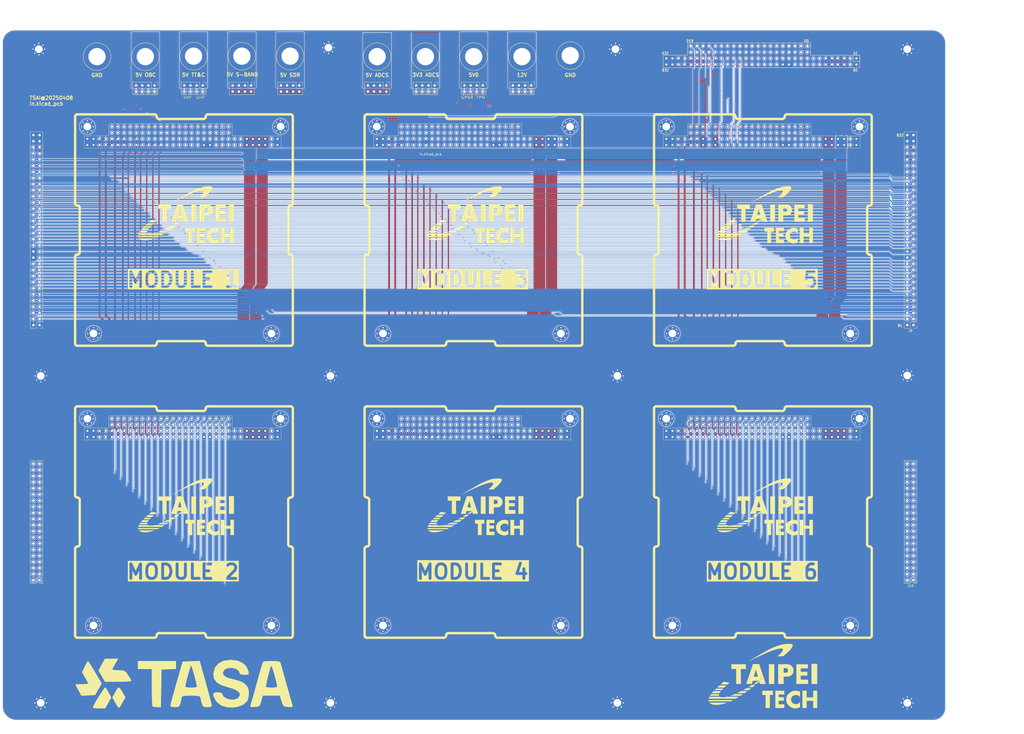
<source format=kicad_pcb>
(kicad_pcb (version 20241229) (generator "pcbnew") (generator_version "9.0")
  (title_block (title "VST104-Foxtrot-PC104_16bit_64-40connectors_20250210") (date "2020-08-20") (rev "v1.0") (company "VisionSpace Technologies") (comment 1 "4 slot flat-sat board with power management"))
  (layers (0 "F.Cu" signal) (4 "In1.Cu" power) (6 "In2.Cu" power) (2 "B.Cu" signal) (13 "F.Paste" user) (15 "B.Paste" user) (5 "F.SilkS" user "F.Silkscreen") (7 "B.SilkS" user "B.Silkscreen") (1 "F.Mask" user) (3 "B.Mask" user) (25 "Edge.Cuts" user))
  (property "FILENAME" "VST104-Foxtrot-PC104_16bit_64-40connectors_20250225")
  (net 0 "")
  (net 1 "GND")
  (net 2 "/D19")
  (net 3 "/D18")
  (net 4 "/D17")
  (net 5 "/D16")
  (net 6 "/D15")
  (net 7 "/D14")
  (net 8 "/D13")
  (net 9 "/D12")
  (net 10 "/D11")
  (net 11 "/D10")
  (net 12 "/D9")
  (net 13 "/D8")
  (net 14 "/D7")
  (net 15 "/D6")
  (net 16 "/D5")
  (net 17 "/D4")
  (net 18 "/D3")
  (net 19 "/D2")
  (net 20 "/D1")
  (net 21 "/D0")
  (net 22 "/C19")
  (net 23 "/C18")
  (net 24 "/C17")
  (net 25 "/C16")
  (net 26 "/C15")
  (net 27 "/C14")
  (net 28 "/C13")
  (net 29 "/C12")
  (net 30 "/C11")
  (net 31 "/C10")
  (net 32 "/C9")
  (net 33 "/C8")
  (net 34 "/C7")
  (net 35 "/C6")
  (net 36 "/C5")
  (net 37 "/C4")
  (net 38 "/C3")
  (net 39 "/C2")
  (net 40 "/C1")
  (net 41 "/C0")
  (net 42 "/5V_ADCS")
  (net 43 "/3V3_ADCS")
  (net 44 "/5V_OBC")
  (net 45 "/12V")
  (net 46 "/5V_S-BAND")
  (net 47 "/OBC2")
  (net 48 "/OUTPW5")
  (net 49 "/ADSBRX")
  (net 50 "/5V_TT&C(VHF)_3.5W")
  (net 51 "/DC_BUS")
  (net 52 "/5V_S-BAND_12W")
  (net 53 "/OUTPW6")
  (net 54 "/BAT_I_AD")
  (net 55 "/RESET1")
  (net 56 "/5V_SDR_10W")
  (net 57 "/EPS_TX")
  (net 58 "/PPS")
  (net 59 "/EPS_RX")
  (net 60 "/S_Band{slash}SPIMISO")
  (net 61 "/T_ENV")
  (net 62 "/OUTPW3")
  (net 63 "/DC_BUS_1")
  (net 64 "/3.3V_ADCS_1W")
  (net 65 "/5V_TT&C(UHF)_3.5W")
  (net 66 "/5V_TPM_0.4W")
  (net 67 "/5V_GPSR_0.6W")
  (net 68 "/OBC1")
  (net 69 "/5V_ADCS_1.2W")
  (net 70 "/OUTPW2")
  (net 71 "/S_Band{slash}SPIMOSI")
  (net 72 "/OUTPW4")
  (net 73 "/OUTPW1")
  (net 74 "/S_Band{slash}SPI_INT_SCK")
  (net 75 "/GPS_TX")
  (net 76 "/S_Band{slash}CS04")
  (net 77 "/T_BAT")
  (net 78 "/OBC3")
  (net 79 "/+5V")
  (net 80 "/GPS_RX")
  (net 81 "/5V_OBC_5W")
  (net 82 "/ADSBTX")
  (net 83 "/5V_SDR")
  (net 84 "/5V_TT&C")
  (net 85 "/NULL1")
  (net 86 "/NULL5")
  (net 87 "/NULL4")
  (net 88 "/NULL2")
  (net 89 "/NULL6")
  (net 90 "/NULL3")
  (net 92 "/5V")
  (net 96 "/OUTPW1_1")
  (footprint "VST104_footprints:KSE_PN6095" (layer "F.Cu") (at 210.006999 70.871 90)
    (property "Reference" "TP9" (hide yes))
    (property "Value" "TestPoint_Alt" (hide yes))
  )
  (footprint "VST104_footprints:MountingHole_3.2mm_M3_Pad_Via" (layer "F.Cu") (at 150.6708 203.174)
    (property "Reference" "H6" (hide yes))
    (property "Value" "MountingHole_Pad" (hide yes))
  )
  (footprint "Connector_PinHeader_2.54mm:PinHeader_2x04_P2.54mm_Vertical" (layer "F.Cu") (at 173.832399 82.804 -90)
    (property "Reference" "J15" (hide yes))
    (property "Value" "Conn_02x04_Odd_Even" (hide yes))
  )
  (footprint "VST104_footprints:MountingHole_3.2mm_M3_Pad_Via" (layer "F.Cu") (at 268.732 67.7672)
    (property "Reference" "H3" (hide yes))
    (property "Value" "MountingHole_Pad" (hide yes))
  )
  (footprint "VST104_footprints:KSE_PN6095" (layer "F.Cu") (at 54.0314 70.871)
    (property "Reference" "TP5" (hide yes))
    (property "Value" "TestPoint_Alt")
  )
  (footprint "Connector_PinHeader_2.54mm:PinHeader_2x04_P2.54mm_Vertical" (layer "F.Cu") (at 213.806999 82.804 -90)
    (property "Reference" "J18" (hide yes))
    (property "Value" "Conn_02x04_Odd_Even" (hide yes))
  )
  (footprint "VST104_footprints:KSE_PN6095" (layer "F.Cu") (at 170.032399 70.871 90)
    (property "Reference" "TP6" (hide yes))
    (property "Value" "TestPoint_Alt" (hide yes))
  )
  (footprint "VST104_footprints:KSE_PN6095" (layer "F.Cu") (at 114.02 70.6692)
    (property "Reference" "TP2" (hide yes))
    (property "Value" "TestPoint_Alt" (hide yes))
  )
  (footprint "VST104_footprints:MountingHole_3.2mm_M3_Pad_Via" (layer "F.Cu") (at 389.6 338.697056 90)
    (property "Reference" "H12" (hide yes))
    (property "Value" "MountingHole_Pad" (hide yes))
  )
  (footprint "Connector_PinHeader_2.54mm:PinHeader_2x04_P2.54mm_Vertical" (layer "F.Cu") (at 193.832399 82.804 -90)
    (property "Reference" "J16" (hide yes))
    (property "Value" "Conn_02x04_Odd_Even" (hide yes))
  )
  (footprint "Connector_PinHeader_2.54mm:PinHeader_2x04_P2.54mm_Vertical" (layer "F.Cu") (at 97.806 82.804 -90)
    (property "Reference" "J13" (hide yes))
    (property "Value" "Conn_02x04_Odd_Even" (hide yes))
  )
  (footprint "VST104_footprints:PC104_16bit_Connector" (layer "F.Cu") (at 348.2 69.04 180)
    (property "Reference" "J11" (hide yes))
    (property "Value" "~" (hide yes))
  )
  (footprint "VST104_footprints:MountingHole_3.2mm_M3_Pad_Via" (layer "F.Cu") (at 30.7086 338.6836 90)
    (property "Reference" "H9" (hide yes))
    (property "Value" "MountingHole_Pad" (hide yes))
  )
  (footprint "VST104_logos:NTUT_logo_40mm" (layer "F.Cu") (at 334.8304 328.749306)
    (property "Reference" "G***" (hide yes))
    (property "Value" "LOGO" (hide yes))
  )
  (footprint "VST104_footprints:KSE_PN6095" (layer "F.Cu") (at 74.0314 70.871)
    (property "Reference" "TP4" (hide yes))
    (property "Value" "TestPoint_Alt")
  )
  (footprint "Connector_PinHeader_2.54mm:PinHeader_2x32_P2.54mm_Vertical" (layer "F.Cu") (at 30.226 182.1078 180)
    (property "Reference" "JA19" (hide yes))
    (property "Value" "Conn_02x26_Odd_Even" (hide yes))
  )
  (footprint "VST104_footprints:CubeSat_PC104_16bit_footprint" (layer "F.Cu") (at 254.995 215.795 180)
    (property "Reference" "J4" (hide yes))
    (property "Value" "~" (hide yes))
  )
  (footprint "Connector_PinHeader_2.54mm:PinHeader_2x04_P2.54mm_Vertical" (layer "F.Cu") (at 117.82 82.804 -90)
    (property "Reference" "J12" (hide yes))
    (property "Value" "Conn_02x04_Odd_Even" (hide yes))
  )
  (footprint "VST104_footprints:MountingHole_3.2mm_M3_Pad_Via" (layer "F.Cu") (at 269.5194 203.174)
    (property "Reference" "H7" (hide yes))
    (property "Value" "MountingHole_Pad" (hide yes))
  )
  (footprint "Connector_PinHeader_2.54mm:PinHeader_2x04_P2.54mm_Vertical" (layer "F.Cu") (at 77.8314 82.804 -90)
    (property "Reference" "J14" (hide yes))
    (property "Value" "Conn_02x04_Odd_Even" (hide yes))
  )
  (footprint "VST104_footprints:CubeSat_PC104_16bit_footprint" (layer "F.Cu") (at 374.87 215.795 180)
    (property "Reference" "J6" (hide yes))
    (property "Value" "~" (hide yes))
  )
  (footprint "VST104_footprints:KSE_PN6095" (layer "F.Cu") (at 230.020999 70.871 90)
    (property "Reference" "TP8" (hide yes))
    (property "Value" "TestPoint_Alt" (hide yes))
  )
  (footprint "VST104_footprints:MountingHole_3.2mm_M3_Pad_Via" (layer "F.Cu") (at 269.5194 338.6836 90)
    (property "Reference" "H11" (hide yes))
    (property "Value" "MountingHole_Pad" (hide yes))
  )
  (footprint "Connector_PinHeader_2.54mm:PinHeader_2x04_P2.54mm_Vertical" (layer "F.Cu") (at 233.820999 82.804 -90)
    (property "Reference" "J17" (hide yes))
    (property "Value" "Conn_02x04_Odd_Even" (hide yes))
  )
  (footprint "Connector_PinHeader_2.54mm:PinHeader_2x04_P2.54mm_Vertical" (layer "F.Cu") (at 137.799001 82.804 -90)
    (property "Reference" "J7" (hide yes))
    (property "Value" "Conn_02x04_Odd_Even" (hide yes))
  )
  (footprint "VST104_footprints:CubeSat_PC104_16bit_footprint" (layer "F.Cu") (at 135.12 94.7928 180)
    (property "Reference" "J1" (hide yes))
    (property "Value" "~" (hide yes))
  )
  (footprint "VST104_footprints:CubeSat_PC104_16bit_footprint" (layer "F.Cu") (at 374.87 94.7928 180)
    (property "Reference" "J5" (hide yes))
    (property "Value" "~" (hide yes))
  )
  (footprint "VST104_footprints:MountingHole_3.2mm_M3_Pad_Via" (layer "F.Cu") (at 389.6 203)
    (property "Reference" "H8" (hide yes))
    (property "Value" "MountingHole_Pad" (hide yes))
  )
  (footprint "VST104_logos:TASA_LOGO_90mm" (layer "F.Cu") (at 89.622823 330.903284)
    (property "Reference" "REF**" (hide yes))
    (property "Value" "TASA_LOGO_90mm" (hide yes))
  )
  (footprint "VST104_footprints:KSE_PN6095" (layer "F.Cu") (at 94.006 70.6692)
    (property "Reference" "TP3" (hide yes))
    (property "Value" "TestPoint_Alt")
  )
  (footprint "Connector_PinHeader_2.54mm:PinHeader_2x32_P2.54mm_Vertical" (layer "F.Cu") (at 392.14 182.1078 180)
    (property "Reference" "J9")
    (property "Value" "Conn_02x26_Odd_Even")
  )
  (footprint "Connector_PinHeader_2.54mm:PinHeader_2x20_P2.54mm_Vertical" (layer "F.Cu") (at 392.14 287.86 180)
    (property "Reference" "J10")
    (property "Value" "Conn_02x26_Odd_Even")
  )
  (footprint "VST104_footprints:KSE_PN6095" (layer "F.Cu") (at 250 70.455999 90)
    (property "Reference" "TP10" (hide yes))
    (property "Value" "TestPoint_Alt" (hide yes))
  )
  (footprint "Connector_PinHeader_2.54mm:PinHeader_2x20_P2.54mm_Vertical" (layer "F.Cu") (at 30.226 287.86 180)
    (property "Reference" "J8" (hide yes))
    (property "Value" "Conn_02x26_Odd_Even" (hide yes))
  )
  (footprint "VST104_footprints:CubeSat_PC104_16bit_footprint" (layer "F.Cu") (at 254.995 94.7928 180)
    (property "Reference" "J3" (hide yes))
    (property "Value" "~" (hide yes))
  )
  (footprint "VST104_footprints:MountingHole_3.2mm_M3_Pad_Via" (layer "F.Cu") (at 389.6 67.7672)
    (property "Reference" "H4" (hide yes))
    (property "Value" "MountingHole_Pad" (hide yes))
  )
  (footprint "VST104_footprints:KSE_PN6095" (layer "F.Cu") (at 190.032399 70.871 90)
    (property "Reference" "TP7" (hide yes))
    (property "Value" "TestPoint_Alt" (hide yes))
  )
  (footprint "VST104_footprints:MountingHole_3.2mm_M3_Pad_Via" (layer "F.Cu") (at 30.7086 203.174)
    (property "Reference" "H5" (hide yes))
    (property "Value" "MountingHole_Pad" (hide yes))
  )
  (footprint "VST104_footprints:CubeSat_PC104_16bit_footprint" (layer "F.Cu") (at 135.12 215.795 180)
    (property "Reference" "J2" (hide yes))
    (property "Value" "~" (hide yes))
  )
  (footprint "VST104_footprints:KSE_PN6095" (layer "F.Cu") (at 133.999001 70.6692)
    (property "Reference" "TP1" (hide yes))
    (property "Value" "TestPoint_Alt" (hide yes))
  )
  (footprint "VST104_footprints:MountingHole_3.2mm_M3_Pad_Via" (layer "F.Cu") (at 150.6708 338.6712 90)
    (property "Reference" "H10" (hide yes))
    (property "Value" "MountingHole_Pad" (hide yes))
  )
  (footprint "VST104_footprints:MountingHole_3.2mm_M3_Pad_Via" (layer "F.Cu") (at 29.9212 67.7672)
    (property "Reference" "H1" (hide yes))
    (property "Value" "MountingHole_Pad" (hide yes))
  )
  (footprint "VST104_footprints:MountingHole_3.2mm_M3_Pad_Via" (layer "F.Cu") (at 149.8834 67.145343)
    (property "Reference" "H2" (hide yes))
    (property "Value" "MountingHole_Pad" (hide yes))
  )
  (gr_line (start 14.986001 339.938416) (end 14.987498 65) (stroke (width 0.05)) (layer "Edge.Cuts"))
  (gr_line (start 400.329599 345.7448) (end 20.628627 345.7448) (stroke (width 0.05)) (layer "Edge.Cuts"))
  (gr_line (start 405.329599 65.365215) (end 405.329599 340.7448) (stroke (width 0.05)) (layer "Edge.Cuts"))
  (gr_arc (start 20.623693 345.7448) (mid 16.578657 344.032174) (end 14.986 339.938416) (stroke (width 0.05)) (layer "Edge.Cuts"))
  (gr_arc (start 399.964466 60) (mid 403.75824 61.571441) (end 405.329681 65.365215) (stroke (width 0.05)) (layer "Edge.Cuts"))
  (gr_arc (start 405.329599 340.7448) (mid 403.865133 344.280334) (end 400.329599 345.7448) (stroke (width 0.05)) (layer "Edge.Cuts"))
  (gr_arc (start 14.987498 65) (mid 16.451964 61.464466) (end 19.987498 60) (stroke (width 0.05)) (layer "Edge.Cuts"))
  (gr_line (start 399.964466 60) (end 19.987498 60) (stroke (width 0.05)) (layer "Edge.Cuts"))
  (gr_text "D19" (at 297.967619 64.9028 0) (layer "F.SilkS") (effects (font (size 1 1) (thickness 0.2) (bold yes)) (justify left bottom)))
  (gr_text "5V0" (at 210.006999 78.4336 0) (layer "F.SilkS") (effects (font (size 1.5 1.5) (thickness 0.3))))
  (gr_text "5V TT&C" (at 94.011 78.3984 0) (layer "F.SilkS") (effects (font (size 1.5 1.5) (thickness 0.3))))
  (gr_text "12V\n" (at 230.020999 78.4336 0) (layer "F.SilkS") (effects (font (size 1.5 1.5) (thickness 0.3))))
  (gr_text "GPSR" (at 204.724 88.392 0) (layer "F.SilkS") (effects (font (size 1 1.27)) (justify left bottom)))
  (gr_text "MODULE 1" (at 65.835 166.878 0) (layer "F.SilkS" knockout) (effects (font (size 6 6) (thickness 1.2) (bold yes)) (justify left bottom)))
  (gr_text "VHF" (at 89.662 88.392 0) (layer "F.SilkS") (effects (font (size 1 1.27)) (justify left bottom)))
  (gr_text "A32" (at 287.879048 70.0336 0) (layer "F.SilkS") (effects (font (size 1 1) (thickness 0.2) (bold yes)) (justify left bottom)))
  (gr_text "${FILENAME}" (at 187.458398 111.887 0) (layer "F.SilkS") (effects (font (size 1 1)) (justify left bottom)))
  (gr_text "MODULE 4" (at 185.71 287.8836 0) (layer "F.SilkS" knockout) (effects (font (size 6 6) (thickness 1.2) (bold yes)) (justify left bottom)))
  (gr_text "D0" (at 346.70381 64.9028 0) (layer "F.SilkS") (effects (font (size 1 1) (thickness 0.2) (bold yes)) (justify left bottom)))
  (gr_text "5V OBC\n" (at 74.155758 78.4336 0) (layer "F.SilkS") (effects (font (size 1.5 1.5) (thickness 0.3))))
  (gr_text "B32" (at 287.807619 77.0948 0) (layer "F.SilkS") (effects (font (size 1 1) (thickness 0.2) (bold yes)) (justify left bottom)))
  (gr_text "GND\n" (at 250 78.5 0) (layer "F.SilkS") (effects (font (size 1.5 1.5) (thickness 0.3))))
  (gr_text "GND" (at 53.9866 78.5352 0) (layer "F.SilkS") (effects (font (size 1.5 1.5) (thickness 0.3))))
  (gr_text "MODULE 2" (at 65.835 287.8836 0) (layer "F.SilkS" knockout) (effects (font (size 6 6) (thickness 1.2) (bold yes)) (justify left bottom)))
  (gr_text "UHF" (at 94.869 88.392 0) (layer "F.SilkS") (effects (font (size 1 1.27)) (justify left bottom)))
  (gr_text "MODULE 6" (at 305.585 287.8836 0) (layer "F.SilkS" knockout) (effects (font (size 6 6) (thickness 1.2) (bold yes)) (justify left bottom)))
  (gr_text "5V ADCS" (at 169.987599 78.5352 0) (layer "F.SilkS") (effects (font (size 1.5 1.5) (thickness 0.3))))
  (gr_text "5V SDR" (at 133.999001 78.5 0) (layer "F.SilkS") (effects (font (size 1.5 1.5) (thickness 0.3))))
  (gr_text "A1" (at 367.095238 70.0336 0) (layer "F.SilkS") (effects (font (size 1 1) (thickness 0.2) (bold yes)) (justify left bottom)))
  (gr_text "B1" (at 385.53 182.92 0) (layer "F.SilkS") (effects (font (size 1 1) (thickness 0.2) (bold yes)) (justify left bottom)))
  (gr_text "MODULE 3" (at 185.71 166.878 0) (layer "F.SilkS" knockout) (effects (font (size 6 6) (thickness 1.2) (bold yes)) (justify left bottom)))
  (gr_text "5V S-BAND\n" (at 114.194158 78.2968 0) (layer "F.SilkS") (effects (font (size 1.5 1.5) (thickness 0.3))))
  (gr_text "MODULE 5" (at 305.585 166.878 0) (layer "F.SilkS" knockout) (effects (font (size 6 6) (thickness 1.2) (bold yes)) (justify left bottom)))
  (gr_text "B1" (at 367.02381 77.0948 0) (layer "F.SilkS") (effects (font (size 1 1) (thickness 0.2) (bold yes)) (justify left bottom)))
  (gr_text "B32" (at 385.02 104.04 0) (layer "F.SilkS") (effects (font (size 1 1) (thickness 0.2) (bold yes)) (justify left bottom)))
  (gr_text "TSAI@20250408\n${FILENAME}\n" (at 25.908 89.1794 0) (layer "F.SilkS") (effects (font (size 1.5 1.5) (thickness 0.3)) (justify left)))
  (gr_text "3V3 ADCS" (at 190.156757 78.4336 0) (layer "F.SilkS") (effects (font (size 1.5 1.5) (thickness 0.3))))
  (gr_text "TPM" (at 210.947 88.392 0) (layer "F.SilkS") (effects (font (size 1 1.27)) (justify left bottom)))
  (segment (start 292.0554 107.27) (end 292.0554 107.4986) (width 0.254) (layer "F.Cu") (net 1))
  (segment (start 289.5154 107.27) (end 289.5154 107.9812) (width 0.254) (layer "F.Cu") (net 1))
  (segment (start 247.970989 67.91001) (end 249.465 66.415999) (width 0.323) (layer "F.Cu") (net 1))
  (segment (start 252.005 66.415999) (end 250.510989 67.91001) (width 0.323) (layer "F.Cu") (net 1))
  (segment (start 254.545 68.955999) (end 253.500999 70) (width 0.323) (layer "F.Cu") (net 1))
  (segment (start 250.510989 67.91001) (end 252.005 66.415999) (width 0.323) (layer "F.Cu") (net 1))
  (segment (start 252.005 68.955999) (end 250.960999 70) (width 0.323) (layer "F.Cu") (net 1))
  (segment (start 249.465 66.415999) (end 247.970989 67.91001) (width 0.323) (layer "F.Cu") (net 1))
  (segment (start 53.8172 71.0852) (end 54.0314 70.871) (width 0.127) (layer "B.Cu") (net 1))
  (via (at 298.4246 239.6) (size 0.45) (drill 0.2) (layers "F.Cu" "B.Cu") (net 2))
  (via (at 180.4416 120.5992) (size 0.45) (drill 0.2) (layers "F.Cu" "B.Cu") (net 2))
  (via (at 299.6184 120.5992) (size 0.45) (drill 0.2) (layers "F.Cu" "B.Cu") (net 2))
  (via (at 59.6646 120.5992) (size 0.4) (drill 0.2) (layers "F.Cu" "B.Cu") (net 2))
  (segment (start 301.4558 68.0298) (end 299.9232 66.4972) (width 0.1778) (layer "B.Cu") (net 2))
  (segment (start 300.8208 76.1972) (end 301.4558 75.5622) (width 0.1778) (layer "B.Cu") (net 2))
  (segment (start 300.8208 98.9724) (end 300.8208 76.1972) (width 0.1778) (layer "B.Cu") (net 2))
  (segment (start 180.4416 120.5992) (end 299.593 120.5992) (width 0.1778) (layer "B.Cu") (net 2))
  (segment (start 298.4246 222.3904) (end 298.4246 239.522) (width 0.1778) (layer "B.Cu") (net 2))
  (segment (start 299.94 220.875) (end 298.4246 222.3904) (width 0.1778) (layer "B.Cu") (net 2))
  (segment (start 299.9232 99.87) (end 300.8208 98.9724) (width 0.1778) (layer "B.Cu") (net 2))
  (segment (start 59.6646 120.5992) (end 180.4416 120.5992) (width 0.1778) (layer "B.Cu") (net 2))
  (segment (start 301.4558 75.5622) (end 301.4558 68.0298) (width 0.1778) (layer "B.Cu") (net 2))
  (via (at 300.9646 242.1636) (size 0.45) (drill 0.2) (layers "F.Cu" "B.Cu") (net 3))
  (via (at 182.9816 122.3264) (size 0.45) (drill 0.2) (layers "F.Cu" "B.Cu") (net 3))
  (via (at 61.341 243.4318) (size 0.45) (drill 0.2) (layers "F.Cu" "B.Cu") (net 3))
  (via (at 302.8696 122.3264) (size 0.45) (drill 0.2) (layers "F.Cu" "B.Cu") (net 3))
  (via (at 63.127 122.3264) (size 0.45) (drill 0.2) (layers "F.Cu" "B.Cu") (net 3))
  (segment (start 303.3862 76.1972) (end 304.0212 75.5622) (width 0.1778) (layer "B.Cu") (net 3))
  (segment (start 182.9816 122.3264) (end 302.8696 122.3264) (width 0.1778) (layer "B.Cu") (net 3))
  (segment (start 63.127 122.3264) (end 182.9816 122.3264) (width 0.1778) (layer "B.Cu") (net 3))
  (segment (start 304.0212 68.0298) (end 302.4886 66.4972) (width 0.1778) (layer "B.Cu") (net 3))
  (segment (start 302.4886 99.87) (end 303.3862 98.9724) (width 0.1778) (layer "B.Cu") (net 3))
  (segment (start 61.3236 243.4256) (end 61.3156 243.4336) (width 0.1778) (layer "B.Cu") (net 3))
  (segment (start 62.738 220.8784) (end 61.3236 222.2928) (width 0.1778) (layer "B.Cu") (net 3))
  (segment (start 302.4886 220.8784) (end 300.9732 222.3938) (width 0.1778) (layer "B.Cu") (net 3))
  (segment (start 303.3862 98.9724) (end 303.3862 76.1972) (width 0.1778) (layer "B.Cu") (net 3))
  (segment (start 304.0212 75.5622) (end 304.0212 68.0298) (width 0.1778) (layer "B.Cu") (net 3))
  (segment (start 61.3236 222.2928) (end 61.3236 243.4256) (width 0.1778) (layer "B.Cu") (net 3))
  (segment (start 300.9732 222.3938) (end 300.9732 242.1636) (width 0.1778) (layer "B.Cu") (net 3))
  (segment (start 306.5612 68.0298) (end 305.0286 66.4972) (width 0.1778) (layer "F.Cu") (net 4))
  (segment (start 306.5612 96.1136) (end 306.5612 68.0298) (width 0.1778) (layer "F.Cu") (net 4))
  (via (at 305.4096 125.6792) (size 0.45) (drill 0.2) (layers "F.Cu" "B.Cu") (net 4))
  (via (at 185.5216 125.6792) (size 0.45) (drill 0.2) (layers "F.Cu" "B.Cu") (net 4))
  (via (at 65.667 125.6792) (size 0.45) (drill 0.2) (layers "F.Cu" "B.Cu") (net 4))
  (via (at 306.5612 96.1136) (size 0.45) (drill 0.2) (layers "F.Cu" "B.Cu") (net 4))
  (via (at 303.53 244.6782) (size 0.45) (drill 0.2) (layers "F.Cu" "B.Cu") (net 4))
  (via (at 63.7794 245.9464) (size 0.45) (drill 0.2) (layers "F.Cu" "B.Cu") (net 4))
  (segment (start 303.5132 222.3938) (end 303.5132 244.6782) (width 0.1778) (layer "B.Cu") (net 4))
  (segment (start 63.7794 222.3516) (end 63.7794 245.864) (width 0.1778) (layer "B.Cu") (net 4))
  (segment (start 65.278 220.853) (end 63.7794 222.3516) (width 0.1778) (layer "B.Cu") (net 4))
  (segment (start 305.0286 220.8784) (end 303.5132 222.3938) (width 0.1778) (layer "B.Cu") (net 4))
  (segment (start 65.667 125.6792) (end 185.5216 125.6792) (width 0.1778) (layer "B.Cu") (net 4))
  (segment (start 185.5216 125.6792) (end 305.4096 125.6792) (width 0.1778) (layer "B.Cu") (net 4))
  (via (at 68.207 128.2446) (size 0.45) (drill 0.2) (layers "F.Cu" "B.Cu") (net 5))
  (via (at 188.0616 128.2446) (size 0.45) (drill 0.2) (layers "F.Cu" "B.Cu") (net 5))
  (via (at 307.9496 128.2446) (size 0.45) (drill 0.2) (layers "F.Cu" "B.Cu") (net 5))
  (via (at 306.0446 247.2182) (size 0.45) (drill 0.2) (layers "F.Cu" "B.Cu") (net 5))
  (via (at 66.2686 248.4882) (size 0.45) (drill 0.2) (layers "F.Cu" "B.Cu") (net 5))
  (segment (start 307.9496 128.2446) (end 307.9576 128.2446) (width 0.1778) (layer "B.Cu") (net 5))
  (segment (start 188.0616 128.2446) (end 307.9496 128.2446) (width 0.1778) (layer "B.Cu") (net 5))
  (segment (start 308.4662 76.1972) (end 309.1012 75.5622) (width 0.1778) (layer "B.Cu") (net 5))
  (segment (start 67.818 220.8784) (end 66.2686 222.4278) (width 0.1778) (layer "B.Cu") (net 5))
  (segment (start 188.0616 128.2446) (end 188.087 128.2446) (width 0.1778) (layer "B.Cu") (net 5))
  (segment (start 66.2686 222.4278) (end 66.2686 248.4882) (width 0.1778) (layer "B.Cu") (net 5))
  (segment (start 306.0532 222.3938) (end 306.0532 247.2182) (width 0.1778) (layer "B.Cu") (net 5))
  (segment (start 308.4662 98.9724) (end 308.4662 76.1972) (width 0.1778) (layer "B.Cu") (net 5))
  (segment (start 307.5686 220.8784) (end 306.0532 222.3938) (width 0.1778) (layer "B.Cu") (net 5))
  (segment (start 307.5686 99.87) (end 308.4662 98.9724) (width 0.1778) (layer "B.Cu") (net 5))
  (segment (start 309.1012 68.0298) (end 307.5686 66.4972) (width 0.1778) (layer "B.Cu") (net 5))
  (segment (start 309.1012 75.5622) (end 309.1012 68.0298) (width 0.1778) (layer "B.Cu") (net 5))
  (segment (start 68.199 128.2446) (end 188.0616 128.2446) (width 0.1778) (layer "B.Cu") (net 5))
  (via (at 68.8086 251.0282) (size 0.45) (drill 0.2) (layers "F.Cu" "B.Cu") (net 6))
  (via (at 310.4896 130.7592) (size 0.45) (drill 0.2) (layers "F.Cu" "B.Cu") (net 6))
  (via (at 70.747 130.7592) (size 0.45) (drill 0.2) (layers "F.Cu" "B.Cu") (net 6))
  (via (at 308.5846 249.7836) (size 0.45) (drill 0.2) (layers "F.Cu" "B.Cu") (net 6))
  (via (at 190.6016 130.7592) (size 0.45) (drill 0.2) (layers "F.Cu" "B.Cu") (net 6))
  (segment (start 310.4896 130.7592) (end 310.515 130.7592) (width 0.1778) (layer "B.Cu") (net 6))
  (segment (start 68.8086 222.4532) (end 68.8086 251.0282) (width 0.1778) (layer "B.Cu") (net 6))
  (segment (start 308.5932 222.3938) (end 308.5932 249.7836) (width 0.1778) (layer "B.Cu") (net 6))
  (segment (start 70.358 220.9038) (end 68.8086 222.4532) (width 0.1778) (layer "B.Cu") (net 6))
  (segment (start 70.739 130.7592) (end 190.6016 130.7592) (width 0.1778) (layer "B.Cu") (net 6))
  (segment (start 310.1086 220.8784) (end 308.5932 222.3938) (width 0.1778) (layer "B.Cu") (net 6))
  (segment (start 190.6016 130.7592) (end 310.4896 130.7592) (width 0.1778) (layer "B.Cu") (net 6))
  (via (at 193.1496 133.3246) (size 0.45) (drill 0.2) (layers "F.Cu" "B.Cu") (net 7))
  (via (at 71.3486 253.5682) (size 0.45) (drill 0.2) (layers "F.Cu" "B.Cu") (net 7))
  (via (at 73.287 133.3246) (size 0.45) (drill 0.2) (layers "F.Cu" "B.Cu") (net 7))
  (via (at 311.1246 252.3236) (size 0.45) (drill 0.2) (layers "F.Cu" "B.Cu") (net 7))
  (via (at 313.0376 133.3246) (size 0.45) (drill 0.2) (layers "F.Cu" "B.Cu") (net 7))
  (segment (start 193.1416 133.3246) (end 313.0042 133.3246) (width 0.1778) (layer "B.Cu") (net 7))
  (segment (start 311.1332 222.3938) (end 311.1332 252.3236) (width 0.1778) (layer "B.Cu") (net 7))
  (segment (start 71.3486 222.4024) (end 71.3486 253.5682) (width 0.1778) (layer "B.Cu") (net 7))
  (segment (start 193.167 133.3246) (end 73.3044 133.3246) (width 0.1778) (layer "B.Cu") (net 7))
  (segment (start 312.6486 220.8784) (end 311.1332 222.3938) (width 0.1778) (layer "B.Cu") (net 7))
  (segment (start 72.898 220.853) (end 71.3486 222.4024) (width 0.1778) (layer "B.Cu") (net 7))
  (via (at 313.6646 254.8382) (size 0.45) (drill 0.2) (layers "F.Cu" "B.Cu") (net 8))
  (via (at 195.6816 135.7376) (size 0.45) (drill 0.2) (layers "F.Cu" "B.Cu") (net 8))
  (via (at 73.8886 256.1082) (size 0.45) (drill 0.2) (layers "F.Cu" "B.Cu") (net 8))
  (via (at 315.5776 135.7376) (size 0.45) (drill 0.2) (layers "F.Cu" "B.Cu") (net 8))
  (via (at 75.827 135.7376) (size 0.45) (drill 0.2) (layers "F.Cu" "B.Cu") (net 8))
  (segment (start 75.819 135.7376) (end 195.6816 135.7376) (width 0.1778) (layer "B.Cu") (net 8))
  (segment (start 195.6816 135.7376) (end 315.5442 135.7376) (width 0.1778) (layer "B.Cu") (net 8))
  (segment (start 313.6732 222.3938) (end 313.6732 254.8382) (width 0.1778) (layer "B.Cu") (net 8))
  (segment (start 73.8886 222.4024) (end 73.8886 256.1082) (width 0.1778) (layer "B.Cu") (net 8))
  (segment (start 315.1886 220.8784) (end 313.6732 222.3938) (width 0.1778) (layer "B.Cu") (net 8))
  (segment (start 75.438 220.853) (end 73.8886 222.4024) (width 0.1778) (layer "B.Cu") (net 8))
  (via (at 198.2216 138.2776) (size 0.45) (drill 0.2) (layers "F.Cu" "B.Cu") (net 9))
  (via (at 318.1176 138.2776) (size 0.45) (drill 0.2) (layers "F.Cu" "B.Cu") (net 9))
  (via (at 78.367 138.2776) (size 0.45) (drill 0.2) (layers "F.Cu" "B.Cu") (net 9))
  (via (at 76.4286 258.6482) (size 0.45) (drill 0.2) (layers "F.Cu" "B.Cu") (net 9))
  (via (at 316.2046 257.3528) (size 0.45) (drill 0.2) (layers "F.Cu" "B.Cu") (net 9))
  (segment (start 198.2216 138.2776) (end 198.247 138.2776) (width 0.1778) (layer "B.Cu") (net 9))
  (segment (start 316.2132 222.3938) (end 316.2132 257.3528) (width 0.1778) (layer "B.Cu") (net 9))
  (segment (start 77.978 220.8784) (end 76.4286 222.4278) (width 0.1778) (layer "B.Cu") (net 9))
  (segment (start 76.4286 222.4278) (end 76.4286 258.6482) (width 0.1778) (layer "B.Cu") (net 9))
  (segment (start 317.7286 220.8784) (end 316.2132 222.3938) (width 0.1778) (layer "B.Cu") (net 9))
  (segment (start 78.3844 138.2776) (end 198.2216 138.2776) (width 0.1778) (layer "B.Cu") (net 9))
  (segment (start 198.2216 138.2776) (end 318.0842 138.2776) (width 0.1778) (layer "B.Cu") (net 9))
  (via (at 200.7616 140.7922) (size 0.45) (drill 0.2) (layers "F.Cu" "B.Cu") (net 10))
  (via (at 78.9686 261.1882) (size 0.45) (drill 0.2) (layers "F.Cu" "B.Cu") (net 10))
  (via (at 80.907 140.7922) (size 0.45) (drill 0.2) (layers "F.Cu" "B.Cu") (net 10))
  (via (at 320.6576 140.7922) (size 0.45) (drill 0.2) (layers "F.Cu" "B.Cu") (net 10))
  (via (at 318.7446 259.8928) (size 0.45) (drill 0.2) (layers "F.Cu" "B.Cu") (net 10))
  (segment (start 320.2686 220.8784) (end 318.7532 222.3938) (width 0.1778) (layer "B.Cu") (net 10))
  (segment (start 78.9686 222.4278) (end 78.9686 261.1882) (width 0.1778) (layer "B.Cu") (net 10))
  (segment (start 200.7616 140.7922) (end 320.6242 140.7922) (width 0.1778) (layer "B.Cu") (net 10))
  (segment (start 80.518 220.8784) (end 78.9686 222.4278) (width 0.1778) (layer "B.Cu") (net 10))
  (segment (start 318.7532 222.3938) (end 318.7532 259.8928) (width 0.1778) (layer "B.Cu") (net 10))
  (segment (start 80.899 140.7922) (end 200.7616 140.7922) (width 0.1778) (layer "B.Cu") (net 10))
  (via (at 321.2846 262.4836) (size 0.45) (drill 0.2) (layers "F.Cu" "B.Cu") (net 11))
  (via (at 323.1896 143.3576) (size 0.45) (drill 0.2) (layers "F.Cu" "B.Cu") (net 11))
  (via (at 81.5086 263.7282) (size 0.45) (drill 0.2) (layers "F.Cu" "B.Cu") (net 11))
  (via (at 203.327 143.3576) (size 0.45) (drill 0.2) (layers "F.Cu" "B.Cu") (net 11))
  (via (at 83.447 143.3576) (size 0.45) (drill 0.2) (layers "F.Cu" "B.Cu") (net 11))
  (segment (start 81.5086 222.4278) (end 81.5086 263.7282) (width 0.1778) (layer "B.Cu") (net 11))
  (segment (start 322.8086 220.8784) (end 321.2932 222.3938) (width 0.1778) (layer "B.Cu") (net 11))
  (segment (start 83.058 220.8784) (end 81.5086 222.4278) (width 0.1778) (layer "B.Cu") (net 11))
  (segment (start 203.327 143.3576) (end 323.1896 143.3576) (width 0.1778) (layer "B.Cu") (net 11))
  (segment (start 83.4644 143.3576) (end 203.327 143.3576) (width 0.1778) (layer "B.Cu") (net 11))
  (segment (start 321.2932 262.475) (end 321.2846 262.4836) (width 0.1778) (layer "B.Cu") (net 11))
  (segment (start 321.2932 222.3938) (end 321.2932 262.475) (width 0.1778) (layer "B.Cu") (net 11))
  (via (at 84.074 266.2682) (size 0.45) (drill 0.2) (layers "F.Cu" "B.Cu") (net 12))
  (via (at 325.7376 145.8722) (size 0.45) (drill 0.2) (layers "F.Cu" "B.Cu") (net 12))
  (via (at 205.8416 145.8722) (size 0.45) (drill 0.2) (layers "F.Cu" "B.Cu") (net 12))
  (via (at 323.8246 264.9982) (size 0.45) (drill 0.2) (layers "F.Cu" "B.Cu") (net 12))
  (via (at 85.987 145.8722) (size 0.45) (drill 0.2) (layers "F.Cu" "B.Cu") (net 12))
  (segment (start 325.3486 220.8784) (end 323.8332 222.3938) (width 0.1778) (layer "B.Cu") (net 12))
  (segment (start 205.8416 145.8722) (end 325.7042 145.8722) (width 0.1778) (layer "B.Cu") (net 12))
  (segment (start 84.074 222.4024) (end 84.074 266.2682) (width 0.1778) (layer "B.Cu") (net 12))
  (segment (start 85.6234 220.853) (end 84.074 222.4024) (width 0.1778) (layer "B.Cu") (net 12))
  (segment (start 205.8416 145.8722) (end 205.867 145.8722) (width 0.1778) (layer "B.Cu") (net 12))
  (segment (start 86.0044 145.8722) (end 205.8416 145.8722) (width 0.1778) (layer "B.Cu") (net 12))
  (segment (start 323.8332 222.3938) (end 323.8332 264.9982) (width 0.1778) (layer "B.Cu") (net 12))
  (via (at 88.527 148.4122) (size 0.45) (drill 0.2) (layers "F.Cu" "B.Cu") (net 13))
  (via (at 208.3816 148.4122) (size 0.45) (drill 0.2) (layers "F.Cu" "B.Cu") (net 13))
  (via (at 86.614 268.8082) (size 0.45) (drill 0.2) (layers "F.Cu" "B.Cu") (net 13))
  (via (at 328.2776 148.4122) (size 0.45) (drill 0.2) (layers "F.Cu" "B.Cu") (net 13))
  (via (at 326.39 267.5382) (size 0.45) (drill 0.2) (layers "F.Cu" "B.Cu") (net 13))
  (segment (start 208.3816 148.4122) (end 328.2442 148.4122) (width 0.1778) (layer "B.Cu") (net 13))
  (segment (start 88.138 220.8784) (end 86.614 222.4024) (width 0.1778) (layer "B.Cu") (net 13))
  (segment (start 208.3816 148.4122) (end 208.407 148.4122) (width 0.1778) (layer "B.Cu") (net 13))
  (segment (start 326.3986 222.3938) (end 326.3986 267.5382) (width 0.1778) (layer "B.Cu") (net 13))
  (segment (start 86.614 222.4024) (end 86.614 268.8082) (width 0.1778) (layer "B.Cu") (net 13))
  (segment (start 327.914 220.8784) (end 326.3986 222.3938) (width 0.1778) (layer "B.Cu") (net 13))
  (segment (start 88.5444 148.4122) (end 208.3816 148.4122) (width 0.1778) (layer "B.Cu") (net 13))
  (via (at 91.067 150.3172) (size 0.45) (drill 0.2) (layers "F.Cu" "B.Cu") (net 14))
  (via (at 210.9216 150.3172) (size 0.45) (drill 0.2) (layers "F.Cu" "B.Cu") (net 14))
  (via (at 89.154 271.3482) (size 0.45) (drill 0.2) (layers "F.Cu" "B.Cu") (net 14))
  (via (at 328.9046 270.1036) (size 0.45) (drill 0.2) (layers "F.Cu" "B.Cu") (net 14))
  (via (at 330.8176 150.3172) (size 0.45) (drill 0.2) (layers "F.Cu" "B.Cu") (net 14))
  (segment (start 210.9216 150.3172) (end 210.947 150.3172) (width 0.1778) (layer "B.Cu") (net 14))
  (segment (start 328.9132 222.4192) (end 328.9132 270.1036) (width 0.1778) (layer "B.Cu") (net 14))
  (segment (start 89.154 222.4024) (end 89.154 271.3482) (width 0.1778) (layer "B.Cu") (net 14))
  (segment (start 330.4286 220.9038) (end 328.9132 222.4192) (width 0.1778) (layer "B.Cu") (net 14))
  (segment (start 90.678 220.8784) (end 89.154 222.4024) (width 0.1778) (layer "B.Cu") (net 14))
  (segment (start 210.9216 150.3172) (end 330.7842 150.3172) (width 0.1778) (layer "B.Cu") (net 14))
  (segment (start 91.0844 150.3172) (end 210.9216 150.3172) (width 0.1778) (layer "B.Cu") (net 14))
  (via (at 331.4446 272.6182) (size 0.45) (drill 0.2) (layers "F.Cu" "B.Cu") (net 15))
  (via (at 213.4696 152.146) (size 0.45) (drill 0.2) (layers "F.Cu" "B.Cu") (net 15))
  (via (at 333.3576 152.146) (size 0.45) (drill 0.2) (layers "F.Cu" "B.Cu") (net 15))
  (via (at 93.599 152.146) (size 0.45) (drill 0.2) (layers "F.Cu" "B.Cu") (net 15))
  (via (at 91.694 273.8882) (size 0.45) (drill 0.2) (layers "F.Cu" "B.Cu") (net 15))
  (segment (start 331.4532 222.3938) (end 331.4532 272.6182) (width 0.1778) (layer "B.Cu") (net 15))
  (segment (start 213.487 152.146) (end 333.3496 152.146) (width 0.1778) (layer "B.Cu") (net 15))
  (segment (start 93.2434 220.853) (end 91.694 222.4024) (width 0.1778) (layer "B.Cu") (net 15))
  (segment (start 91.694 222.4024) (end 91.694 273.8882) (width 0.1778) (layer "B.Cu") (net 15))
  (segment (start 213.4616 152.146) (end 93.599 152.146) (width 0.1778) (layer "B.Cu") (net 15))
  (segment (start 332.9686 220.8784) (end 331.4532 222.3938) (width 0.1778) (layer "B.Cu") (net 15))
  (via (at 333.9846 275.1582) (size 0.45) (drill 0.2) (layers "F.Cu" "B.Cu") (net 16))
  (via (at 335.8896 153.1112) (size 0.45) (drill 0.2) (layers "F.Cu" "B.Cu") (net 16))
  (via (at 96.147 153.1112) (size 0.45) (drill 0.2) (layers "F.Cu" "B.Cu") (net 16))
  (via (at 94.234 276.4282) (size 0.45) (drill 0.2) (layers "F.Cu" "B.Cu") (net 16))
  (via (at 216.0096 153.1112) (size 0.45) (drill 0.2) (layers "F.Cu" "B.Cu") (net 16))
  (segment (start 95.7834 220.9038) (end 94.234 222.4532) (width 0.1778) (layer "B.Cu") (net 16))
  (segment (start 94.234 222.4532) (end 94.234 276.4282) (width 0.1778) (layer "B.Cu") (net 16))
  (segment (start 333.9932 222.3938) (end 333.9932 275.1582) (width 0.1778) (layer "B.Cu") (net 16))
  (segment (start 216.027 153.1112) (end 96.1644 153.1112) (width 0.1778) (layer "B.Cu") (net 16))
  (segment (start 216.027 153.1112) (end 335.8896 153.1112) (width 0.1778) (layer "B.Cu") (net 16))
  (segment (start 335.5086 220.8784) (end 333.9932 222.3938) (width 0.1778) (layer "B.Cu") (net 16))
  (via (at 336.5246 277.7236) (size 0.45) (drill 0.2) (layers "F.Cu" "B.Cu") (net 17))
  (via (at 338.4376 154.7876) (size 0.45) (drill 0.2) (layers "F.Cu" "B.Cu") (net 17))
  (via (at 218.5416 154.7876) (size 0.45) (drill 0.2) (layers "F.Cu" "B.Cu") (net 17))
  (via (at 98.687 154.7876) (size 0.45) (drill 0.2) (layers "F.Cu" "B.Cu") (net 17))
  (via (at 96.7486 278.9682) (size 0.45) (drill 0.2) (layers "F.Cu" "B.Cu") (net 17))
  (segment (start 96.7486 222.4532) (end 96.7486 278.9682) (width 0.1778) (layer "B.Cu") (net 17))
  (segment (start 98.7044 154.7876) (end 218.5416 154.7876) (width 0.1778) (layer "B.Cu") (net 17))
  (segment (start 98.3234 220.8784) (end 96.7486 222.4532) (width 0.1778) (layer "B.Cu") (net 17))
  (segment (start 218.5416 154.7876) (end 338.4042 154.7876) (width 0.1778) (layer "B.Cu") (net 17))
  (segment (start 336.5332 222.3938) (end 336.5332 277.7236) (width 0.1778) (layer "B.Cu") (net 17))
  (segment (start 338.0486 220.8784) (end 336.5332 222.3938) (width 0.1778) (layer "B.Cu") (net 17))
  (segment (start 218.5416 154.7876) (end 218.567 154.7876) (width 0.1778) (layer "B.Cu") (net 17))
  (via (at 339.0646 280.2636) (size 0.45) (drill 0.2) (layers "F.Cu" "B.Cu") (net 18))
  (via (at 340.9776 157.353) (size 0.45) (drill 0.2) (layers "F.Cu" "B.Cu") (net 18))
  (via (at 101.227 157.353) (size 0.45) (drill 0.2) (layers "F.Cu" "B.Cu") (net 18))
  (via (at 221.0816 157.353) (size 0.45) (drill 0.2) (layers "F.Cu" "B.Cu") (net 18))
  (via (at 99.314 281.5082) (size 0.45) (drill 0.2) (layers "F.Cu" "B.Cu") (net 18))
  (segment (start 99.314 222.4532) (end 99.314 281.5082) (width 0.1778) (layer "B.Cu") (net 18))
  (segment (start 101.219 157.353) (end 221.0816 157.353) (width 0.1778) (layer "B.Cu") (net 18))
  (segment (start 221.0816 157.353) (end 340.9442 157.353) (width 0.1778) (layer "B.Cu") (net 18))
  (segment (start 100.8634 220.9038) (end 99.314 222.4532) (width 0.1778) (layer "B.Cu") (net 18))
  (segment (start 340.5886 220.8784) (end 339.0732 222.3938) (width 0.1778) (layer "B.Cu") (net 18))
  (segment (start 339.0732 222.3938) (end 339.0732 280.2636) (width 0.1778) (layer "B.Cu") (net 18))
  (via (at 101.854 284.0482) (size 0.45) (drill 0.2) (layers "F.Cu" "B.Cu") (net 19))
  (via (at 341.63 282.7782) (size 0.45) (drill 0.2) (layers "F.Cu" "B.Cu") (net 19))
  (via (at 103.767 159.8422) (size 0.45) (drill 0.2) (layers "F.Cu" "B.Cu") (net 19))
  (via (at 223.6216 159.8422) (size 0.45) (drill 0.2) (layers "F.Cu" "B.Cu") (net 19))
  (via (at 343.5176 159.8422) (size 0.45) (drill 0.2) (layers "F.Cu" "B.Cu") (net 19))
  (segment (start 103.4034 220.9038) (end 101.854 222.4532) (width 0.1778) (layer "B.Cu") (net 19))
  (segment (start 101.854 222.4532) (end 101.854 284.0482) (width 0.1778) (layer "B.Cu") (net 19))
  (segment (start 223.6216 159.8422) (end 223.647 159.8422) (width 0.1778) (layer "B.Cu") (net 19))
  (segment (start 343.154 220.8784) (end 341.6386 222.3938) (width 0.1778) (layer "B.Cu") (net 19))
  (segment (start 341.6386 222.3938) (end 341.6386 282.7782) (width 0.1778) (layer "B.Cu") (net 19))
  (segment (start 103.7844 159.8422) (end 223.6216 159.8422) (width 0.1778) (layer "B.Cu") (net 19))
  (segment (start 223.6216 159.8422) (end 343.4842 159.8422) (width 0.1778) (layer "B.Cu") (net 19))
  (via (at 346.0576 162.3822) (size 0.45) (drill 0.2) (layers "F.Cu" "B.Cu") (net 20))
  (via (at 226.1616 162.3822) (size 0.45) (drill 0.2) (layers "F.Cu" "B.Cu") (net 20))
  (via (at 106.307 162.3822) (size 0.45) (drill 0.2) (layers "F.Cu" "B.Cu") (net 20))
  (via (at 104.394 286.5882) (size 0.45) (drill 0.2) (layers "F.Cu" "B.Cu") (net 20))
  (via (at 344.17 285.3436) (size 0.45) (drill 0.2) (layers "F.Cu" "B.Cu") (net 20))
  (segment (start 104.394 222.4278) (end 104.394 286.5882) (width 0.1778) (layer "B.Cu") (net 20))
  (segment (start 345.694 220.8784) (end 344.1786 222.3938) (width 0.1778) (layer "B.Cu") (net 20))
  (segment (start 106.299 162.3822) (end 226.1616 162.3822) (width 0.1778) (layer "B.Cu") (net 20))
  (segment (start 105.918 220.9038) (end 104.394 222.4278) (width 0.1778) (layer "B.Cu") (net 20))
  (segment (start 226.1616 162.3822) (end 346.0242 162.3822) (width 0.1778) (layer "B.Cu") (net 20))
  (segment (start 344.1786 222.3938) (end 344.1786 285.3436) (width 0.1778) (layer "B.Cu") (net 20))
  (via (at 228.7016 164.9476) (size 0.45) (drill 0.2) (layers "F.Cu" "B.Cu") (net 21))
  (via (at 106.934 289.1282) (size 0.45) (drill 0.2) (layers "F.Cu" "B.Cu") (net 21))
  (via (at 108.839 164.9476) (size 0.45) (drill 0.2) (layers "F.Cu" "B.Cu") (net 21))
  (via (at 346.6846 287.8582) (size 0.45) (drill 0.2) (layers "F.Cu" "B.Cu") (net 21))
  (via (at 348.5896 164.9476) (size 0.45) (drill 0.2) (layers "F.Cu" "B.Cu") (net 21))
  (segment (start 106.934 222.4278) (end 106.934 289.1282) (width 0.1778) (layer "B.Cu") (net 21))
  (segment (start 108.458 220.9038) (end 106.934 222.4278) (width 0.1778) (layer "B.Cu") (net 21))
  (segment (start 108.839 164.9476) (end 228.7016 164.9476) (width 0.1778) (layer "B.Cu") (net 21))
  (segment (start 348.2086 220.8784) (end 346.6932 222.3938) (width 0.1778) (layer "B.Cu") (net 21))
  (segment (start 346.6932 222.3938) (end 346.6932 287.8582) (width 0.1778) (layer "B.Cu") (net 21))
  (segment (start 228.7016 164.9476) (end 348.5642 164.9476) (width 0.1778) (layer "B.Cu") (net 21))
  (segment (start 301.151 70.265) (end 299.9232 69.0372) (width 0.1778) (layer "F.Cu") (net 22))
  (segment (start 300.9392 101.394) (end 300.9392 75.3676) (width 0.1778) (layer "F.Cu") (net 22))
  (segment (start 299.9232 102.41) (end 300.9392 101.394) (width 0.1778) (layer "F.Cu") (net 22))
  (segment (start 301.151 75.1558) (end 301.151 70.265) (width 0.1778) (layer "F.Cu") (net 22))
  (segment (start 300.9392 75.3676) (end 301.151 75.1558) (width 0.1778) (layer "F.Cu") (net 22))
  (via (at 300.2026 121.8184) (size 0.45) (drill 0.2) (layers "F.Cu" "B.Cu") (net 22))
  (via (at 181.0512 121.8184) (size 0.45) (drill 0.2) (layers "F.Cu" "B.Cu") (net 22))
  (via (at 60.325 121.8184) (size 0.45) (drill 0.2) (layers "F.Cu" "B.Cu") (net 22))
  (via (at 298.9072 238.3282) (size 0.45) (drill 0.2) (layers "F.Cu" "B.Cu") (net 22))
  (segment (start 60.325 121.8184) (end 181.0512 121.8184) (width 0.1778) (layer "B.Cu") (net 22))
  (segment (start 299.94 223.415) (end 298.9072 224.4478) (width 0.1778) (layer "B.Cu") (net 22))
  (segment (start 298.9072 224.4478) (end 298.9072 238.2774) (width 0.1778) (layer "B.Cu") (net 22))
  (segment (start 181.0512 121.8184) (end 300.2026 121.8184) (width 0.1778) (layer "B.Cu") (net 22))
  (segment (start 303.461 75.4112) (end 303.7164 75.1558) (width 0.1778) (layer "F.Cu") (net 23))
  (segment (start 303.7164 75.1558) (end 303.7164 70.265) (width 0.1778) (layer "F.Cu") (net 23))
  (segment (start 302.4886 102.41) (end 303.461 101.4376) (width 0.1778) (layer "F.Cu") (net 23))
  (segment (start 303.7164 70.265) (end 302.4886 69.0372) (width 0.1778) (layer "F.Cu") (net 23))
  (segment (start 303.461 101.4376) (end 303.461 75.4112) (width 0.1778) (layer "F.Cu") (net 23))
  (via (at 301.4472 240.8918) (size 0.45) (drill 0.2) (layers "F.Cu" "B.Cu") (net 23))
  (via (at 61.7982 242.1636) (size 0.45) (drill 0.2) (layers "F.Cu" "B.Cu") (net 23))
  (via (at 63.7366 122.8344) (size 0.45) (drill 0.2) (layers "F.Cu" "B.Cu") (net 23))
  (via (at 183.5992 122.8598) (size 0.45) (drill 0.2) (layers "F.Cu" "B.Cu") (net 23))
  (via (at 303.4792 122.8344) (size 0.45) (drill 0.2) (layers "F.Cu" "B.Cu") (net 23))
  (segment (start 302.4886 223.4184) (end 301.4558 224.4512) (width 0.1778) (layer "B.Cu") (net 23))
  (segment (start 61.7576 225.552218) (end 61.7576 226.357782) (width 0.1778) (layer "B.Cu") (net 23))
  (segment (start 61.7982 224.3582) (end 61.7982 225.511618) (width 0.1778) (layer "B.Cu") (net 23))
  (segment (start 63.7366 122.8344) (end 303.4792 122.8344) (width 0.1778) (layer "B.Cu") (net 23))
  (segment (start 61.7576 228.092218) (end 61.7576 228.897782) (width 0.1778) (layer "B.Cu") (net 23))
  (segment (start 61.7982 226.398382) (end 61.7982 228.051618) (width 0.1778) (layer "B.Cu") (net 23))
  (segment (start 61.7982 228.051618) (end 61.7576 228.092218) (width 0.1778) (layer "B.Cu") (net 23))
  (segment (start 61.7576 228.897782) (end 61.7982 228.938382) (width 0.1778) (layer "B.Cu") (net 23))
  (segment (start 61.7982 228.938382) (end 61.7982 242.1636) (width 0.1778) (layer "B.Cu") (net 23))
  (segment (start 61.7576 226.357782) (end 61.7982 226.398382) (width 0.1778) (layer "B.Cu") (net 23))
  (segment (start 301.4558 224.4512) (end 301.4558 240.9104) (width 0.1778) (layer "B.Cu") (net 23))
  (segment (start 62.738 223.4184) (end 61.7982 224.3582) (width 0.1778) (layer "B.Cu") (net 23))
  (segment (start 61.7982 225.511618) (end 61.7576 225.552218) (width 0.1778) (layer "B.Cu") (net 23))
  (via (at 64.262 244.6782) (size 0.45) (drill 0.2) (layers "F.Cu" "B.Cu") (net 24))
  (via (at 306.0192 126.7714) (size 0.45) (drill 0.2) (layers "F.Cu" "B.Cu") (net 24))
  (via (at 186.1312 126.7714) (size 0.45) (drill 0.2) (layers "F.Cu" "B.Cu") (net 24))
  (via (at 303.9872 243.4064) (size 0.45) (drill 0.2) (layers "F.Cu" "B.Cu") (net 24))
  (via (at 66.2766 126.7714) (size 0.45) (drill 0.2) (layers "F.Cu" "B.Cu") (net 24))
  (segment (start 64.2446 244.6702) (end 64.2366 244.6782) (width 0.1778) (layer "B.Cu") (net 24))
  (segment (start 303.9958 224.4512) (end 303.9958 243.4082) (width 0.1778) (layer "B.Cu") (net 24))
  (segment (start 306.2564 70.265) (end 305.0286 69.0372) (width 0.1778) (layer "B.Cu") (net 24))
  (segment (start 65.278 223.393) (end 64.2446 224.4264) (width 0.1778) (layer "B.Cu") (net 24))
  (segment (start 306.2564 75.1558) (end 306.2564 70.265) (width 0.1778) (layer "B.Cu") (net 24))
  (segment (start 306.001 101.4376) (end 306.001 75.4112) (width 0.1778) (layer "B.Cu") (net 24))
  (segment (start 305.0286 102.41) (end 306.001 101.4376) (width 0.1778) (layer "B.Cu") (net 24))
  (segment (start 306.001 75.4112) (end 306.2564 75.1558) (width 0.1778) (layer "B.Cu") (net 24))
  (segment (start 64.2446 224.4264) (end 64.2446 244.6702) (width 0.1778) (layer "B.Cu") (net 24))
  (segment (start 186.1312 126.7714) (end 306.0192 126.7714) (width 0.1778) (layer "B.Cu") (net 24))
  (segment (start 305.0286 223.4184) (end 303.9958 224.4512) (width 0.1778) (layer "B.Cu") (net 24))
  (segment (start 66.2766 126.7714) (end 186.1312 126.7714) (width 0.1778) (layer "B.Cu") (net 24))
  (segment (start 308.541 75.4112) (end 308.7964 75.1558) (width 0.1778) (layer "F.Cu") (net 25))
  (segment (start 308.7964 75.1558) (end 308.7964 70.265) (width 0.1778) (layer "F.Cu") (net 25))
  (segment (start 308.541 101.4376) (end 308.541 75.4112) (width 0.1778) (layer "F.Cu") (net 25))
  (segment (start 307.5686 102.41) (end 308.541 101.4376) (width 0.1778) (layer "F.Cu") (net 25))
  (segment (start 308.7964 70.265) (end 307.5686 69.0372) (width 0.1778) (layer "F.Cu") (net 25))
  (via (at 306.5272 245.9464) (size 0.45) (drill 0.2) (layers "F.Cu" "B.Cu") (net 25))
  (via (at 188.6712 129.3114) (size 0.45) (drill 0.2) (layers "F.Cu" "B.Cu") (net 25))
  (via (at 66.7766 247.2182) (size 0.45) (drill 0.2) (layers "F.Cu" "B.Cu") (net 25))
  (via (at 308.5672 129.3114) (size 0.45) (drill 0.2) (layers "F.Cu" "B.Cu") (net 25))
  (via (at 68.8166 129.3114) (size 0.45) (drill 0.2) (layers "F.Cu" "B.Cu") (net 25))
  (segment (start 188.6712 129.3114) (end 308.5338 129.3114) (width 0.1778) (layer "B.Cu") (net 25))
  (segment (start 66.7846 224.4518) (end 66.7846 247.2102) (width 0.1778) (layer "B.Cu") (net 25))
  (segment (start 306.5358 224.4512) (end 306.5358 245.9482) (width 0.1778) (layer "B.Cu") (net 25))
  (segment (start 67.818 223.4184) (end 66.7846 224.4518) (width 0.1778) (layer "B.Cu") (net 25))
  (segment (start 307.5686 223.4184) (end 306.5358 224.4512) (width 0.1778) (layer "B.Cu") (net 25))
  (segment (start 66.7846 247.2102) (end 66.7766 247.2182) (width 0.1778) (layer "B.Cu") (net 25))
  (segment (start 68.8086 129.3114) (end 188.6712 129.3114) (width 0.1778) (layer "B.Cu") (net 25))
  (segment (start 311.6072 100.9114) (end 311.6072 75.4266) (width 0.1778) (layer "F.Cu") (net 26))
  (segment (start 310.1086 102.41) (end 311.6072 100.9114) (width 0.1778) (layer "F.Cu") (net 26))
  (segment (start 311.3364 70.265) (end 310.1086 69.0372) (width 0.1778) (layer "F.Cu") (net 26))
  (segment (start 311.3364 75.1558) (end 311.3364 70.265) (width 0.1778) (layer "F.Cu") (net 26))
  (segment (start 311.6072 75.4266) (end 311.3364 75.1558) (width 0.1778) (layer "F.Cu") (net 26))
  (via (at 69.3166 249.7582) (size 0.45) (drill 0.2) (layers "F.Cu" "B.Cu") (net 26))
  (via (at 311.1072 131.8514) (size 0.45) (drill 0.2) (layers "F.Cu" "B.Cu") (net 26))
  (via (at 309.0672 248.5118) (size 0.45) (drill 0.2) (layers "F.Cu" "B.Cu") (net 26))
  (via (at 71.3566 131.8514) (size 0.45) (drill 0.2) (layers "F.Cu" "B.Cu") (net 26))
  (via (at 191.2112 131.8514) (size 0.45) (drill 0.2) (layers "F.Cu" "B.Cu") (net 26))
  (segment (start 310.1086 223.4184) (end 309.0758 224.4512) (width 0.1778) (layer "B.Cu") (net 26))
  (segment (start 191.2112 131.8514) (end 311.0738 131.8514) (width 0.1778) (layer "B.Cu") (net 26))
  (segment (start 309.0758 224.4512) (end 309.0758 248.5136) (width 0.1778) (layer "B.Cu") (net 26))
  (segment (start 71.3486 131.8514) (end 191.2112 131.8514) (width 0.1778) (layer "B.Cu") (net 26))
  (segment (start 69.3246 224.4772) (end 69.3246 249.7582) (width 0.1778) (layer "B.Cu") (net 26))
  (segment (start 70.358 223.4438) (end 69.3246 224.4772) (width 0.1778) (layer "B.Cu") (net 26))
  (segment (start 313.8764 75.1558) (end 313.8764 70.265) (width 0.1778) (layer "F.Cu") (net 27))
  (segment (start 313.8764 70.265) (end 312.6486 69.0372) (width 0.1778) (layer "F.Cu") (net 27))
  (segment (start 312.6486 102.41) (end 313.621 101.4376) (width 0.1778) (layer "F.Cu") (net 27))
  (segment (start 313.621 101.4376) (end 313.621 75.4112) (width 0.1778) (layer "F.Cu") (net 27))
  (segment (start 313.621 75.4112) (end 313.8764 75.1558) (width 0.1778) (layer "F.Cu") (net 27))
  (via (at 311.6326 251.0518) (size 0.45) (drill 0.2) (layers "F.Cu" "B.Cu") (net 27))
  (via (at 71.8566 252.2982) (size 0.45) (drill 0.2) (layers "F.Cu" "B.Cu") (net 27))
  (via (at 313.6472 134.493) (size 0.45) (drill 0.2) (layers "F.Cu" "B.Cu") (net 27))
  (via (at 73.8886 134.493) (size 0.45) (drill 0.2) (layers "F.Cu" "B.Cu") (net 27))
  (via (at 193.7592 134.493) (size 0.45) (drill 0.2) (layers "F.Cu" "B.Cu") (net 27))
  (segment (start 193.7512 134.493) (end 313.6138 134.493) (width 0.1778) (layer "B.Cu") (net 27))
  (segment (start 72.898 223.393) (end 71.8646 224.4264) (width 0.1778) (layer "B.Cu") (net 27))
  (segment (start 312.6486 223.4184) (end 311.6158 224.4512) (width 0.1778) (layer "B.Cu") (net 27))
  (segment (start 311.6158 224.4512) (end 311.6158 251.0536) (width 0.1778) (layer "B.Cu") (net 27))
  (segment (start 193.7512 134.493) (end 73.8886 134.493) (width 0.1778) (layer "B.Cu") (net 27))
  (segment (start 71.8646 224.4264) (end 71.8646 252.2982) (width 0.1778) (layer "B.Cu") (net 27))
  (segment (start 316.161 75.4112) (end 316.4164 75.1558) (width 0.1778) (layer "F.Cu") (net 28))
  (segment (start 316.4164 70.265) (end 315.1886 69.0372) (width 0.1778) (layer "F.Cu") (net 28))
  (segment (start 316.161 101.4376) (end 316.161 75.4112) (width 0.1778) (layer "F.Cu") (net 28))
  (segment (start 315.1886 102.41) (end 316.161 101.4376) (width 0.1778) (layer "F.Cu") (net 28))
  (segment (start 316.4164 75.1558) (end 316.4164 70.265) (width 0.1778) (layer "F.Cu") (net 28))
  (via (at 314.1472 253.5664) (size 0.45) (drill 0.2) (layers "F.Cu" "B.Cu") (net 28))
  (via (at 74.3966 254.8382) (size 0.45) (drill 0.2) (layers "F.Cu" "B.Cu") (net 28))
  (via (at 196.2912 137.0076) (size 0.45) (drill 0.2) (layers "F.Cu" "B.Cu") (net 28))
  (via (at 76.4366 137.0076) (size 0.45) (drill 0.2) (layers "F.Cu" "B.Cu") (net 28))
  (via (at 316.1872 137.0076) (size 0.45) (drill 0.2) (layers "F.Cu" "B.Cu") (net 28))
  (segment (start 76.4286 137.0076) (end 196.2912 137.0076) (width 0.1778) (layer "B.Cu") (net 28))
  (segment (start 74.4046 224.4264) (end 74.4046 254.8302) (width 0.1778) (layer "B.Cu") (net 28))
  (segment (start 315.1886 223.4184) (end 314.1558 224.4512) (width 0.1778) (layer "B.Cu") (net 28))
  (segment (start 196.2912 137.0076) (end 316.1538 137.0076) (width 0.1778) (layer "B.Cu") (net 28))
  (segment (start 314.1558 224.4512) (end 314.1558 253.5514) (width 0.1778) (layer "B.Cu") (net 28))
  (segment (start 74.4046 254.8302) (end 74.3966 254.8382) (width 0.1778) (layer "B.Cu") (net 28))
  (segment (start 75.438 223.393) (end 74.4046 224.4264) (width 0.1778) (layer "B.Cu") (net 28))
  (segment (start 318.701 101.4376) (end 318.701 75.4112) (width 0.1778) (layer "F.Cu") (net 29))
  (segment (start 318.9564 70.265) (end 317.7286 69.0372) (width 0.1778) (layer "F.Cu") (net 29))
  (segment (start 317.7286 102.41) (end 318.701 101.4376) (width 0.1778) (layer "F.Cu") (net 29))
  (segment (start 318.9564 75.1558) (end 318.9564 70.265) (width 0.1778) (layer "F.Cu") (net 29))
  (segment (start 318.701 75.4112) (end 318.9564 75.1558) (width 0.1778) (layer "F.Cu") (net 29))
  (via (at 76.9366 257.3782) (size 0.45) (drill 0.2) (layers "F.Cu" "B.Cu") (net 29))
  (via (at 318.7192 139.5476) (size 0.45) (drill 0.2) (layers "F.Cu" "B.Cu") (net 29))
  (via (at 78.9766 139.5476) (size 0.45) (drill 0.2) (layers "F.Cu" "B.Cu") (net 29))
  (via (at 198.8566 139.5476) (size 0.45) (drill 0.2) (layers "F.Cu" "B.Cu") (net 29))
  (via (at 316.6872 256.081) (size 0.45) (drill 0.2) (layers "F.Cu" "B.Cu") (net 29))
  (segment (start 317.7286 223.4184) (end 316.6958 224.4512) (width 0.1778) (layer "B.Cu") (net 29))
  (segment (start 198.8566 139.5476) (end 318.7192 139.5476) (width 0.1778) (layer "B.Cu") (net 29))
  (segment (start 316.6958 224.4512) (end 316.6958 256.0828) (width 0.1778) (layer "B.Cu") (net 29))
  (segment (start 77.978 223.4184) (end 76.9446 224.4518) (width 0.1778) (layer "B.Cu") (net 29))
  (segment (start 76.9446 224.4518) (end 76.9446 257.3782) (width 0.1778) (layer "B.Cu") (net 29))
  (segment (start 78.994 139.5476) (end 198.8566 139.5476) (width 0.1778) (layer "B.Cu") (net 29))
  (segment (start 321.241 101.4376) (end 321.241 75.4112) (width 0.1778) (layer "F.Cu") (net 30))
  (segment (start 321.4964 75.1558) (end 321.4964 70.265) (width 0.1778) (layer "F.Cu") (net 30))
  (segment (start 321.4964 70.265) (end 320.2686 69.0372) (width 0.1778) (layer "F.Cu") (net 30))
  (segment (start 320.2686 102.41) (end 321.241 101.4376) (width 0.1778) (layer "F.Cu") (net 30))
  (segment (start 321.241 75.4112) (end 321.4964 75.1558) (width 0.1778) (layer "F.Cu") (net 30))
  (via (at 79.4766 259.9182) (size 0.45) (drill 0.2) (layers "F.Cu" "B.Cu") (net 30))
  (via (at 319.2272 258.6228) (size 0.45) (drill 0.2) (layers "F.Cu" "B.Cu") (net 30))
  (via (at 81.5166 142.113) (size 0.45) (drill 0.2) (layers "F.Cu" "B.Cu") (net 30))
  (via (at 201.3712 142.113) (size 0.45) (drill 0.2) (layers "F.Cu" "B.Cu") (net 30))
  (via (at 321.2672 142.113) (size 0.45) (drill 0.2) (layers "F.Cu" "B.Cu") (net 30))
  (segment (start 81.5086 142.113) (end 201.3712 142.113) (width 0.1778) (layer "B.Cu") (net 30))
  (segment (start 80.518 223.4184) (end 79.4846 224.4518) (width 0.1778) (layer "B.Cu") (net 30))
  (segment (start 320.2686 223.4184) (end 319.2358 224.4512) (width 0.1778) (layer "B.Cu") (net 30))
  (segment (start 319.2358 258.6142) (end 319.2272 258.6228) (width 0.1778) (layer "B.Cu") (net 30))
  (segment (start 79.4846 224.4518) (end 79.4846 259.9182) (width 0.1778) (layer "B.Cu") (net 30))
  (segment (start 201.3712 142.113) (end 321.2338 142.113) (width 0.1778) (layer "B.Cu") (net 30))
  (segment (start 319.2358 224.4512) (end 319.2358 258.6142) (width 0.1778) (layer "B.Cu") (net 30))
  (segment (start 323.781 101.4376) (end 323.781 75.4112) (width 0.1778) (layer "F.Cu") (net 31))
  (segment (start 324.0364 70.265) (end 322.8086 69.0372) (width 0.1778) (layer "F.Cu") (net 31))
  (segment (start 322.8086 102.41) (end 323.781 101.4376) (width 0.1778) (layer "F.Cu") (net 31))
  (segment (start 324.0364 75.1558) (end 324.0364 70.265) (width 0.1778) (layer "F.Cu") (net 31))
  (segment (start 323.781 75.4112) (end 324.0364 75.1558) (width 0.1778) (layer "F.Cu") (net 31))
  (via (at 321.7758 261.2136) (size 0.45) (drill 0.2) (layers "F.Cu" "B.Cu") (net 31))
  (via (at 84.0566 144.6022) (size 0.45) (drill 0.2) (layers "F.Cu" "B.Cu") (net 31))
  (via (at 82.0166 262.4582) (size 0.45) (drill 0.2) (layers "F.Cu" "B.Cu") (net 31))
  (via (at 323.8072 144.6022) (size 0.45) (drill 0.2) (layers "F.Cu" "B.Cu") (net 31))
  (via (at 203.9366 144.6022) (size 0.45) (drill 0.2) (layers "F.Cu" "B.Cu") (net 31))
  (segment (start 82.0246 224.4518) (end 82.0246 262.4582) (width 0.1778) (layer "B.Cu") (net 31))
  (segment (start 83.058 223.4184) (end 82.0246 224.4518) (width 0.1778) (layer "B.Cu") (net 31))
  (segment (start 203.9366 144.6022) (end 323.7992 144.6022) (width 0.1778) (layer "B.Cu") (net 31))
  (segment (start 322.8086 223.4184) (end 321.7758 224.4512) (width 0.1778) (layer "B.Cu") (net 31))
  (segment (start 84.074 144.6022) (end 203.9366 144.6022) (width 0.1778) (layer "B.Cu") (net 31))
  (segment (start 321.7758 224.4512) (end 321.7758 261.2136) (width 0.1778) (layer "B.Cu") (net 31))
  (segment (start 326.5764 70.2904) (end 325.3486 69.0626) (width 0.1778) (layer "F.Cu") (net 32))
  (segment (start 326.321 101.463) (end 326.321 75.4366) (width 0.1778) (layer "F.Cu") (net 32))
  (segment (start 326.5764 75.1812) (end 326.5764 70.2904) (width 0.1778) (layer "F.Cu") (net 32))
  (segment (start 325.3486 102.4354) (end 326.321 101.463) (width 0.1778) (layer "F.Cu") (net 32))
  (segment (start 326.321 75.4366) (end 326.5764 75.1812) (width 0.1778) (layer "F.Cu") (net 32))
  (via (at 206.4592 147.193) (size 0.45) (drill 0.2) (layers "F.Cu" "B.Cu") (net 32))
  (via (at 86.5966 147.193) (size 0.45) (drill 0.2) (layers "F.Cu" "B.Cu") (net 32))
  (via (at 84.582 264.9982) (size 0.45) (drill 0.2) (layers "F.Cu" "B.Cu") (net 32))
  (via (at 326.3392 147.193) (size 0.45) (drill 0.2) (layers "F.Cu" "B.Cu") (net 32))
  (via (at 324.3072 263.7264) (size 0.45) (drill 0.2) (layers "F.Cu" "B.Cu") (net 32))
  (segment (start 325.3486 223.4184) (end 324.3158 224.4512) (width 0.1778) (layer "B.Cu") (net 32))
  (segment (start 324.3158 224.4512) (end 324.3158 263.7282) (width 0.1778) (layer "B.Cu") (net 32))
  (segment (start 86.5886 147.193) (end 206.4512 147.193) (width 0.1778) (layer "B.Cu") (net 32))
  (segment (start 84.59 224.4264) (end 84.59 264.9982) (width 0.1778) (layer "B.Cu") (net 32))
  (segment (start 85.6234 223.393) (end 84.59 224.4264) (width 0.1778) (layer "B.Cu") (net 32))
  (segment (start 206.4766 147.193) (end 326.3392 147.193) (width 0.1778) (layer "B.Cu") (net 32))
  (segment (start 329.1164 70.2904) (end 327.8886 69.0626) (width 0.1778) (layer "F.Cu") (net 33))
  (segment (start 328.861 101.463) (end 328.861 75.4366) (width 0.1778) (layer "F.Cu") (net 33))
  (segment (start 327.8886 102.4354) (end 328.861 101.463) (width 0.1778) (layer "F.Cu") (net 33))
  (segment (start 329.1164 75.1812) (end 329.1164 70.2904) (width 0.1778) (layer "F.Cu") (net 33))
  (segment (start 328.861 75.4366) (end 329.1164 75.1812) (width 0.1778) (layer "F.Cu") (net 33))
  (via (at 87.0966 267.5382) (size 0.45) (drill 0.2) (layers "F.Cu" "B.Cu") (net 33))
  (via (at 208.9912 149.6568) (size 0.45) (drill 0.2) (layers "F.Cu" "B.Cu") (net 33))
  (via (at 89.1366 149.6568) (size 0.45) (drill 0.2) (layers "F.Cu" "B.Cu") (net 33))
  (via (at 326.8726 266.2664) (size 0.45) (drill 0.2) (layers "F.Cu" "B.Cu") (net 33))
  (via (at 328.8872 149.6568) (size 0.45) (drill 0.2) (layers "F.Cu" "B.Cu") (net 33))
  (segment (start 327.914 223.4184) (end 326.8812 224.4512) (width 0.1778) (layer "B.Cu") (net 33))
  (segment (start 326.8812 224.4512) (end 326.8812 266.2682) (width 0.1778) (layer "B.Cu") (net 33))
  (segment (start 89.1286 149.6568) (end 208.9912 149.6568) (width 0.1778) (layer "B.Cu") (net 33))
  (segment (start 208.9912 149.6568) (end 328.8538 149.6568) (width 0.1778) (layer "B.Cu") (net 33))
  (segment (start 87.1046 224.4518) (end 87.1046 267.5382) (width 0.1778) (layer "B.Cu") (net 33))
  (segment (start 88.138 223.4184) (end 87.1046 224.4518) (width 0.1778) (layer "B.Cu") (net 33))
  (segment (start 330.4032 102.41) (end 331.4446 101.3686) (width 0.1778) (layer "F.Cu") (net 34))
  (segment (start 331.631 70.265) (end 330.4032 69.0372) (width 0.1778) (layer "F.Cu") (net 34))
  (segment (start 331.4446 101.3686) (end 331.4446 75.3422) (width 0.1778) (layer "F.Cu") (net 34))
  (segment (start 331.631 75.1558) (end 331.631 70.265) (width 0.1778) (layer "F.Cu") (net 34))
  (segment (start 331.4446 75.3422) (end 331.631 75.1558) (width 0.1778) (layer "F.Cu") (net 34))
  (via (at 329.4126 268.8318) (size 0.45) (drill 0.2) (layers "F.Cu" "B.Cu") (net 34))
  (via (at 211.5392 151.0284) (size 0.45) (drill 0.2) (layers "F.Cu" "B.Cu") (net 34))
  (via (at 331.4272 151.0284) (size 0.45) (drill 0.2) (layers "F.Cu" "B.Cu") (net 34))
  (via (at 89.6366 270.0782) (size 0.45) (drill 0.2) (layers "F.Cu" "B.Cu") (net 34))
  (via (at 91.6766 151.0284) (size 0.45) (drill 0.2) (layers "F.Cu" "B.Cu") (net 34))
  (segment (start 89.6446 224.4518) (end 89.6446 270.0702) (width 0.1778) (layer "B.Cu") (net 34))
  (segment (start 329.3958 224.4766) (end 329.3958 268.8336) (width 0.1778) (layer "B.Cu") (net 34))
  (segment (start 89.6446 270.0702) (end 89.6366 270.0782) (width 0.1778) (layer "B.Cu") (net 34))
  (segment (start 90.678 223.4184) (end 89.6446 224.4518) (width 0.1778) (layer "B.Cu") (net 34))
  (segment (start 91.6686 151.0284) (end 211.5312 151.0284) (width 0.1778) (layer "B.Cu") (net 34))
  (segment (start 211.5566 151.0284) (end 331.4192 151.0284) (width 0.1778) (layer "B.Cu") (net 34))
  (segment (start 330.4286 223.4438) (end 329.3958 224.4766) (width 0.1778) (layer "B.Cu") (net 34))
  (segment (start 213.085 102.4128) (end 213.085 102.5906) (width 0.127) (layer "F.Cu") (net 35))
  (segment (start 333.941 75.4112) (end 334.1964 75.1558) (width 0.1778) (layer "F.Cu") (net 35))
  (segment (start 334.1964 75.1558) (end 334.1964 70.265) (width 0.1778) (layer "F.Cu") (net 35))
  (segment (start 334.1964 70.265) (end 332.9686 69.0372) (width 0.1778) (layer "F.Cu") (net 35))
  (segment (start 333.941 101.4376) (end 333.941 75.4112) (width 0.1778) (layer "F.Cu") (net 35))
  (segment (start 332.9686 102.41) (end 333.941 101.4376) (width 0.1778) (layer "F.Cu") (net 35))
  (via (at 331.9272 271.3464) (size 0.45) (drill 0.2) (layers "F.Cu" "B.Cu") (net 35))
  (via (at 214.0792 152.6286) (size 0.45) (drill 0.2) (layers "F.Cu" "B.Cu") (net 35))
  (via (at 94.2166 152.6286) (size 0.45) (drill 0.2) (layers "F.Cu" "B.Cu") (net 35))
  (via (at 333.9672 152.6286) (size 0.45) (drill 0.2) (layers "F.Cu" "B.Cu") (net 35))
  (via (at 92.202 272.6182) (size 0.45) (drill 0.2) (layers "F.Cu" "B.Cu") (net 35))
  (segment (start 214.0966 152.6286) (end 333.9592 152.6286) (width 0.1778) (layer "B.Cu") (net 35))
  (segment (start 93.2434 223.393) (end 92.21 224.4264) (width 0.1778) (layer "B.Cu") (net 35))
  (segment (start 214.0966 152.6286) (end 94.234 152.6286) (width 0.1778) (layer "B.Cu") (net 35))
  (segment (start 332.9686 223.4184) (end 331.9358 224.4512) (width 0.1778) (layer "B.Cu") (net 35))
  (segment (start 92.21 272.6102) (end 92.202 272.6182) (width 0.1778) (layer "B.Cu") (net 35))
  (segment (start 331.9358 224.4512) (end 331.9358 271.3482) (width 0.1778) (layer "B.Cu") (net 35))
  (segment (start 92.21 224.4264) (end 92.21 272.6102) (width 0.1778) (layer "B.Cu") (net 35))
  (segment (start 336.481 101.4376) (end 336.481 75.4112) (width 0.1778) (layer "F.Cu") (net 36))
  (segment (start 336.7364 75.1558) (end 336.7364 70.265) (width 0.1778) (layer "F.Cu") (net 36))
  (segment (start 336.7364 70.265) (end 335.5086 69.0372) (width 0.1778) (layer "F.Cu") (net 36))
  (segment (start 336.481 75.4112) (end 336.7364 75.1558) (width 0.1778) (layer "F.Cu") (net 36))
  (segment (start 335.5086 102.41) (end 336.481 101.4376) (width 0.1778) (layer "F.Cu") (net 36))
  (via (at 336.5072 153.6446) (size 0.45) (drill 0.2) (layers "F.Cu" "B.Cu") (net 36))
  (via (at 94.742 275.1582) (size 0.45) (drill 0.2) (layers "F.Cu" "B.Cu") (net 36))
  (via (at 96.7566 153.6446) (size 0.45) (drill 0.2) (layers "F.Cu" "B.Cu") (net 36))
  (via (at 216.6192 153.6446) (size 0.45) (drill 0.2) (layers "F.Cu" "B.Cu") (net 36))
  (via (at 334.4672 273.8864) (size 0.45) (drill 0.2) (layers "F.Cu" "B.Cu") (net 36))
  (segment (start 94.75 224.4772) (end 94.75 275.1582) (width 0.1778) (layer "B.Cu") (net 36))
  (segment (start 95.7834 223.4438) (end 94.75 224.4772) (width 0.1778) (layer "B.Cu") (net 36))
  (segment (start 216.6366 153.6446) (end 96.774 153.6446) (width 0.1778) (layer "B.Cu") (net 36))
  (segment (start 335.5086 223.4184) (end 334.4758 224.4512) (width 0.1778) (layer "B.Cu") (net 36))
  (segment (start 334.4758 224.4512) (end 334.4758 273.8714) (width 0.1778) (layer "B.Cu") (net 36))
  (segment (start 216.6112 153.6446) (end 336.4738 153.6446) (width 0.1778) (layer "B.Cu") (net 36))
  (segment (start 338.0486 102.41) (end 339.021 101.4376) (width 0.1778) (layer "F.Cu") (net 37))
  (segment (start 339.021 75.4112) (end 339.2764 75.1558) (width 0.1778) (layer "F.Cu") (net 37))
  (segment (start 339.2764 70.265) (end 338.0486 69.0372) (width 0.1778) (layer "F.Cu") (net 37))
  (segment (start 339.2764 75.1558) (end 339.2764 70.265) (width 0.1778) (layer "F.Cu") (net 37))
  (segment (start 339.021 101.4376) (end 339.021 75.4112) (width 0.1778) (layer "F.Cu") (net 37))
  (via (at 337.0158 276.4282) (size 0.45) (drill 0.2) (layers "F.Cu" "B.Cu") (net 37))
  (via (at 219.1512 156.0576) (size 0.45) (drill 0.2) (layers "F.Cu" "B.Cu") (net 37))
  (via (at 97.282 277.6982) (size 0.45) (drill 0.2) (layers "F.Cu" "B.Cu") (net 37))
  (via (at 99.2966 156.0576) (size 0.45) (drill 0.2) (layers "F.Cu" "B.Cu") (net 37))
  (via (at 339.0472 156.0576) (size 0.45) (drill 0.2) (layers "F.Cu" "B.Cu") (net 37))
  (segment (start 338.0486 223.4184) (end 337.0158 224.4512) (width 0.1778) (layer "B.Cu") (net 37))
  (segment (start 98.3234 223.4184) (end 97.29 224.4518) (width 0.1778) (layer "B.Cu") (net 37))
  (segment (start 219.1512 156.0576) (end 339.0138 156.0576) (width 0.1778) (layer "B.Cu") (net 37))
  (segment (start 97.29 224.4518) (end 97.29 277.6982) (width 0.1778) (layer "B.Cu") (net 37))
  (segment (start 337.0158 276.4282) (end 337.0158 276.4368) (width 0.1778) (layer "B.Cu") (net 37))
  (segment (start 337.0158 224.4512) (end 337.0158 276.4282) (width 0.1778) (layer "B.Cu") (net 37))
  (segment (start 99.314 156.0576) (end 219.1512 156.0576) (width 0.1778) (layer "B.Cu") (net 37))
  (segment (start 219.1512 156.0576) (end 219.1766 156.0576) (width 0.1778) (layer "B.Cu") (net 37))
  (segment (start 340.5886 102.3846) (end 341.561 101.4122) (width 0.1778) (layer "F.Cu") (net 38))
  (segment (start 341.561 101.4122) (end 341.561 75.3858) (width 0.1778) (layer "F.Cu") (net 38))
  (segment (start 341.8164 70.2396) (end 340.5886 69.0118) (width 0.1778) (layer "F.Cu") (net 38))
  (segment (start 341.8164 75.1304) (end 341.8164 70.2396) (width 0.1778) (layer "F.Cu") (net 38))
  (segment (start 341.561 75.3858) (end 341.8164 75.1304) (width 0.1778) (layer "F.Cu") (net 38))
  (via (at 99.822 280.2382) (size 0.45) (drill 0.2) (layers "F.Cu" "B.Cu") (net 38))
  (via (at 221.6912 158.5722) (size 0.45) (drill 0.2) (layers "F.Cu" "B.Cu") (net 38))
  (via (at 339.5472 278.9918) (size 0.45) (drill 0.2) (layers "F.Cu" "B.Cu") (net 38))
  (via (at 101.8366 158.5722) (size 0.45) (drill 0.2) (layers "F.Cu" "B.Cu") (net 38))
  (via (at 341.5872 158.5722) (size 0.45) (drill 0.2) (layers "F.Cu" "B.Cu") (net 38))
  (segment (start 100.8634 223.4438) (end 99.83 224.4772) (width 0.1778) (layer "B.Cu") (net 38))
  (segment (start 221.6912 158.5722) (end 341.5538 158.5722) (width 0.1778) (layer "B.Cu") (net 38))
  (segment (start 99.83 224.4772) (end 99.83 280.2382) (width 0.1778) (layer "B.Cu") (net 38))
  (segment (start 101.8286 158.5722) (end 221.6912 158.5722) (width 0.1778) (layer "B.Cu") (net 38))
  (segment (start 339.5558 224.4512) (end 339.5558 278.9936) (width 0.1778) (layer "B.Cu") (net 38))
  (segment (start 340.5886 223.4184) (end 339.5558 224.4512) (width 0.1778) (layer "B.Cu") (net 38))
  (segment (start 343.1286 102.41) (end 344.101 101.4376) (width 0.1778) (layer "F.Cu") (net 39))
  (segment (start 344.3564 75.1558) (end 344.3564 70.265) (width 0.1778) (layer "F.Cu") (net 39))
  (segment (start 344.3564 70.265) (end 343.1286 69.0372) (width 0.1778) (layer "F.Cu") (net 39))
  (segment (start 344.101 75.4112) (end 344.3564 75.1558) (width 0.1778) (layer "F.Cu") (net 39))
  (segment (start 344.101 101.4376) (end 344.101 75.4112) (width 0.1778) (layer "F.Cu") (net 39))
  (via (at 342.1126 281.5064) (size 0.45) (drill 0.2) (layers "F.Cu" "B.Cu") (net 39))
  (via (at 102.362 282.7782) (size 0.45) (drill 0.2) (layers "F.Cu" "B.Cu") (net 39))
  (via (at 344.1272 161.1376) (size 0.45) (drill 0.2) (layers "F.Cu" "B.Cu") (net 39))
  (via (at 104.3766 161.1376) (size 0.45) (drill 0.2) (layers "F.Cu" "B.Cu") (net 39))
  (via (at 224.2312 161.1376) (size 0.45) (drill 0.2) (layers "F.Cu" "B.Cu") (net 39))
  (segment (start 224.2312 161.1376) (end 224.2566 161.1376) (width 0.1778) (layer "B.Cu") (net 39))
  (segment (start 224.2312 161.1376) (end 344.0938 161.1376) (width 0.1778) (layer "B.Cu") (net 39))
  (segment (start 342.1212 224.4512) (end 342.1212 281.5082) (width 0.1778) (layer "B.Cu") (net 39))
  (segment (start 104.394 161.1376) (end 224.2312 161.1376) (width 0.1778) (layer "B.Cu") (net 39))
  (segment (start 343.154 223.4184) (end 342.1212 224.4512) (width 0.1778) (layer "B.Cu") (net 39))
  (segment (start 103.4034 223.4438) (end 102.37 224.4772) (width 0.1778) (layer "B.Cu") (net 39))
  (segment (start 102.37 224.4772) (end 102.37 282.7782) (width 0.1778) (layer "B.Cu") (net 39))
  (segment (start 346.8964 75.1558) (end 346.8964 70.265) (width 0.1778) (layer "F.Cu") (net 40))
  (segment (start 345.6686 102.41) (end 346.641 101.4376) (width 0.1778) (layer "F.Cu") (net 40))
  (segment (start 346.8964 70.265) (end 345.6686 69.0372) (width 0.1778) (layer "F.Cu") (net 40))
  (segment (start 346.641 101.4376) (end 346.641 75.4112) (width 0.1778) (layer "F.Cu") (net 40))
  (segment (start 346.641 75.4112) (end 346.8964 75.1558) (width 0.1778) (layer "F.Cu") (net 40))
  (via (at 344.678 284.0718) (size 0.45) (drill 0.2) (layers "F.Cu" "B.Cu") (net 40))
  (via (at 226.7966 163.6522) (size 0.45) (drill 0.2) (layers "F.Cu" "B.Cu") (net 40))
  (via (at 104.8766 285.3182) (size 0.45) (drill 0.2) (layers "F.Cu" "B.Cu") (net 40))
  (via (at 346.6846 163.6522) (size 0.45) (drill 0.2) (layers "F.Cu" "B.Cu") (net 40))
  (via (at 106.934 163.6522) (size 0.45) (drill 0.2) (layers "F.Cu" "B.Cu") (net 40))
  (segment (start 226.7966 163.6522) (end 346.6592 163.6522) (width 0.1778) (layer "B.Cu") (net 40))
  (segment (start 105.918 223.4438) (end 104.8846 224.4772) (width 0.1778) (layer "B.Cu") (net 40))
  (segment (start 106.934 163.6522) (end 226.7966 163.6522) (width 0.1778) (layer "B.Cu") (net 40))
  (segment (start 345.694 223.4184) (end 344.6612 224.4512) (width 0.1778) (layer "B.Cu") (net 40))
  (segment (start 344.6612 224.4512) (end 344.6612 284.0736) (width 0.1778) (layer "B.Cu") (net 40))
  (segment (start 104.8846 224.4772) (end 104.8846 285.3182) (width 0.1778) (layer "B.Cu") (net 40))
  (segment (start 349.1724 75.414) (end 349.4278 75.1586) (width 0.1778) (layer "F.Cu") (net 41))
  (segment (start 348.2 102.4128) (end 349.1724 101.4404) (width 0.1778) (layer "F.Cu") (net 41))
  (segment (start 349.1724 101.4404) (end 349.1724 75.414) (width 0.1778) (layer "F.Cu") (net 41))
  (segment (start 349.4278 70.2678) (end 348.2 69.04) (width 0.1778) (layer "F.Cu") (net 41))
  (segment (start 349.4278 75.1586) (end 349.4278 70.2678) (width 0.1778) (layer "F.Cu") (net 41))
  (via (at 347.1672 286.5864) (size 0.45) (drill 0.2) (layers "F.Cu" "B.Cu") (net 41))
  (via (at 229.3112 166.243) (size 0.45) (drill 0.2) (layers "F.Cu" "B.Cu") (net 41))
  (via (at 109.4486 166.243) (size 0.45) (drill 0.2) (layers "F.Cu" "B.Cu") (net 41))
  (via (at 107.4166 287.8582) (size 0.45) (drill 0.2) (layers "F.Cu" "B.Cu") (net 41))
  (via (at 349.1992 166.243) (size 0.45) (drill 0.2) (layers "F.Cu" "B.Cu") (net 41))
  (segment (start 347.1758 224.4512) (end 347.1758 286.5882) (width 0.1778) (layer "B.Cu") (net 41))
  (segment (start 109.4486 166.243) (end 229.3112 166.243) (width 0.1778) (layer "B.Cu") (net 41))
  (segment (start 229.3112 166.243) (end 349.1738 166.243) (width 0.1778) (layer "B.Cu") (net 41))
  (segment (start 108.458 223.4438) (end 107.4246 224.4772) (width 0.1778) (layer "B.Cu") (net 41))
  (segment (start 348.2086 223.4184) (end 347.1758 224.4512) (width 0.1778) (layer "B.Cu") (net 41))
  (segment (start 107.4246 224.4772) (end 107.4246 287.8582) (width 0.1778) (layer "B.Cu") (net 41))
  (segment (start 169.818199 71.0852) (end 170.032399 70.871) (width 0.127) (layer "B.Cu") (net 42))
  (segment (start 189.818199 71.0852) (end 190.032399 70.871) (width 0.127) (layer "B.Cu") (net 43))
  (segment (start 73.8172 71.0852) (end 74.0314 70.871) (width 0.127) (layer "B.Cu") (net 44))
  (via (at 329.5904 142.6972) (size 0.45) (drill 0.2) (layers "F.Cu" "B.Cu") (net 47))
  (via (at 89.8478 142.6972) (size 0.45) (drill 0.2) (layers "F.Cu" "B.Cu") (net 47))
  (via (at 209.7024 142.6972) (size 0.45) (drill 0.2) (layers "F.Cu" "B.Cu") (net 47))
  (segment (start 382.1684 142.6972) (end 383.479 144.0078) (width 0.1778) (layer "B.Cu") (net 47))
  (segment (start 329.5904 142.6972) (end 382.1684 142.6972) (width 0.1778) (layer "B.Cu") (net 47))
  (segment (start 89.8478 142.6972) (end 209.7024 142.6972) (width 0.1778) (layer "B.Cu") (net 47))
  (segment (start 28.9712 142.7226) (end 30.3784 142.7226) (width 0.1778) (layer "B.Cu") (net 47))
  (segment (start 209.7024 142.6972) (end 329.5904 142.6972) (width 0.1778) (layer "B.Cu") (net 47))
  (segment (start 383.479 144.0078) (end 389.6 144.0078) (width 0.1778) (layer "B.Cu") (net 47))
  (segment (start 27.686 144.0078) (end 28.9712 142.7226) (width 0.1778) (layer "B.Cu") (net 47))
  (segment (start 30.3784 142.7226) (end 89.8398 142.7226) (width 0.1778) (layer "B.Cu") (net 47))
  (via (at 327.66 141.4526) (size 0.45) (drill 0.2) (layers "F.Cu" "B.Cu") (net 48))
  (via (at 87.9174 141.4526) (size 0.45) (drill 0.2) (layers "F.Cu" "B.Cu") (net 48))
  (via (at 207.772 141.4526) (size 0.45) (drill 0.2) (layers "F.Cu" "B.Cu") (net 48))
  (segment (start 87.9174 141.4526) (end 207.772 141.4526) (width 0.1778) (layer "B.Cu") (net 48))
  (segment (start 383.4892 142.7734) (end 390.8344 142.7734) (width 0.1778) (layer "B.Cu") (net 48))
  (segment (start 327.66 141.4526) (end 382.1684 141.4526) (width 0.1778) (layer "B.Cu") (net 48))
  (segment (start 390.8344 142.7734) (end 392.14 141.4678) (width 0.1778) (layer "B.Cu") (net 48))
  (segment (start 207.772 141.4526) (end 327.66 141.4526) (width 0.1778) (layer "B.Cu") (net 48))
  (segment (start 382.1684 141.4526) (end 383.4892 142.7734) (width 0.1778) (layer "B.Cu") (net 48))
  (segment (start 30.226 141.4678) (end 87.9196 141.4678) (width 0.1778) (layer "B.Cu") (net 48))
  (via (at 192.6082 126.238) (size 0.45) (drill 0.2) (layers "F.Cu" "B.Cu") (net 49))
  (via (at 72.7456 126.238) (size 0.45) (drill 0.2) (layers "F.Cu" "B.Cu") (net 49))
  (via (at 312.4962 126.238) (size 0.45) (drill 0.2) (layers "F.Cu" "B.Cu") (net 49))
  (segment (start 312.962 75.6384) (end 313.6478 74.9526) (width 0.1778) (layer "B.Cu") (net 49))
  (segment (start 390.8852 127.4826) (end 392.14 126.2278) (width 0.1778) (layer "B.Cu") (net 49))
  (segment (start 312.4962 126.238) (end 382.2192 126.238) (width 0.1778) (layer "B.Cu") (net 49))
  (segment (start 30.226 126.2278) (end 72.7456 126.2278) (width 0.1778) (layer "B.Cu") (net 49))
  (segment (start 313.6478 72.5764) (end 312.6486 71.5772) (width 0.1778) (layer "B.Cu") (net 49))
  (segment (start 311.6412 103.9426) (end 311.6412 99.0826) (width 0.1778) (layer "B.Cu") (net 49))
  (segment (start 72.7456 126.238) (end 192.6082 126.238) (width 0.1778) (layer "B.Cu") (net 49))
  (segment (start 311.6412 99.0826) (end 312.962 97.7618) (width 0.1778) (layer "B.Cu") (net 49))
  (segment (start 383.4638 127.4826) (end 390.8852 127.4826) (width 0.1778) (layer "B.Cu") (net 49))
  (segment (start 312.962 97.7618) (end 312.962 75.6384) (width 0.1778) (layer "B.Cu") (net 49))
  (segment (start 382.2192 126.238) (end 383.4638 127.4826) (width 0.1778) (layer "B.Cu") (net 49))
  (segment (start 313.6478 74.9526) (end 313.6478 72.5764) (width 0.1778) (layer "B.Cu") (net 49))
  (segment (start 312.6486 104.95) (end 311.6412 103.9426) (width 0.1778) (layer "B.Cu") (net 49))
  (segment (start 192.6082 126.238) (end 312.4962 126.238) (width 0.1778) (layer "B.Cu") (net 49))
  (segment (start 65.27 225.955) (end 65.27 225.947) (width 0.635) (layer "F.Cu") (net 50))
  (segment (start 65.27 228.495) (end 65.27 225.955) (width 0.774) (layer "F.Cu") (net 50))
  (segment (start 305.0206 107.4928) (end 305.0206 104.9528) (width 0.635) (layer "F.Cu") (net 50))
  (segment (start 64.008 97.0534) (end 65.3542 95.7072) (width 0.635) (layer "F.Cu") (net 50))
  (segment (start 245.4402 118.9482) (end 292.6588 118.9482) (width 0.635) (layer "F.Cu") (net 50))
  (segment (start 292.6588 118.9482) (end 292.6842 118.9482) (width 0.635) (layer "F.Cu") (net 50))
  (segment (start 65.3542 95.7072) (end 65.3542 92.8624) (width 0.635) (layer "F.Cu") (net 50))
  (segment (start 305.02 80.9965) (end 304.9905 81.026) (width 0.762) (layer "F.Cu") (net 50))
  (segment (start 64.008 103.6908) (end 64.008 97.0534) (width 0.635) (layer "F.Cu") (net 50))
  (segment (start 305.0206 225.955) (end 305.0206 225.947) (width 0.635) (layer "F.Cu") (net 50))
  (segment (start 65.27 225.947) (end 64.008 224.685) (width 0.635) (layer "F.Cu") (net 50))
  (segment (start 65.27 107.4928) (end 65.27 104.9528) (width 0.635) (layer "F.Cu") (net 50))
  (segment (start 305.02 74.12) (end 305.02 80.9965) (width 0.762) (layer "F.Cu") (net 50))
  (segment (start 185.1326 107.4928) (end 185.1326 104.9528) (width 0.635) (layer "F.Cu") (net 50))
  (segment (start 64.008 224.685) (end 64.008 216.5938) (width 0.635) (layer "F.Cu") (net 50))
  (segment (start 305.0206 225.947) (end 303.7586 224.685) (width 0.635) (layer "F.Cu") (net 50))
  (segment (start 184.531 118.618) (end 184.8612 118.9482) (width 0.635) (layer "F.Cu") (net 50))
  (segment (start 184.531 215.9334) (end 184.531 118.618) (width 0.635) (layer "F.Cu") (net 50))
  (segment (start 305.02 74.12) (end 305.02 71.58) (width 0.762) (layer "F.Cu") (net 50))
  (segment (start 65.27 104.9528) (end 64.008 103.6908) (width 0.635) (layer "F.Cu") (net 50))
  (segment (start 185.1326 225.947) (end 183.8706 224.685) (width 0.635) (layer "F.Cu") (net 50))
  (segment (start 183.8706 224.685) (end 183.8706 216.5938) (width 0.635) (layer "F.Cu") (net 50))
  (segment (start 185.1326 225.955) (end 185.1326 225.947) (width 0.635) (layer "F.Cu") (net 50))
  (segment (start 304.4698 215.8826) (end 304.4698 118.9482) (width 0.635) (layer "F.Cu") (net 50))
  (segment (start 65.27 111.2172) (end 65.27 107.4928) (width 0.635) (layer "F.Cu") (net 50))
  (segment (start 64.008 216.5938) (end 64.7192 215.8826) (width 0.635) (layer "F.Cu") (net 50))
  (segment (start 305.0206 228.495) (end 305.0206 225.955) (width 0.774) (layer "F.Cu") (net 50))
  (segment (start 303.7586 224.685) (end 303.7586 216.5938) (width 0.635) (layer "F.Cu") (net 50))
  (segment (start 183.8706 216.5938) (end 184.531 215.9334) (width 0.635) (layer "F.Cu") (net 50))
  (segment (start 184.8612 118.9482) (end 233.8578 118.9482) (width 0.635) (layer "F.Cu") (net 50))
  (segment (start 64.7192 215.8826) (end 64.7192 111.768) (width 0.635) (layer "F.Cu") (net 50))
  (segment (start 185.1326 228.495) (end 185.1326 225.955) (width 0.635) (layer "F.Cu") (net 50))
  (segment (start 64.7192 111.768) (end 65.27 111.2172) (width 0.635) (layer "F.Cu") (net 50))
  (segment (start 304.4698 118.9482) (end 353.7712 118.9482) (width 0.635) (layer "F.Cu") (net 50))
  (segment (start 303.7586 216.5938) (end 304.4698 215.8826) (width 0.635) (layer "F.Cu") (net 50))
  (via (at 304.4698 118.9482) (size 0.45) (drill 0.2) (layers "F.Cu" "B.Cu") (net 50))
  (via (at 304.2158 80.2132) (size 0.4572) (drill 0.2032) (layers "F.Cu" "B.Cu") (net 50))
  (via (at 304.9905 81.026) (size 0.4572) (drill 0.2032) (layers "F.Cu" "B.Cu") (net 50))
  (via (at 178.943 118.618) (size 0.45) (drill 0.2) (layers "F.Cu" "B.Cu") (net 50))
  (via (at 65.3542 92.8624) (size 0.4572) (drill 0.2032) (layers "F.Cu" "B.Cu") (net 50))
  (via (at 245.4402 118.9482) (size 0.45) (drill 0.2) (layers "F.Cu" "B.Cu") (net 50))
  (via (at 304.2158 81.026) (size 0.4572) (drill 0.2032) (layers "F.Cu" "B.Cu") (net 50))
  (via (at 113.9698 118.618) (size 0.45) (drill 0.2) (layers "F.Cu" "B.Cu") (net 50))
  (via (at 233.8578 118.9482) (size 0.45) (drill 0.2) (layers "F.Cu" "B.Cu") (net 50))
  (via (at 184.531 118.618) (size 0.45) (drill 0.2) (layers "F.Cu" "B.Cu") (net 50))
  (via (at 64.6938 118.618) (size 1.016) (drill 0.3048) (layers "F.Cu" "B.Cu") (net 50))
  (via (at 292.6588 118.9482) (size 0.45) (drill 0.2) (layers "F.Cu" "B.Cu") (net 50))
  (via (at 353.7712 118.9482) (size 0.45) (drill 0.2) (layers "F.Cu" "B.Cu") (net 50))
  (via (at 304.9905 80.2132) (size 0.4572) (drill 0.2032) (layers "F.Cu" "B.Cu") (net 50))
  (segment (start 27.686 118.6078) (end 30.226 118.6078) (width 0.762) (layer "B.Cu") (net 50))
  (segment (start 64.6836 118.6078) (end 64.6938 118.618) (width 0.635) (layer "B.Cu") (net 50))
  (segment (start 30.226 118.6078) (end 64.6836 118.6078) (width 0.635) (layer "B.Cu") (net 50))
  (segment (start 304.7554 107.27) (end 304.7808 107.2954) (width 0.254) (layer "B.Cu") (net 50))
  (segment (start 64.6938 118.618) (end 113.9698 118.618) (width 0.635) (layer "B.Cu") (net 50))
  (segment (start 45.974 109.9058) (end 55.118 109.9058) (width 0.762) (layer "F.Cu") (net 51))
  (segment (start 55.118 109.9058) (end 55.118 110.9472) (width 0.762) (layer "F.Cu") (net 51))
  (segment (start 294.8606 104.9528) (end 297.4006 104.9528) (width 0.762) (layer "F.Cu") (net 51))
  (segment (start 174.9726 104.9528) (end 177.5126 104.9528) (width 0.762) (layer "F.Cu") (net 51))
  (segment (start 392.14 108.4478) (end 392.14 110.9878) (width 0.762) (layer "F.Cu") (net 51))
  (segment (start 389.6 108.4478) (end 392.14 108.4478) (width 0.762) (layer "F.Cu") (net 51))
  (segment (start 294.8686 110.8964) (end 294.8686 110.9218) (width 0.762) (layer "F.Cu") (net 51))
  (segment (start 174.985 225.955) (end 174.985 228.495) (width 0.762) (layer "F.Cu") (net 51))
  (segment (start 174.9726 225.955) (end 177.5126 225.955) (width 0.762) (layer "F.Cu") (net 51))
  (segment (start 294.8606 228.495) (end 294.8606 225.955) (width 0.762) (layer "F.Cu") (net 51))
  (segment (start 174.9726 104.9528) (end 174.9726 107.4928) (width 0.762) (layer "F.Cu") (net 51))
  (segment (start 55.11 228.495) (end 55.11 225.955) (width 0.762) (layer "F.Cu") (net 51))
  (segment (start 30.226 108.4478) (end 30.2412 108.4326) (width 0.762) (layer "F.Cu") (net 51))
  (segment (start 44.5008 108.4326) (end 45.974 109.9058) (width 0.762) (layer "F.Cu") (net 51))
  (segment (start 55.118 107.4928) (end 55.118 109.9058) (width 0.762) (layer "F.Cu") (net 51))
  (segment (start 55.118 214.8924) (end 55.118 225.955) (width 0.762) (layer "F.Cu") (net 51))
  (segment (start 30.2412 108.4326) (end 44.5008 108.4326) (width 0.762) (layer "F.Cu") (net 51))
  (segment (start 174.985 225.955) (end 177.525 225.955) (width 0.762) (layer "F.Cu") (net 51))
  (segment (start 177.5798 181.2036) (end 177.5798 212.2932) (width 0.762) (layer "F.Cu") (net 51))
  (segment (start 294.8686 109.9058) (end 294.8686 110.8964) (width 0.762) (layer "F.Cu") (net 51))
  (segment (start 294.86 74.12) (end 294.86 71.58) (width 0.762) (layer "F.Cu") (net 51))
  (segment (start 297.4678 181.2036) (end 297.4678 212.2932) (width 0.762) (layer "F.Cu") (net 51))
  (segment (start 294.8606 225.955) (end 297.4006 225.955) (width 0.762) (layer "F.Cu") (net 51))
  (segment (start 177.5798 212.2932) (end 174.9806 214.8924) (width 0.762) (layer "F.Cu") (net 51))
  (segment (start 55.11 104.9528) (end 57.65 104.9528) (width 0.762) (layer "F.Cu") (net 51))
  (segment (start 248.1834 110.9218) (end 294.8686 110.9218) (width 0.762) (layer "F.Cu") (net 51))
  (segment (start 30.226 108.4478) (end 30.226 110.9878) (width 0.762) (layer "F.Cu") (net 51))
  (segment (start 294.86 74.12) (end 294.86 104.9528) (width 0.762) (layer "F.Cu") (net 51))
  (segment (start 174.9806 107.4928) (end 174.9806 109.9058) (width 0.762) (layer "F.Cu") (net 51))
  (segment (start 174.9806 178.6044) (end 177.5798 181.2036) (width 0.762) (layer "F.Cu") (net 51))
  (segment (start 27.686 108.4478) (end 30.226 108.4478) (width 0.762) (layer "F.Cu") (net 51))
  (segment (start 174.9806 110.9218) (end 233.8324 110.9218) (width 0.762) (layer "F.Cu") (net 51))
  (segment (start 57.7172 212.2932) (end 55.118 214.8924) (width 0.762) (layer "F.Cu") (net 51))
  (segment (start 57.7172 181.2036) (end 57.7172 212.2932) (width 0.762) (layer "F.Cu") (net 51))
  (segment (start 55.11 225.955) (end 57.65 225.955) (width 0.762) (layer "F.Cu") (net 51))
  (segment (start 294.8686 214.8924) (end 294.8686 225.955) (width 0.762) (layer "F.Cu") (net 51))
  (segment (start 174.9806 109.9058) (end 174.9806 110.9218) (width 0.762) (layer "F.Cu") (net 51))
  (segment (start 297.4678 212.2932) (end 294.8686 214.8924) (width 0.762) (layer "F.Cu") (net 51))
  (segment (start 55.118 178.6044) (end 57.7172 181.2036) (width 0.762) (layer "F.Cu") (net 51))
  (segment (start 55.118 110.9472) (end 55.118 178.6044) (width 0.762) (layer "F.Cu") (net 51))
  (segment (start 174.9806 214.8924) (end 174.9806 225.955) (width 0.762) (layer "F.Cu") (net 51))
  (segment (start 294.86 71.58) (end 297.4 71.58) (width 0.762) (layer "F.Cu") (net 51))
  (segment (start 298.5262 110.8964) (end 353.5172 110.8964) (width 0.762) (layer "F.Cu") (net 51))
  (segment (start 174.9726 228.495) (end 174.9726 225.955) (width 0.762) (layer "F.Cu") (net 51))
  (segment (start 55.11 104.9528) (end 55.11 107.4928) (width 0.762) (layer "F.Cu") (net 51))
  (segment (start 294.8686 178.6044) (end 297.4678 181.2036) (width 0.762) (layer "F.Cu") (net 51))
  (segment (start 294.8606 104.9528) (end 294.8606 107.4928) (width 0.762) (layer "F.Cu") (net 51))
  (segment (start 294.8686 110.9218) (end 294.8686 178.6044) (width 0.762) (layer "F.Cu") (net 51))
  (segment (start 294.8686 107.4928) (end 294.8686 109.9058) (width 0.762) (layer "F.Cu") (net 51))
  (segment (start 174.9806 110.9218) (end 174.9806 178.6044) (width 0.762) (layer "F.Cu") (net 51))
  (via (at 113.9698 110.9472) (size 0.45) (drill 0.2) (layers "F.Cu" "B.Cu") (net 51))
  (via (at 353.5172 110.8964) (size 0.45) (drill 0.2) (layers "F.Cu" "B.Cu") (net 51))
  (via (at 174.9806 110.9218) (size 0.45) (drill 0.2) (layers "F.Cu" "B.Cu") (net 51))
  (via (at 248.1834 110.9218) (size 0.45) (drill 0.2) (layers "F.Cu" "B.Cu") (net 51))
  (via (at 294.8686 110.8964) (size 0.45) (drill 0.2) (layers "F.Cu" "B.Cu") (net 51))
  (via (at 233.8324 110.9218) (size 0.45) (drill 0.2) (layers "F.Cu" "B.Cu") (net 51))
  (via (at 55.118 110.9472) (size 0.45) (drill 0.2) (layers "F.Cu" "B.Cu") (net 51))
  (via (at 298.5262 110.8964) (size 0.45) (drill 0.2) (layers "F.Cu" "B.Cu") (net 51))
  (segment (start 55.118 110.9472) (end 113.9698 110.9472) (width 0.762) (layer "B.Cu") (net 51))
  (segment (start 358.36 74.12) (end 358.36 104.9528) (width 0.762) (layer "F.Cu") (net 52))
  (segment (start 358.36 74.12) (end 358.36 71.58) (width 0.762) (layer "F.Cu") (net 52))
  (segment (start 355.82 74.12) (end 358.36 74.12) (width 0.762) (layer "F.Cu") (net 52))
  (segment (start 358.36 71.58) (end 355.82 71.58) (width 0.762) (layer "F.Cu") (net 52))
  (segment (start 355.82 74.12) (end 355.82 104.9528) (width 0.762) (layer "F.Cu") (net 52))
  (segment (start 355.82 71.58) (end 355.82 74.12) (width 0.762) (layer "F.Cu") (net 52))
  (via (at 358.0892 117.0686) (size 0.4572) (drill 0.2032) (layers "F.Cu" "B.Cu") (net 52))
  (via (at 238.9378 117.1702) (size 0.4572) (drill 0.2032) (layers "F.Cu" "B.Cu") (net 52))
  (via (at 117.2718 116.8654) (size 0.4572) (drill 0.2032) (layers "F.Cu" "B.Cu") (net 52))
  (via (at 358.0892 118.0084) (size 0.4572) (drill 0.2032) (layers "F.Cu" "B.Cu") (net 52))
  (via (at 235.3437 118.0592) (size 0.4572) (drill 0.2032) (layers "F.Cu" "B.Cu") (net 52))
  (via (at 356.1461 118.0084) (size 0.4572) (drill 0.2032) (layers "F.Cu" "B.Cu") (net 52))
  (via (at 359.0544 117.0686) (size 0.4572) (drill 0.2032) (layers "F.Cu" "B.Cu") (net 52))
  (via (at 115.4684 116.8654) (size 0.4572) (drill 0.2032) (layers "F.Cu" "B.Cu") (net 52))
  (via (at 237.1344 117.1702) (size 0.4572) (drill 0.2032) (layers "F.Cu" "B.Cu") (net 52))
  (via (at 356.235 171.9478) (size 0.45) (drill 0.2) (layers "F.Cu" "B.Cu") (net 52))
  (via (at 355.1809 118.0084) (size 0.4572) (drill 0.2032) (layers "F.Cu" "B.Cu") (net 52))
  (via (at 357.5304 169.4078) (size 0.45) (drill 0.2) (layers "F.Cu" "B.Cu") (net 52))
  (via (at 356.1461 117.0686) (size 0.4572) (drill 0.2032) (layers "F.Cu" "B.Cu") (net 52))
  (via (at 117.2845 117.7544) (size 0.4572) (drill 0.2032) (layers "F.Cu" "B.Cu") (net 52))
  (via (at 119.0752 116.8654) (size 0.4572) (drill 0.2032) (layers "F.Cu" "B.Cu") (net 52))
  (via (at 235.331 117.1702) (size 0.4572) (drill 0.2032) (layers "F.Cu" "B.Cu") (net 52))
  (via (at 115.4811 117.7544) (size 0.4572) (drill 0.2032) (layers "F.Cu" "B.Cu") (net 52))
  (via (at 119.0879 117.7544) (size 0.4572) (drill 0.2032) (layers "F.Cu" "B.Cu") (net 52))
  (via (at 115.3008 169.4078) (size 0.4826) (drill 0.2286) (layers "F.Cu" "B.Cu") (net 52))
  (via (at 357.1367 117.0559) (size 0.4572) (drill 0.2032) (layers "F.Cu" "B.Cu") (net 52))
  (via (at 357.1367 118.0211) (size 0.4572) (drill 0.2032) (layers "F.Cu" "B.Cu") (net 52))
  (via (at 238.9505 118.0592) (size 0.4572) (drill 0.2032) (layers "F.Cu" "B.Cu") (net 52))
  (via (at 359.0544 118.0084) (size 0.4572) (drill 0.2032) (layers "F.Cu" "B.Cu") (net 52))
  (via (at 237.1471 118.0592) (size 0.4572) (drill 0.2032) (layers "F.Cu" "B.Cu") (net 52))
  (via (at 116.2812 171.958) (size 0.4826) (drill 0.2286) (layers "F.Cu" "B.Cu") (net 52))
  (via (at 355.1809 117.0686) (size 0.4572) (drill 0.2032) (layers "F.Cu" "B.Cu") (net 52))
  (segment (start 116.271 171.9478) (end 116.2812 171.958) (width 0.635) (layer "B.Cu") (net 52))
  (segment (start 27.686 169.4078) (end 30.226 169.4078) (width 0.635) (layer "B.Cu") (net 52))
  (segment (start 27.686 171.9478) (end 30.226 171.9478) (width 0.635) (layer "B.Cu") (net 52))
  (segment (start 356.235 171.9478) (end 356.2198 171.9478) (width 0.762) (layer "B.Cu") (net 52))
  (segment (start 30.226 171.9478) (end 116.271 171.9478) (width 0.762) (layer "B.Cu") (net 52))
  (segment (start 358.0954 107.27) (end 358.1208 107.2954) (width 0.254) (layer "B.Cu") (net 52))
  (segment (start 392.14 171.9478) (end 389.6 171.9478) (width 0.762) (layer "B.Cu") (net 52))
  (segment (start 389.6 169.4078) (end 357.5304 169.4078) (width 0.762) (layer "B.Cu") (net 52))
  (segment (start 355.5554 107.27) (end 355.5808 107.2954) (width 0.254) (layer "B.Cu") (net 52))
  (segment (start 389.6 171.9478) (end 356.235 171.9478) (width 0.762) (layer "B.Cu") (net 52))
  (segment (start 30.226 169.4078) (end 115.3008 169.4078) (width 0.762) (layer "B.Cu") (net 52))
  (segment (start 392.14 169.4078) (end 389.6 169.4078) (width 0.762) (layer "B.Cu") (net 52))
  (via (at 210.312 144.018) (size 0.45) (drill 0.2) (layers "F.Cu" "B.Cu") (net 53))
  (via (at 90.4574 144.018) (size 0.45) (drill 0.2) (layers "F.Cu" "B.Cu") (net 53))
  (via (at 330.2 144.018) (size 0.45) (drill 0.2) (layers "F.Cu" "B.Cu") (net 53))
  (segment (start 30.226 144.0078) (end 90.4392 144.0078) (width 0.1778) (layer "B.Cu") (net 53))
  (segment (start 90.4574 144.018) (end 210.312 144.018) (width 0.1778) (layer "B.Cu") (net 53))
  (segment (start 330.2 144.018) (end 382.2446 144.018) (width 0.1778) (layer "B.Cu") (net 53))
  (segment (start 382.2446 144.018) (end 383.4892 145.2626) (width 0.1778) (layer "B.Cu") (net 53))
  (segment (start 210.312 144.018) (end 330.2 144.018) (width 0.1778) (layer "B.Cu") (net 53))
  (segment (start 383.4892 145.2626) (end 390.8852 145.2626) (width 0.1778) (layer "B.Cu") (net 53))
  (segment (start 390.8852 145.2626) (end 392.14 144.0078) (width 0.1778) (layer "B.Cu") (net 53))
  (via (at 231.14 163.0426) (size 0.45) (drill 0.2) (layers "F.Cu" "B.Cu") (net 54))
  (via (at 351.028 163.0426) (size 0.45) (drill 0.2) (layers "F.Cu" "B.Cu") (net 54))
  (via (at 111.2774 163.0426) (size 0.45) (drill 0.2) (layers "F.Cu" "B.Cu") (net 54))
  (segment (start 231.14 163.0426) (end 351.028 163.0426) (width 0.1778) (layer "B.Cu") (net 54))
  (segment (start 27.686 164.3278) (end 28.9712 163.0426) (width 0.1778) (layer "B.Cu") (net 54))
  (segment (start 351.028 163.0426) (end 382.1913 163.0426) (width 0.1778) (layer "B.Cu") (net 54))
  (segment (start 28.9712 163.0426) (end 30.353 163.0426) (width 0.1778) (layer "B.Cu") (net 54))
  (segment (start 383.4765 164.3278) (end 389.6 164.3278) (width 0.1778) (layer "B.Cu") (net 54))
  (segment (start 111.2774 163.0426) (end 231.14 163.0426) (width 0.1778) (layer "B.Cu") (net 54))
  (segment (start 30.353 163.0426) (end 111.2774 163.0426) (width 0.1778) (layer "B.Cu") (net 54))
  (segment (start 382.1913 163.0426) (end 383.4765 164.3278) (width 0.1778) (layer "B.Cu") (net 54))
  (via (at 122.4788 178.2572) (size 0.45) (drill 0.2) (layers "F.Cu" "B.Cu") (net 55))
  (via (at 362.1151 178.3715) (size 0.45) (drill 0.2) (layers "F.Cu" "B.Cu") (net 55))
  (via (at 243.1923 177.4063) (size 0.45) (drill 0.2) (layers "F.Cu" "B.Cu") (net 55))
  (via (at 124.4727 176.2633) (size 0.45) (drill 0.2) (layers "F.Cu" "B.Cu") (net 55))
  (segment (start 125.5903 177.4063) (end 124.46 176.276) (width 0.1778) (layer "B.Cu") (net 55))
  (segment (start 243.1923 177.4063) (end 125.5903 177.4063) (width 0.1778) (layer "B.Cu") (net 55))
  (segment (start 243.1923 177.4063) (end 243.2177 177.4063) (width 0.1778) (layer "B.Cu") (net 55))
  (segment (start 28.9966 178.2572) (end 27.686 179.5678) (width 0.1778) (layer "B.Cu") (net 55))
  (segment (start 122.4788 178.2572) (end 28.9966 178.2572) (width 0.1778) (layer "B.Cu") (net 55))
  (segment (start 389.6 179.5678) (end 363.3114 179.5678) (width 0.1778) (layer "B.Cu") (net 55))
  (segment (start 363.3114 179.5678) (end 362.1151 178.3715) (width 0.1778) (layer "B.Cu") (net 55))
  (segment (start 244.1829 178.3715) (end 362.1151 178.3715) (width 0.1778) (layer "B.Cu") (net 55))
  (segment (start 243.2177 177.4063) (end 244.1829 178.3715) (width 0.1778) (layer "B.Cu") (net 55))
  (segment (start 363.44 74.12) (end 360.9 74.12) (width 0.762) (layer "F.Cu") (net 56))
  (segment (start 363.44 74.12) (end 363.44 104.9528) (width 0.762) (layer "F.Cu") (net 56))
  (segment (start 360.9 71.58) (end 363.44 71.58) (width 0.762) (layer "F.Cu") (net 56))
  (segment (start 360.9 74.12) (end 360.9 104.9528) (width 0.762) (layer "F.Cu") (net 56))
  (segment (start 360.9 74.12) (end 360.9 71.58) (width 0.762) (layer "F.Cu") (net 56))
  (segment (start 363.44 71.58) (end 363.44 74.12) (width 0.762) (layer "F.Cu") (net 56))
  (via (at 120.015 177.0278) (size 0.635) (drill 0.254) (layers "F.Cu" "B.Cu") (net 56))
  (via (at 363.1184 112.6744) (size 0.4572) (drill 0.2032) (layers "F.Cu" "B.Cu") (net 56))
  (via (at 361.2007 111.6584) (size 0.4572) (drill 0.2032) (layers "F.Cu" "B.Cu") (net 56))
  (via (at 120.0302 174.4878) (size 0.635) (drill 0.254) (layers "F.Cu" "B.Cu") (net 56))
  (via (at 122.428 111.9632) (size 0.4572) (drill 0.2032) (layers "F.Cu" "B.Cu") (net 56))
  (via (at 361.2007 112.6744) (size 0.4572) (drill 0.2032) (layers "F.Cu" "B.Cu") (net 56))
  (via (at 124.3838 111.9632) (size 0.4572) (drill 0.2032) (layers "F.Cu" "B.Cu") (net 56))
  (via (at 121.4501 111.9632) (size 0.4572) (drill 0.2032) (layers "F.Cu" "B.Cu") (net 56))
  (via (at 243.4463 111.9886) (size 0.4572) (drill 0.2032) (layers "F.Cu" "B.Cu") (net 56))
  (via (at 121.4501 112.9792) (size 0.4572) (drill 0.2032) (layers "F.Cu" "B.Cu") (net 56))
  (via (at 243.4463 113.0046) (size 0.4572) (drill 0.2032) (layers "F.Cu" "B.Cu") (net 56))
  (via (at 362.15955 112.6744) (size 0.4572) (drill 0.2032) (layers "F.Cu" "B.Cu") (net 56))
  (via (at 241.4905 111.9886) (size 0.4572) (drill 0.2032) (layers "F.Cu" "B.Cu") (net 56))
  (via (at 244.4242 111.9886) (size 0.4572) (drill 0.2032) (layers "F.Cu" "B.Cu") (net 56))
  (via (at 242.4684 111.9886) (size 0.4572) (drill 0.2032) (layers "F.Cu" "B.Cu") (net 56))
  (via (at 359.2068 174.498) (size 0.45) (drill 0.2) (layers "F.Cu" "B.Cu") (net 56))
  (via (at 362.15955 111.6584) (size 0.4572) (drill 0.2032) (layers "F.Cu" "B.Cu") (net 56))
  (via (at 241.4905 113.0046) (size 0.4572) (drill 0.2032) (layers "F.Cu" "B.Cu") (net 56))
  (via (at 120.4722 112.9792) (size 0.4572) (drill 0.2032) (layers "F.Cu" "B.Cu") (net 56))
  (via (at 363.1184 111.6584) (size 0.4572) (drill 0.2032) (layers "F.Cu" "B.Cu") (net 56))
  (via (at 122.428 112.9792) (size 0.4572) (drill 0.2032) (layers "F.Cu" "B.Cu") (net 56))
  (via (at 359.2322 177.0278) (size 0.45) (drill 0.2) (layers "F.Cu" "B.Cu") (net 56))
  (via (at 360.24185 112.6744) (size 0.4572) (drill 0.2032) (layers "F.Cu" "B.Cu") (net 56))
  (via (at 364.07725 112.6744) (size 0.4572) (drill 0.2032) (layers "F.Cu" "B.Cu") (net 56))
  (via (at 123.4059 111.9632) (size 0.4572) (drill 0.2032) (layers "F.Cu" "B.Cu") (net 56))
  (via (at 244.4242 113.0046) (size 0.4572) (drill 0.2032) (layers "F.Cu" "B.Cu") (net 56))
  (via (at 120.4722 111.9632) (size 0.4572) (drill 0.2032) (layers "F.Cu" "B.Cu") (net 56))
  (via (at 124.3838 112.9792) (size 0.4572) (drill 0.2032) (layers "F.Cu" "B.Cu") (net 56))
  (via (at 360.24185 111.6584) (size 0.4572) (drill 0.2032) (layers "F.Cu" "B.Cu") (net 56))
  (via (at 240.5126 113.0046) (size 0.4572) (drill 0.2032) (layers "F.Cu" "B.Cu") (net 56))
  (via (at 242.4684 113.0046) (size 0.4572) (drill 0.2032) (layers "F.Cu" "B.Cu") (net 56))
  (via (at 123.4059 112.9792) (size 0.4572) (drill 0.2032) (layers "F.Cu" "B.Cu") (net 56))
  (via (at 240.5126 111.9886) (size 0.4572) (drill 0.2032) (layers "F.Cu" "B.Cu") (net 56))
  (via (at 364.07725 111.6584) (size 0.4572) (drill 0.2032) (layers "F.Cu" "B.Cu") (net 56))
  (segment (start 392.14 174.4878) (end 389.6 174.4878) (width 0.762) (layer "B.Cu") (net 56))
  (segment (start 30.226 177.0278) (end 120.015 177.0278) (width 0.762) (layer "B.Cu") (net 56))
  (segment (start 27.686 177.0278) (end 30.226 177.0278) (width 0.762) (layer "B.Cu") (net 56))
  (segment (start 389.6 177.0278) (end 359.2322 177.0278) (width 0.762) (layer "B.Cu") (net 56))
  (segment (start 27.686 174.4878) (end 30.226 174.4878) (width 0.762) (layer "B.Cu") (net 56))
  (segment (start 30.226 174.4878) (end 120.0302 174.4878) (width 0.762) (layer "B.Cu") (net 56))
  (segment (start 359.2322 177.0278) (end 359.222 177.0278) (width 0.762) (layer "B.Cu") (net 56))
  (segment (start 359.217 174.4878) (end 359.2068 174.498) (width 0.762) (layer "B.Cu") (net 56))
  (segment (start 392.14 177.0278) (end 389.6 177.0278) (width 0.762) (layer "B.Cu") (net 56))
  (segment (start 389.6 174.4878) (end 359.217 174.4878) (width 0.762) (layer "B.Cu") (net 56))
  (via (at 108.2294 161.7726) (size 0.45) (drill 0.2) (layers "F.Cu" "B.Cu") (net 57))
  (via (at 228.092 161.7726) (size 0.45) (drill 0.2) (layers "F.Cu" "B.Cu") (net 57))
  (via (at 347.98 161.7726) (size 0.45) (drill 0.2) (layers "F.Cu" "B.Cu") (net 57))
  (segment (start 382.143 161.7726) (end 383.4638 163.0934) (width 0.1778) (layer "B.Cu") (net 57))
  (segment (start 347.98 161.7726) (end 382.143 161.7726) (width 0.1778) (layer "B.Cu") (net 57))
  (segment (start 228.092 161.7726) (end 347.98 161.7726) (width 0.1778) (layer "B.Cu") (net 57))
  (segment (start 383.4638 163.0934) (end 390.8344 163.0934) (width 0.1778) (layer "B.Cu") (net 57))
  (segment (start 30.226 161.7878) (end 108.2192 161.7878) (width 0.1778) (layer "B.Cu") (net 57))
  (segment (start 390.8344 163.0934) (end 392.14 161.7878) (width 0.1778) (layer "B.Cu") (net 57))
  (segment (start 108.2294 161.7726) (end 228.092 161.7726) (width 0.1778) (layer "B.Cu") (net 57))
  (via (at 214.7824 147.8026) (size 0.45) (drill 0.2) (layers "F.Cu" "B.Cu") (net 58))
  (via (at 94.9452 147.8026) (size 0.45) (drill 0.2) (layers "F.Cu" "B.Cu") (net 58))
  (via (at 334.6704 147.8026) (size 0.45) (drill 0.2) (layers "F.Cu" "B.Cu") (net 58))
  (segment (start 214.7824 147.8026) (end 334.6704 147.8026) (width 0.1778) (layer "B.Cu") (net 58))
  (segment (start 383.479 149.0878) (end 389.6 149.0878) (width 0.1778) (layer "B.Cu") (net 58))
  (segment (start 30.2768 147.8026) (end 94.9452 147.8026) (width 0.1778) (layer "B.Cu") (net 58))
  (segment (start 27.686 149.0878) (end 28.9712 147.8026) (width 0.1778) (layer "B.Cu") (net 58))
  (segment (start 28.9712 147.8026) (end 30.2768 147.8026) (width 0.1778) (layer "B.Cu") (net 58))
  (segment (start 382.1938 147.8026) (end 383.479 149.0878) (width 0.1778) (layer "B.Cu") (net 58))
  (segment (start 334.6704 147.8026) (end 382.1938 147.8026) (width 0.1778) (layer "B.Cu") (net 58))
  (segment (start 94.9452 147.8026) (end 214.7824 147.8026) (width 0.1778) (layer "B.Cu") (net 58))
  (via (at 111.887 164.3126) (size 0.45) (drill 0.2) (layers "F.Cu" "B.Cu") (net 59))
  (via (at 231.7496 164.3126) (size 0.45) (drill 0.2) (layers "F.Cu" "B.Cu") (net 59))
  (via (at 351.6376 164.3126) (size 0.45) (drill 0.2) (layers "F.Cu" "B.Cu") (net 59))
  (segment (start 383.4638 165.5826) (end 390.8852 165.5826) (width 0.1778) (layer "B.Cu") (net 59))
  (segment (start 351.6376 164.3126) (end 382.1938 164.3126) (width 0.1778) (layer "B.Cu") (net 59))
  (segment (start 382.1938 164.3126) (end 383.4638 165.5826) (width 0.1778) (layer "B.Cu") (net 59))
  (segment (start 390.8852 165.5826) (end 392.14 164.3278) (width 0.1778) (layer "B.Cu") (net 59))
  (segment (start 111.887 164.3126) (end 231.7496 164.3126) (width 0.1778) (layer "B.Cu") (net 59))
  (segment (start 30.226 164.3278) (end 111.9022 164.3278) (width 0.1778) (layer "B.Cu") (net 59))
  (segment (start 231.7496 164.3126) (end 351.6376 164.3126) (width 0.1778) (layer "B.Cu") (net 59))
  (via (at 100.6174 154.178) (size 0.45) (drill 0.2) (layers "F.Cu" "B.Cu") (net 60))
  (via (at 340.36 154.178) (size 0.45) (drill 0.2) (layers "F.Cu" "B.Cu") (net 60))
  (via (at 220.472 154.178) (size 0.45) (drill 0.2) (layers "F.Cu" "B.Cu") (net 60))
  (segment (start 382.2446 154.178) (end 383.4892 155.4226) (width 0.1778) (layer "B.Cu") (net 60))
  (segment (start 390.8852 155.4226) (end 392.14 154.1678) (width 0.1778) (layer "B.Cu") (net 60))
  (segment (start 30.226 154.1678) (end 100.6196 154.1678) (width 0.1778) (layer "B.Cu") (net 60))
  (segment (start 220.472 154.178) (end 340.36 154.178) (width 0.1778) (layer "B.Cu") (net 60))
  (segment (start 383.4892 155.4226) (end 390.8852 155.4226) (width 0.1778) (layer "B.Cu") (net 60))
  (segment (start 100.6174 154.178) (end 220.472 154.178) (width 0.1778) (layer "B.Cu") (net 60))
  (segment (start 340.36 154.178) (end 382.2446 154.178) (width 0.1778) (layer "B.Cu") (net 60))
  (via (at 227.4824 160.528) (size 0.45) (drill 0.2) (layers "F.Cu" "B.Cu") (net 61))
  (via (at 347.3704 160.528) (size 0.45) (drill 0.2) (layers "F.Cu" "B.Cu") (net 61))
  (via (at 107.6198 160.528) (size 0.45) (drill 0.2) (layers "F.Cu" "B.Cu") (net 61))
  (segment (start 27.686 161.7878) (end 28.9458 160.528) (width 0.1778) (layer "B.Cu") (net 61))
  (segment (start 227.4824 160.528) (end 347.3704 160.528) (width 0.1778) (layer "B.Cu") (net 61))
  (segment (start 107.6198 160.528) (end 227.457 160.528) (width 0.1778) (layer "B.Cu") (net 61))
  (segment (start 30.5054 160.528) (end 107.6198 160.528) (width 0.1778) (layer "B.Cu") (net 61))
  (segment (start 382.2192 160.528) (end 383.479 161.7878) (width 0.1778) (layer "B.Cu") (net 61))
  (segment (start 28.9458 160.528) (end 30.5054 160.528) (width 0.1778) (layer "B.Cu") (net 61))
  (segment (start 383.479 161.7878) (end 389.6 161.7878) (width 0.1778) (layer "B.Cu") (net 61))
  (segment (start 347.3704 160.528) (end 382.2192 160.528) (width 0.1778) (layer "B.Cu") (net 61))
  (via (at 82.8548 136.3878) (size 0.45) (drill 0.2) (layers "F.Cu" "B.Cu") (net 62))
  (via (at 202.7 136.398) (size 0.45) (drill 0.2) (layers "F.Cu" "B.Cu") (net 62))
  (via (at 322.58 136.398) (size 0.45) (drill 0.2) (layers "F.Cu" "B.Cu") (net 62))
  (segment (start 202.7 136.398) (end 322.58 136.398) (width 0.1778) (layer "B.Cu") (net 62))
  (segment (start 390.8598 137.668) (end 392.14 136.3878) (width 0.1778) (layer "B.Cu") (net 62))
  (segment (start 383.4892 137.668) (end 390.8598 137.668) (width 0.1778) (layer "B.Cu") (net 62))
  (segment (start 82.8548 136.3878) (end 202.7022 136.3878) (width 0.1778) (layer "B.Cu") (net 62))
  (segment (start 322.58 136.398) (end 382.2192 136.398) (width 0.1778) (layer "B.Cu") (net 62))
  (segment (start 82.8548 136.3878) (end 82.865 136.3878) (width 0.1778) (layer "B.Cu") (net 62))
  (segment (start 30.226 136.3878) (end 82.8548 136.3878) (width 0.1778) (layer "B.Cu") (net 62))
  (segment (start 382.2192 136.398) (end 383.4892 137.668) (width 0.1778) (layer "B.Cu") (net 62))
  (segment (start 60.19 104.9528) (end 60.19 107.4928) (width 0.762) (layer "F.Cu") (net 63))
  (segment (start 57.658 107.4928) (end 57.658 178.1218) (width 0.762) (layer "F.Cu") (net 63))
  (segment (start 299.94 74.12) (end 299.94 71.58) (width 0.762) (layer "F.Cu") (net 63))
  (segment (start 297.4086 178.1218) (end 298.8902 179.6034) (width 0.762) (layer "F.Cu") (net 63))
  (segment (start 179.0022 179.6034) (end 179.0022 213.3854) (width 0.762) (layer "F.Cu") (net 63))
  (segment (start 299.9406 104.9528) (end 299.9406 107.4928) (width 0.762) (layer "F.Cu") (net 63))
  (segment (start 179.0022 213.3854) (end 177.5798 214.8078) (width 0.762) (layer "F.Cu") (net 63))
  (segment (start 299.9406 107.4928) (end 297.4006 107.4928) (width 0.762) (layer "F.Cu") (net 63))
  (segment (start 299.94 228.495) (end 299.94 225.955) (width 0.762) (layer "F.Cu") (net 63))
  (segment (start 297.4678 214.8078) (end 297.4678 223.4742) (width 0.762) (layer "F.Cu") (net 63))
  (segment (start 248.1834 113.5888) (end 292.6842 113.5888) (width 0.762) (layer "F.Cu") (net 63))
  (segment (start 60.19 228.495) (end 57.65 228.495) (width 0.762) (layer "F.Cu") (net 63))
  (segment (start 177.5798 223.4742) (end 180.0606 225.955) (width 0.762) (layer "F.Cu") (net 63))
  (segment (start 59.1396 213.3854) (end 57.7172 214.8078) (width 0.762) (layer "F.Cu") (net 63))
  (segment (start 60.19 225.955) (end 60.19 228.495) (width 0.762) (layer "F.Cu") (net 63))
  (segment (start 297.1354 107.27) (end 297.1608 107.2954) (width 0.254) (layer "F.Cu") (net 63))
  (segment (start 57.7342 107.4928) (end 57.7596 107.5182) (width 0.254) (layer "F.Cu") (net 63))
  (segment (start 177.5206 113.4618) (end 233.8324 113.4618) (width 0.762) (layer "F.Cu") (net 63))
  (segment (start 57.7172 223.4742) (end 60.198 225.955) (width 0.762) (layer "F.Cu") (net 63))
  (segment (start 389.6 110.9878) (end 389.6 113.5278) (width 0.762) (layer "F.Cu") (net 63))
  (segment (start 297.4848 107.4928) (end 297.5102 107.5182) (width 0.254) (layer "F.Cu") (net 63))
  (segment (start 298.8902 213.3854) (end 297.4678 214.8078) (width 0.762) (layer "F.Cu") (net 63))
  (segment (start 57.658 178.1218) (end 59.1396 179.6034) (width 0.762) (layer "F.Cu") (net 63))
  (segment (start 389.6 113.5278) (end 392.14 113.5278) (width 0.762) (layer "F.Cu") (net 63))
  (segment (start 57.7172 214.8078) (end 57.7172 223.4742) (width 0.762) (layer "F.Cu") (net 63))
  (segment (start 353.5172 113.5278) (end 297.4696 113.5278) (width 0.762) (layer "F.Cu") (net 63))
  (segment (start 299.94 104.9528) (end 297.4 102.4128) (width 0.762) (layer "F.Cu") (net 63))
  (segment (start 180.065 225.955) (end 180.065 228.495) (width 0.762) (layer "F.Cu") (net 63))
  (segment (start 177.525 228.495) (end 180.065 228.495) (width 0.762) (layer "F.Cu") (net 63))
  (segment (start 177.5968 107.4928) (end 177.6222 107.5182) (width 0.254) (layer "F.Cu") (net 63))
  (segment (start 59.1396 179.6034) (end 59.1396 213.3854) (width 0.762) (layer "F.Cu") (net 63))
  (segment (start 297.4696 113.5278) (end 297.4086 113.5888) (width 0.762) (layer "F.Cu") (net 63))
  (segment (start 177.5206 113.4618) (end 177.5206 178.1218) (width 0.762) (layer "F.Cu") (net 63))
  (segment (start 180.0526 104.9528) (end 180.0526 107.4928) (width 0.762) (layer "F.Cu") (net 63))
  (segment (start 297.4 74.12) (end 297.4 102.4128) (width 0.762) (layer "F.Cu") (net 63))
  (segment (start 298.8902 179.6034) (end 298.8902 213.3854) (width 0.762) (layer "F.Cu") (net 63))
  (segment (start 297.4678 223.4742) (end 299.9486 225.955) (width 0.762) (layer "F.Cu") (net 63))
  (segment (start 177.5206 178.1218) (end 179.0022 179.6034) (width 0.762) (layer "F.Cu") (net 63))
  (segment (start 297.4 228.495) (end 299.94 228.495) (width 0.762) (layer "F.Cu") (net 63))
  (segment (start 177.5798 214.8078) (end 177.5798 223.4742) (width 0.762) (layer "F.Cu") (net 63))
  (segment (start 60.19 107.4928) (end 57.65 107.4928) (width 0.762) (layer "F.Cu") (net 63))
  (segment (start 297.4 74.12) (end 299.94 74.12) (width 0.762) (layer "F.Cu") (net 63))
  (segment (start 180.0526 107.4928) (end 177.5126 107.4928) (width 0.762) (layer "F.Cu") (net 63))
  (segment (start 297.4086 107.4928) (end 297.4086 178.1218) (width 0.762) (layer "F.Cu") (net 63))
  (via (at 113.9546 113.5278) (size 0.45) (drill 0.2) (layers "F.Cu" "B.Cu") (net 63))
  (via (at 177.5206 113.4618) (size 0.45) (drill 0.2) (layers "F.Cu" "B.Cu") (net 63))
  (via (at 353.5172 113.5278) (size 0.45) (drill 0.2) (layers "F.Cu" "B.Cu") (net 63))
  (via (at 233.8324 113.4618) (size 0.45) (drill 0.2) (layers "F.Cu" "B.Cu") (net 63))
  (via (at 248.1834 113.5888) (size 0.45) (drill 0.2) (layers "F.Cu" "B.Cu") (net 63))
  (via (at 57.6326 113.5278) (size 1.016) (drill 0.3048) (layers "F.Cu" "B.Cu") (net 63))
  (via (at 292.6842 113.5888) (size 0.45) (drill 0.2) (layers "F.Cu" "B.Cu") (net 63))
  (via (at 297.4086 113.5888) (size 0.45) (drill 0.2) (layers "F.Cu" "B.Cu") (net 63))
  (segment (start 57.6326 113.5278) (end 113.9546 113.5278) (width 0.762) (layer "B.Cu") (net 63))
  (segment (start 27.686 113.5278) (end 30.226 113.5278) (width 0.762) (layer "B.Cu") (net 63))
  (segment (start 27.686 110.9878) (end 27.686 113.5278) (width 0.762) (layer "B.Cu") (net 63))
  (segment (start 30.226 113.5278) (end 57.6326 113.5278) (width 0.762) (layer "B.Cu") (net 63))
  (segment (start 313.9186 227.225) (end 315.1886 228.495) (width 0.508) (layer "F.Cu") (net 64))
  (segment (start 314.325 127.508) (end 314.3584 127.5414) (width 0.508) (layer "F.Cu") (net 64))
  (segment (start 314.3584 215.138) (end 313.9186 215.5778) (width 0.508) (layer "F.Cu") (net 64))
  (segment (start 314.3584 127.5414) (end 314.3584 215.138) (width 0.508) (layer "F.Cu") (net 64))
  (segment (start 194.4704 215.138) (end 194.0306 215.5778) (width 0.508) (layer "F.Cu") (net 64))
  (segment (start 74.6078 215.138) (end 74.168 215.5778) (width 0.508) (layer "F.Cu") (net 64))
  (segment (start 74.168 94.9452) (end 74.7522 94.361) (width 0.6) (layer "F.Cu") (net 64))
  (segment (start 74.168 215.5778) (end 74.168 227.225) (width 0.508) (layer "F.Cu") (net 64))
  (segment (start 75.438 110.1678) (end 74.6078 110.998) (width 0.508) (layer "F.Cu") (net 64))
  (segment (start 194.4704 127.508) (end 194.4704 215.138) (width 0.508) (layer "F.Cu") (net 64))
  (segment (start 75.43 107.4928) (end 74.168 106.2308) (width 0.6) (layer "F.Cu") (net 64))
  (segment (start 194.0306 215.5778) (end 194.0306 227.225) (width 0.508) (layer "F.Cu") (net 64))
  (segment (start 74.168 227.225) (end 75.438 228.495) (width 0.508) (layer "F.Cu") (net 64))
  (segment (start 74.168 106.2308) (end 74.168 94.9452) (width 0.6) (layer "F.Cu") (net 64))
  (segment (start 313.9186 215.5778) (end 313.9186 227.225) (width 0.508) (layer "F.Cu") (net 64))
  (segment (start 74.6078 110.998) (end 74.6078 215.138) (width 0.508) (layer "F.Cu") (net 64))
  (segment (start 194.0306 227.225) (end 195.3006 228.495) (width 0.508) (layer "F.Cu") (net 64))
  (segment (start 75.438 107.4928) (end 75.438 110.1678) (width 0.508) (layer "F.Cu") (net 64))
  (via (at 314.8416 88.8492) (size 0.45) (drill 0.2) (layers "F.Cu" "B.Cu") (net 64))
  (via (at 216.789 89.916) (size 0.4572) (drill 0.2032) (layers "F.Cu" "B.Cu") (net 64))
  (via (at 203.8858 89.916) (size 0.4572) (drill 0.2032) (layers "F.Cu" "B.Cu") (net 64))
  (via (at 74.5998 127.508) (size 0.4826) (drill 0.2286) (layers "F.Cu" "B.Cu") (net 64))
  (via (at 314.325 127.508) (size 0.45) (drill 0.2) (layers "F.Cu" "B.Cu") (net 64))
  (via (at 203.327 89.916) (size 0.4572) (drill 0.2032) (layers "F.Cu" "B.Cu") (net 64))
  (via (at 314.8416 93.7514) (size 0.45) (drill 0.2) (layers "F.Cu" "B.Cu") (net 64))
  (via (at 215.9 89.916) (size 0.4572) (drill 0.2032) (layers "F.Cu" "B.Cu") (net 64))
  (via (at 74.7522 94.361) (size 0.4572) (drill 0.2032) (layers "F.Cu" "B.Cu") (net 64))
  (via (at 314.8416 89.916) (size 0.45) (drill 0.2) (layers "F.Cu" "B.Cu") (net 64))
  (via (at 194.4704 127.508) (size 0.45) (drill 0.2) (layers "F.Cu" "B.Cu") (net 64))
  (segment (start 383.4028 128.7678) (end 389.6 128.7678) (width 0.508) (layer "B.Cu") (net 64))
  (segment (start 194.4704 127.508) (end 314.325 127.508) (width 0.508) (layer "B.Cu") (net 64))
  (segment (start 382.143 127.508) (end 383.4028 128.7678) (width 0.508) (layer "B.Cu") (net 64))
  (segment (start 314.9154 107.27) (end 314.9408 107.2954) (width 0.254) (layer "B.Cu") (net 64))
  (segment (start 314.325 127.508) (end 382.143 127.508) (width 0.508) (layer "B.Cu") (net 64))
  (segment (start 74.5998 127.508) (end 194.4624 127.508) (width 0.508) (layer "B.Cu") (net 64))
  (segment (start 28.9458 127.508) (end 30.3022 127.508) (width 0.508) (layer "B.Cu") (net 64))
  (segment (start 27.686 128.7678) (end 28.9458 127.508) (width 0.508) (layer "B.Cu") (net 64))
  (segment (start 314.8416 89.916) (end 314.8416 88.8492) (width 0.1778) (layer "B.Cu") (net 64))
  (segment (start 314.8416 93.7514) (end 314.8416 89.916) (width 0.1778) (layer "B.Cu") (net 64))
  (segment (start 30.3022 127.508) (end 74.5998 127.508) (width 0.508) (layer "B.Cu") (net 64))
  (segment (start 70.35 104.9528) (end 70.35 107.4928) (width 0.774) (layer "F.Cu") (net 65))
  (segment (start 310.1 74.12) (end 310.1 71.58) (width 0.762) (layer "F.Cu") (net 65))
  (segment (start 309.2784 215.138) (end 308.8386 215.5778) (width 0.635) (layer "F.Cu") (net 65))
  (segment (start 188.9506 224.6884) (end 190.2126 225.9504) (width 0.635) (layer "F.Cu") (net 65))
  (segment (start 190.2126 225.9504) (end 190.2126 225.955) (width 0.635) (layer "F.Cu") (net 65))
  (segment (start 70.35 104.9528) (end 69.0795 103.6823) (width 0.774) (layer "F.Cu") (net 65))
  (segment (start 308.8386 224.6884) (end 310.1006 225.9504) (width 0.635) (layer "F.Cu") (net 65))
  (segment (start 69.7738 110.752) (end 69.7738 123.6726) (width 0.635) (layer "F.Cu") (net 65))
  (segment (start 70.35 225.9504) (end 70.35 225.955) (width 0.635) (layer "F.Cu") (net 65))
  (segment (start 188.9506 215.5778) (end 188.9506 224.6884) (width 0.635) (layer "F.Cu") (net 65))
  (segment (start 309.2704 123.6726) (end 309.2784 123.6806) (width 0.635) (layer "F.Cu") (net 65))
  (segment (start 189.3904 123.6806) (end 189.3904 215.138) (width 0.635) (layer "F.Cu") (net 65))
  (segment (start 310.1006 228.495) (end 310.1006 225.955) (width 0.774) (layer "F.Cu") (net 65))
  (segment (start 70.358 107.4928) (end 70.358 110.1678) (width 0.635) (layer "F.Cu") (net 65))
  (segment (start 190.2126 104.9528) (end 190.2126 107.4928) (width 0.774) (layer "F.Cu") (net 65))
  (segment (start 69.0795 92.0835) (end 70.0532 91.1098) (width 0.774) (layer "F.Cu") (net 65))
  (segment (start 69.7738 123.6726) (end 69.7738 214.892) (width 0.635) (layer "F.Cu") (net 65))
  (segment (start 189.3824 123.6726) (end 189.3904 123.6806) (width 0.635) (layer "F.Cu") (net 65))
  (segment (start 308.8386 215.5778) (end 308.8386 224.6884) (width 0.635) (layer "F.Cu") (net 65))
  (segment (start 310.1006 225.9504) (end 310.1006 225.955) (width 0.635) (layer "F.Cu") (net 65))
  (segment (start 70.35 228.495) (end 70.35 225.955) (width 0.774) (layer "F.Cu") (net 65))
  (segment (start 70.358 110.1678) (end 69.7738 110.752) (width 0.635) (layer "F.Cu") (net 65))
  (segment (start 310.1 74.12) (end 310.1 78.2996) (width 0.762) (layer "F.Cu") (net 65))
  (segment (start 69.7738 214.892) (end 69.088 215.5778) (width 0.635) (layer "F.Cu") (net 65))
  (segment (start 69.088 215.5778) (end 69.088 224.6884) (width 0.635) (layer "F.Cu") (net 65))
  (segment (start 190.2126 228.495) (end 190.2126 225.955) (width 0.774) (layer "F.Cu") (net 65))
  (segment (start 189.3904 215.138) (end 188.9506 215.5778) (width 0.635) (layer "F.Cu") (net 65))
  (segment (start 309.2784 123.6806) (end 309.2784 215.138) (width 0.635) (layer "F.Cu") (net 65))
  (segment (start 69.088 224.6884) (end 70.35 225.9504) (width 0.635) (layer "F.Cu") (net 65))
  (segment (start 310.1 78.2996) (end 310.1086 78.3082) (width 0.1778) (layer "F.Cu") (net 65))
  (segment (start 69.0795 103.6823) (end 69.0795 92.0835) (width 0.774) (layer "F.Cu") (net 65))
  (via (at 70.0532 91.1098) (size 0.45) (drill 0.2) (layers "F.Cu" "B.Cu") (net 65))
  (via (at 189.3824 123.6726) (size 0.45) (drill 0.2) (layers "F.Cu" "B.Cu") (net 65))
  (via (at 310.1086 78.3082) (size 0.45) (drill 0.2) (layers "F.Cu" "B.Cu") (net 65))
  (via (at 309.2704 123.6726) (size 0.45) (drill 0.2) (layers "F.Cu" "B.Cu") (net 65))
  (via (at 309.4482 77.9272) (size 0.45) (drill 0.2) (layers "F.Cu" "B.Cu") (net 65))
  (via (at 309.3974 78.74) (size 0.45) (drill 0.2) (layers "F.Cu" "B.Cu") (net 65))
  (via (at 69.7738 123.6726) (size 0.762) (drill 0.2286) (layers "F.Cu" "B.Cu") (net 65))
  (segment (start 309.2704 123.6726) (end 383.5654 123.6726) (width 0.635) (layer "B.Cu") (net 65))
  (segment (start 309.8354 107.27) (end 309.8608 107.2954) (width 0.254) (layer "B.Cu") (net 65))
  (segment (start 27.686 123.6878) (end 30.226 123.6878) (width 0.762) (layer "B.Cu") (net 65))
  (segment (start 189.3824 123.6726) (end 309.2704 123.6726) (width 0.635) (layer "B.Cu") (net 65))
  (segment (start 383.5908 123.698) (end 383.601 123.6878) (width 0.635) (layer "B.Cu") (net 65))
  (segment (start 69.7738 123.6726) (end 189.3824 123.6726) (width 0.635) (layer "B.Cu") (net 65))
  (segment (start 383.601 123.6878) (end 392.14 123.6878) (width 0.635) (layer "B.Cu") (net 65))
  (segment (start 30.226 123.6878) (end 69.7738 123.6878) (width 0.762) (layer "B.Cu") (net 65))
  (segment (start 383.5654 123.6726) (end 383.5908 123.698) (width 0.635) (layer "B.Cu") (net 65))
  (segment (start 318.9986 215.5778) (end 318.9986 227.225) (width 0.508) (layer "F.Cu") (net 66))
  (segment (start 79.8576 97.5614) (end 79.1972 98.2218) (width 0.508) (layer "F.Cu") (net 66))
  (segment (start 199.1106 227.225) (end 200.3806 228.495) (width 0.508) (layer "F.Cu") (net 66))
  (segment (start 319.4304 132.5626) (end 319.4384 132.5706) (width 0.508) (layer "F.Cu") (net 66))
  (segment (start 319.4384 132.5706) (end 319.4384 215.138) (width 0.508) (layer "F.Cu") (net 66))
  (segment (start 79.1972 98.2218) (end 79.1972 106.18) (width 0.508) (layer "F.Cu") (net 66))
  (segment (start 80.518 110.1678) (end 79.6878 110.998) (width 0.508) (layer "F.Cu") (net 66))
  (segment (start 79.248 215.5778) (end 79.248 227.225) (width 0.508) (layer "F.Cu") (net 66))
  (segment (start 79.248 227.225) (end 80.518 228.495) (width 0.508) (layer "F.Cu") (net 66))
  (segment (start 79.1972 106.18) (end 80.51 107.4928) (width 0.508) (layer "F.Cu") (net 66))
  (segment (start 199.1106 215.5778) (end 199.1106 227.225) (width 0.508) (layer "F.Cu") (net 66))
  (segment (start 80.518 107.4928) (end 80.518 110.1678) (width 0.508) (layer "F.Cu") (net 66))
  (segment (start 79.6878 110.998) (end 79.6878 215.138) (width 0.508) (layer "F.Cu") (net 66))
  (segment (start 199.5504 132.5626) (end 199.5504 215.138) (width 0.508) (layer "F.Cu") (net 66))
  (segment (start 199.5504 215.138) (end 199.1106 215.5778) (width 0.508) (layer "F.Cu") (net 66))
  (segment (start 319.4384 215.138) (end 318.9986 215.5778) (width 0.508) (layer "F.Cu") (net 66))
  (segment (start 318.9986 227.225) (end 320.2686 228.495) (width 0.508) (layer "F.Cu") (net 66))
  (segment (start 79.6878 215.138) (end 79.248 215.5778) (width 0.508) (layer "F.Cu") (net 66))
  (via (at 79.6798 132.5626) (size 0.4826) (drill 0.2286) (layers "F.Cu" "B.Cu") (net 66))
  (via (at 199.5504 132.5626) (size 0.45) (drill 0.2) (layers "F.Cu" "B.Cu") (net 66))
  (via (at 319.9216 92.4814) (size 0.45) (drill 0.2) (layers "F.Cu" "B.Cu") (net 66))
  (via (at 319.4304 132.5626) (size 0.45) (drill 0.2) (layers "F.Cu" "B.Cu") (net 66))
  (via (at 79.8576 97.5614) (size 0.4572) (drill 0.2032) (layers "F.Cu" "B.Cu") (net 66))
  (segment (start 383.4003 133.8453) (end 384.5941 133.8453) (width 0.508) (layer "B.Cu") (net 66))
  (segment (start 319.9216 75.5114) (end 320.2686 75.1644) (width 0.1778) (layer "B.Cu") (net 66))
  (segment (start 320.2686 75.1644) (end 320.2686 74.1172) (width 0.1778) (layer "B.Cu") (net 66))
  (segment (start 319.9216 97.5586) (end 319.9216 92.4814) (width 0.1778) (layer "B.Cu") (net 66))
  (segment (start 320.2686 107.49) (end 319.2358 106.4572) (width 0.1778) (layer "B.Cu") (net 66))
  (segment (start 318.7786 98.7016) (end 319.9216 97.5586) (width 0.1778) (layer "B.Cu") (net 66))
  (segment (start 79.6798 132.5626) (end 199.5424 132.5626) (width 0.508) (layer "B.Cu") (net 66))
  (segment (start 28.9712 132.5626) (end 30.7086 132.5626) (width 0.508) (layer "B.Cu") (net 66))
  (segment (start 319.4304 132.5626) (end 382.1176 132.5626) (width 0.508) (layer "B.Cu") (net 66))
  (segment (start 199.5504 132.5626) (end 319.4304 132.5626) (width 0.508) (layer "B.Cu") (net 66))
  (segment (start 319.2358 106.4572) (end 319.2358 105.1278) (width 0.1778) (layer "B.Cu") (net 66))
  (segment (start 319.9216 92.4814) (end 319.9216 75.5114) (width 0.1778) (layer "B.Cu") (net 66))
  (segment (start 384.5916 133.8478) (end 389.6 133.8478) (width 0.508) (layer "B.Cu") (net 66))
  (segment (start 319.2358 105.1278) (end 318.7786 104.6706) (width 0.1778) (layer "B.Cu") (net 66))
  (segment (start 382.1176 132.5626) (end 383.4003 133.8453) (width 0.508) (layer "B.Cu") (net 66))
  (segment (start 30.7086 132.5626) (end 79.6798 132.5626) (width 0.508) (layer "B.Cu") (net 66))
  (segment (start 318.7786 104.6706) (end 318.7786 98.7016) (width 0.1778) (layer "B.Cu") (net 66))
  (segment (start 27.686 133.8478) (end 28.9712 132.5626) (width 0.508) (layer "B.Cu") (net 66))
  (segment (start 76.6826 106.2054) (end 76.6826 96.4946) (width 0.6) (layer "F.Cu") (net 67))
  (segment (start 316.8984 215.138) (end 316.4586 215.5778) (width 0.508) (layer "F.Cu") (net 67))
  (segment (start 196.5706 227.225) (end 197.8406 228.495) (width 0.508) (layer "F.Cu") (net 67))
  (segment (start 197.0104 215.138) (end 196.5706 215.5778) (width 0.508) (layer "F.Cu") (net 67))
  (segment (start 196.5706 215.5778) (end 196.5706 227.225) (width 0.508) (layer "F.Cu") (net 67))
  (segment (start 316.4586 215.5778) (end 316.4586 227.225) (width 0.508) (layer "F.Cu") (net 67))
  (segment (start 76.708 215.5778) (end 76.708 227.225) (width 0.508) (layer "F.Cu") (net 67))
  (segment (start 77.978 107.4928) (end 77.978 110.1678) (width 0.508) (layer "F.Cu") (net 67))
  (segment (start 77.1478 110.998) (end 77.1478 215.138) (width 0.508) (layer "F.Cu") (net 67))
  (segment (start 76.708 227.225) (end 77.978 228.495) (width 0.508) (layer "F.Cu") (net 67))
  (segment (start 316.8904 130.0226) (end 316.8984 130.0306) (width 0.508) (layer "F.Cu") (net 67))
  (segment (start 197.0024 130.0226) (end 197.0104 130.0306) (width 0.508) (layer "F.Cu") (net 67))
  (segment (start 77.97 107.4928) (end 76.6826 106.2054) (width 0.6) (layer "F.Cu") (net 67))
  (segment (start 197.0104 130.0306) (end 197.0104 215.138) (width 0.508) (layer "F.Cu") (net 67))
  (segment (start 77.1478 215.138) (end 76.708 215.5778) (width 0.508) (layer "F.Cu") (net 67))
  (segment (start 316.4586 227.225) (end 317.7286 228.495) (width 0.508) (layer "F.Cu") (net 67))
  (segment (start 316.8984 130.0306) (end 316.8984 215.138) (width 0.508) (layer "F.Cu") (net 67))
  (segment (start 76.6826 96.4946) (end 77.2414 95.9358) (width 0.6) (layer "F.Cu") (net 67))
  (segment (start 77.978 110.1678) (end 77.1478 110.998) (width 0.508) (layer "F.Cu") (net 67))
  (via (at 205.6638 86.8172) (size 0.6) (drill 0.3) (layers "F.Cu" "B.Cu") (net 67))
  (via (at 208.153 91.1606) (size 0.4572) (drill 0.2032) (layers "F.Cu" "B.Cu") (net 67))
  (via (at 209.423 86.8172) (size 0.6) (drill 0.3) (layers "F.Cu" "B.Cu") (net 67))
  (via (at 197.0024 130.0226) (size 0.45) (drill 0.2) (layers "F.Cu" "B.Cu") (net 67))
  (via (at 77.1398 130.0226) (size 0.4826) (drill 0.2286) (layers "F.Cu" "B.Cu") (net 67))
  (via (at 216.789 91.186) (size 0.6) (drill 0.3) (layers "F.Cu" "B.Cu") (net 67))
  (via (at 316.8904 130.0226) (size 0.45) (drill 0.2) (layers "F.Cu" "B.Cu") (net 67))
  (via (at 317.3816 91.1352) (size 0.45) (drill 0.2) (layers "F.Cu" "B.Cu") (net 67))
  (via (at 77.2414 95.9358) (size 0.4572) (drill 0.2032) (layers "F.Cu" "B.Cu") (net 67))
  (via (at 215.9762 91.186) (size 0.6) (drill 0.3) (layers "F.Cu" "B.Cu") (net 67))
  (via (at 209.0674 91.1606) (size 0.4572) (drill 0.2032) (layers "F.Cu" "B.Cu") (net 67))
  (via (at 207.5434 86.8172) (size 0.6) (drill 0.3) (layers "F.Cu" "B.Cu") (net 67))
  (segment (start 317.3816 91.1352) (end 317.3816 75.5114) (width 0.1778) (layer "B.Cu") (net 67))
  (segment (start 317.7286 107.49) (end 316.6958 106.4572) (width 0.1778) (layer "B.Cu") (net 67))
  (segment (start 30.4546 130.0226) (end 77.1398 130.0226) (width 0.508) (layer "B.Cu") (net 67))
  (segment (start 316.2386 98.7016) (end 317.3816 97.5586) (width 0.1778) (layer "B.Cu") (net 67))
  (segment (start 317.4554 107.27) (end 317.4808 107.2954) (width 0.254) (layer "B.Cu") (net 67))
  (segment (start 382.1176 130.0226) (end 383.4028 131.3078) (width 0.508) (layer "B.Cu") (net 67))
  (segment (start 316.8904 130.0226) (end 382.1176 130.0226) (width 0.508) (layer "B.Cu") (net 67))
  (segment (start 77.1398 130.0226) (end 197.0024 130.0226) (width 0.508) (layer "B.Cu") (net 67))
  (segment (start 317.7286 75.1644) (end 317.7286 74.1172) (width 0.1778) (layer "B.Cu") (net 67))
  (segment (start 316.2386 104.6706) (end 316.2386 98.7016) (width 0.1778) (layer "B.Cu") (net 67))
  (segment (start 197.0024 130.0226) (end 316.8904 130.0226) (width 0.508) (layer "B.Cu") (net 67))
  (segment (start 317.3816 75.5114) (end 317.7286 75.1644) (width 0.1778) (layer "B.Cu") (net 67))
  (segment (start 27.686 131.3078) (end 28.9712 130.0226) (width 0.508) (layer "B.Cu") (net 67))
  (segment (start 28.9712 130.0226) (end 30.4546 130.0226) (width 0.508) (layer "B.Cu") (net 67))
  (segment (start 316.6958 106.4572) (end 316.6958 105.1278) (width 0.1778) (layer "B.Cu") (net 67))
  (segment (start 316.6958 105.1278) (end 316.2386 104.6706) (width 0.1778) (layer "B.Cu") (net 67))
  (segment (start 383.4028 131.3078) (end 389.6 131.3078) (width 0.508) (layer "B.Cu") (net 67))
  (segment (start 317.3816 97.5586) (end 317.3816 91.1352) (width 0.1778) (layer "B.Cu") (net 67))
  (via (at 92.3798 145.2626) (size 0.45) (drill 0.2) (layers "F.Cu" "B.Cu") (net 68))
  (via (at 212.2424 145.2626) (size 0.45) (drill 0.2) (layers "F.Cu" "B.Cu") (net 68))
  (via (at 332.1304 145.2626) (size 0.45) (drill 0.2) (layers "F.Cu" "B.Cu") (net 68))
  (segment (start 92.3798 145.2626) (end 212.2424 145.2626) (width 0.1778) (layer "B.Cu") (net 68))
  (segment (start 27.686 146.5478) (end 28.9712 145.2626) (width 0.1778) (layer "B.Cu") (net 68))
  (segment (start 382.2192 145.2626) (end 383.5044 146.5478) (width 0.1778) (layer "B.Cu") (net 68))
  (segment (start 30.3022 145.2626) (end 92.3798 145.2626) (width 0.1778) (layer "B.Cu") (net 68))
  (segment (start 28.9712 145.2626) (end 30.3022 145.2626) (width 0.1778) (layer "B.Cu") (net 68))
  (segment (start 383.5044 146.5478) (end 389.6 146.5478) (width 0.1778) (layer "B.Cu") (net 68))
  (segment (start 332.1304 145.2626) (end 382.2192 145.2626) (width 0.1778) (layer "B.Cu") (net 68))
  (segment (start 212.2424 145.2626) (end 332.1304 145.2626) (width 0.1778) (layer "B.Cu") (net 68))
  (segment (start 71.6534 227.2504) (end 72.898 228.495) (width 0.508) (layer "F.Cu") (net 69))
  (segment (start 191.516 227.2504) (end 192.7606 228.495) (width 0.508) (layer "F.Cu") (net 69))
  (segment (start 191.9304 215.138) (end 191.516 215.5524) (width 0.508) (layer "F.Cu") (net 69))
  (segment (start 72.898 110.1678) (end 72.0678 110.998) (width 0.508) (layer "F.Cu") (net 69))
  (segment (start 191.9304 124.9506) (end 191.9304 215.138) (width 0.508) (layer "F.Cu") (net 69))
  (segment (start 191.516 215.5524) (end 191.516 227.2504) (width 0.508) (layer "F.Cu") (net 69))
  (segment (start 71.628 93.3704) (end 72.136 92.8624) (width 0.6) (layer "F.Cu") (net 69))
  (segment (start 72.0678 215.138) (end 71.6534 215.5524) (width 0.508) (layer "F.Cu") (net 69))
  (segment (start 311.8184 215.138) (end 311.404 215.5524) (width 0.508) (layer "F.Cu") (net 69))
  (segment (start 191.9224 124.9426) (end 191.9304 124.9506) (width 0.508) (layer "F.Cu") (net 69))
  (segment (start 311.8184 124.9506) (end 311.8184 215.138) (width 0.508) (layer "F.Cu") (net 69))
  (segment (start 71.6534 215.5524) (end 71.6534 227.2504) (width 0.508) (layer "F.Cu") (net 69))
  (segment (start 311.404 215.5524) (end 311.404 227.2504) (width 0.508) (layer "F.Cu") (net 69))
  (segment (start 72.898 107.4928) (end 72.898 110.1678) (width 0.508) (layer "F.Cu") (net 69))
  (segment (start 72.89 107.4928) (end 71.628 106.2308) (width 0.6) (layer "F.Cu") (net 69))
  (segment (start 311.404 227.2504) (end 312.6486 228.495) (width 0.508) (layer "F.Cu") (net 69))
  (segment (start 71.628 106.2308) (end 71.628 93.3704) (width 0.6) (layer "F.Cu") (net 69))
  (segment (start 311.8104 124.9426) (end 311.8184 124.9506) (width 0.508) (layer "F.Cu") (net 69))
  (segment (start 72.0678 110.998) (end 72.0678 215.138) (width 0.508) (layer "F.Cu") (net 69))
  (via (at 312.293 84.9376) (size 0.45) (drill 0.2) (layers "F.Cu" "B.Cu") (net 69))
  (via (at 192.2018 95.7326) (size 0.4572) (drill 0.2032) (layers "F.Cu" "B.Cu") (net 69))
  (via (at 174.8028 97.0534) (size 0.6) (drill 0.3) (layers "F.Cu" "B.Cu") (net 69))
  (via (at 178.2826 96.0628) (size 0.6) (drill 0.3) (layers "F.Cu" "B.Cu") (net 69))
  (via (at 174.8028 96.0882) (size 0.6) (drill 0.3) (layers "F.Cu" "B.Cu") (net 69))
  (via (at 311.8104 124.9426) (size 0.45) (drill 0.2) (layers "F.Cu" "B.Cu") (net 69))
  (via (at 175.962733 97.0534) (size 0.6) (drill 0.3) (layers "F.Cu" "B.Cu") (net 69))
  (via (at 178.2826 97.028) (size 0.6) (drill 0.3) (layers "F.Cu" "B.Cu") (net 69))
  (via (at 177.122667 96.0628) (size 0.6) (drill 0.3) (layers "F.Cu" "B.Cu") (net 69))
  (via (at 72.0598 124.9426) (size 0.4826) (drill 0.2286) (layers "F.Cu" "B.Cu") (net 69))
  (via (at 175.962733 96.0882) (size 0.6) (drill 0.3) (layers "F.Cu" "B.Cu") (net 69))
  (via (at 72.136 92.8624) (size 0.4572) (drill 0.2032) (layers "F.Cu" "B.Cu") (net 69))
  (via (at 177.122667 97.028) (size 0.6) (drill 0.3) (layers "F.Cu" "B.Cu") (net 69))
  (via (at 193.548 95.7326) (size 0.4572) (drill 0.2032) (layers "F.Cu" "B.Cu") (net 69))
  (via (at 191.9224 124.9426) (size 0.45) (drill 0.2) (layers "F.Cu" "B.Cu") (net 69))
  (segment (start 383.4028 126.2278) (end 389.6 126.2278) (width 0.508) (layer "B.Cu") (net 69))
  (segment (start 312.3016 97.5586) (end 312.3016 75.5114) (width 0.254) (layer "B.Cu") (net 69))
  (segment (start 27.686 126.2278) (end 28.9712 124.9426) (width 0.508) (layer "B.Cu") (net 69))
  (segment (start 311.8104 124.9426) (end 382.1176 124.9426) (width 0.508) (layer "B.Cu") (net 69))
  (segment (start 312.6486 107.49) (end 311.6158 106.4572) (width 0.254) (layer "B.Cu") (net 69))
  (segment (start 311.1586 104.6706) (end 311.1586 98.7016) (width 0.3048) (layer "B.Cu") (net 69))
  (segment (start 312.3754 107.27) (end 312.4008 107.2954) (width 0.254) (layer "B.Cu") (net 69))
  (segment (start 30.2514 124.9426) (end 72.0598 124.9426) (width 0.508) (layer "B.Cu") (net 69))
  (segment (start 311.6158 105.1278) (end 311.1586 104.6706) (width 0.254) (layer "B.Cu") (net 69))
  (segment (start 312.6486 75.1644) (end 312.6486 74.1172) (width 0.254) (layer "B.Cu") (net 69))
  (segment (start 72.0598 124.9426) (end 191.9224 124.9426) (width 0.508) (layer "B.Cu") (net 69))
  (segment (start 312.3016 75.5114) (end 312.6486 75.1644) (width 0.254) (layer "B.Cu") (net 69))
  (segment (start 311.6158 106.4572) (end 311.6158 105.1278) (width 0.254) (layer "B.Cu") (net 69))
  (segment (start 382.1176 124.9426) (end 383.4028 126.2278) (width 0.508) (layer "B.Cu") (net 69))
  (segment (start 28.9712 124.9426) (end 30.2514 124.9426) (width 0.508) (layer "B.Cu") (net 69))
  (segment (start 191.9224 124.9426) (end 311.8104 124.9426) (width 0.508) (layer "B.Cu") (net 69))
  (segment (start 311.1586 98.7016) (end 312.3016 97.5586) (width 0.254) (layer "B.Cu") (net 69))
  (via (at 200.2282 133.858) (size 0.45) (drill 0.2) (layers "F.Cu" "B.Cu") (net 70))
  (via (at 80.3656 133.858) (size 0.45) (drill 0.2) (layers "F.Cu" "B.Cu") (net 70))
  (via (at 320.1162 133.858) (size 0.45) (drill 0.2) (layers "F.Cu" "B.Cu") (net 70))
  (segment (start 383.4892 135.128) (end 390.8598 135.128) (width 0.1778) (layer "B.Cu") (net 70))
  (segment (start 321.2678 72.5764) (end 320.2686 71.5772) (width 0.1778) (layer "B.Cu") (net 70))
  (segment (start 320.582 75.6384) (end 321.2678 74.9526) (width 0.1778) (layer "B.Cu") (net 70))
  (segment (start 320.582 97.7618) (end 320.582 75.6384) (width 0.1778) (layer "B.Cu") (net 70))
  (segment (start 321.2678 74.9526) (end 321.2678 72.5764) (width 0.1778) (layer "B.Cu") (net 70))
  (segment (start 320.1162 133.858) (end 382.2192 133.858) (width 0.1778) (layer "B.Cu") (net 70))
  (segment (start 30.226 133.8478) (end 80.3656 133.8478) (width 0.1778) (layer "B.Cu") (net 70))
  (segment (start 319.2612 99.0826) (end 320.582 97.7618) (width 0.1778) (layer "B.Cu") (net 70))
  (segment (start 390.8598 135.128) (end 392.14 133.8478) (width 0.1778) (layer "B.Cu") (net 70))
  (segment (start 80.3656 133.858) (end 200.2282 133.858) (width 0.1778) (layer "B.Cu") (net 70))
  (segment (start 382.2192 133.858) (end 383.4892 135.128) (width 0.1778) (layer "B.Cu") (net 70))
  (segment (start 200.2282 133.858) (end 320.04 133.858) (width 0.1778) (layer "B.Cu") (net 70))
  (segment (start 320.2686 104.95) (end 319.2612 103.9426) (width 0.1778) (layer "B.Cu") (net 70))
  (segment (start 319.2612 103.9426) (end 319.2612 99.0826) (width 0.1778) (layer "B.Cu") (net 70))
  (via (at 342.9 156.6926) (size 0.45) (drill 0.2) (layers "F.Cu" "B.Cu") (net 71))
  (via (at 223.012 156.6926) (size 0.45) (drill 0.2) (layers "F.Cu" "B.Cu") (net 71))
  (via (at 103.1574 156.6926) (size 0.45) (drill 0.2) (layers "F.Cu" "B.Cu") (net 71))
  (segment (start 30.226 156.7078) (end 103.1646 156.7078) (width 0.1778) (layer "B.Cu") (net 71))
  (segment (start 342.9 156.6926) (end 382.2192 156.6926) (width 0.1778) (layer "B.Cu") (net 71))
  (segment (start 390.8852 157.9626) (end 392.14 156.7078) (width 0.1778) (layer "B.Cu") (net 71))
  (segment (start 382.2192 156.6926) (end 383.4892 157.9626) (width 0.1778) (layer "B.Cu") (net 71))
  (segment (start 223.012 156.6926) (end 342.9 156.6926) (width 0.1778) (layer "B.Cu") (net 71))
  (segment (start 103.1574 156.6926) (end 223.012 156.6926) (width 0.1778) (layer "B.Cu") (net 71))
  (segment (start 383.4892 157.9626) (end 390.8852 157.9626) (width 0.1778) (layer "B.Cu") (net 71))
  (via (at 85.3774 138.938) (size 0.45) (drill 0.2) (layers "F.Cu" "B.Cu") (net 72))
  (via (at 325.12 138.938) (size 0.45) (drill 0.2) (layers "F.Cu" "B.Cu") (net 72))
  (via (at 205.232 138.938) (size 0.45) (drill 0.2) (layers "F.Cu" "B.Cu") (net 72))
  (segment (start 205.232 138.938) (end 325.12 138.938) (width 0.1778) (layer "B.Cu") (net 72))
  (segment (start 390.8598 140.208) (end 392.14 138.9278) (width 0.1778) (layer "B.Cu") (net 72))
  (segment (start 382.1938 138.938) (end 383.4638 140.208) (width 0.1778) (layer "B.Cu") (net 72))
  (segment (start 85.3774 138.938) (end 205.232 138.938) (width 0.1778) (layer "B.Cu") (net 72))
  (segment (start 30.226 138.9278) (end 85.3796 138.9278) (width 0.1778) (layer "B.Cu") (net 72))
  (segment (start 325.12 138.938) (end 382.1938 138.938) (width 0.1778) (layer "B.Cu") (net 72))
  (segment (start 383.4638 140.208) (end 390.8598 140.208) (width 0.1778) (layer "B.Cu") (net 72))
  (via (at 317.5762 131.318) (size 0.45) (drill 0.2) (layers "F.Cu" "B.Cu") (net 73))
  (via (at 77.8256 131.318) (size 0.45) (drill 0.2) (layers "F.Cu" "B.Cu") (net 73))
  (via (at 197.6882 131.318) (size 0.45) (drill 0.2) (layers "F.Cu" "B.Cu") (net 73))
  (segment (start 318.7278 74.9526) (end 318.7278 72.5764) (width 0.1778) (layer "B.Cu") (net 73))
  (segment (start 317.7286 104.95) (end 316.7212 103.9426) (width 0.1778) (layer "B.Cu") (net 73))
  (segment (start 383.4638 132.588) (end 390.8598 132.588) (width 0.1778) (layer "B.Cu") (net 73))
  (segment (start 382.1938 131.318) (end 383.4638 132.588) (width 0.1778) (layer "B.Cu") (net 73))
  (segment (start 318.042 97.7618) (end 318.042 75.6384) (width 0.1778) (layer "B.Cu") (net 73))
  (segment (start 318.042 75.6384) (end 318.7278 74.9526) (width 0.1778) (layer "B.Cu") (net 73))
  (segment (start 197.6882 131.318) (end 317.5762 131.318) (width 0.1778) (layer "B.Cu") (net 73))
  (segment (start 317.5762 131.318) (end 382.1938 131.318) (width 0.1778) (layer "B.Cu") (net 73))
  (segment (start 316.7212 99.0826) (end 318.042 97.7618) (width 0.1778) (layer "B.Cu") (net 73))
  (segment (start 30.226 131.3078) (end 77.8256 131.3078) (width 0.1778) (layer "B.Cu") (net 73))
  (segment (start 77.8256 131.318) (end 197.6628 131.318) (width 0.1778) (layer "B.Cu") (net 73))
  (segment (start 316.7212 103.9426) (end 316.7212 99.0826) (width 0.1778) (layer "B.Cu") (net 73))
  (segment (start 318.7278 72.5764) (end 317.7286 71.5772) (width 0.1778) (layer "B.Cu") (net 73))
  (segment (start 390.8598 132.588) (end 392.14 131.3078) (width 0.1778) (layer "B.Cu") (net 73))
  (via (at 225.552 159.2326) (size 0.45) (drill 0.2) (layers "F.Cu" "B.Cu") (net 74))
  (via (at 345.44 159.2326) (size 0.45) (drill 0.2) (layers "F.Cu" "B.Cu") (net 74))
  (via (at 105.6894 159.2326) (size 0.45) (drill 0.2) (layers "F.Cu" "B.Cu") (net 74))
  (segment (start 225.552 159.2326) (end 345.44 159.2326) (width 0.1778) (layer "B.Cu") (net 74))
  (segment (start 30.226 159.2478) (end 30.2412 159.2326) (width 0.1778) (layer "B.Cu") (net 74))
  (segment (start 382.143 159.2326) (end 383.4638 160.5534) (width 0.1778) (layer "B.Cu") (net 74))
  (segment (start 383.4638 160.5534) (end 390.8344 160.5534) (width 0.1778) (layer "B.Cu") (net 74))
  (segment (start 30.2412 159.2326) (end 105.6894 159.2326) (width 0.1778) (layer "B.Cu") (net 74))
  (segment (start 105.6894 159.2326) (end 225.552 159.2326) (width 0.1778) (layer "B.Cu") (net 74))
  (segment (start 390.8344 160.5534) (end 392.14 159.2478) (width 0.1778) (layer "B.Cu") (net 74))
  (segment (start 345.44 159.2326) (end 382.143 159.2326) (width 0.1778) (layer "B.Cu") (net 74))
  (via (at 335.28 149.0726) (size 0.45) (drill 0.2) (layers "F.Cu" "B.Cu") (net 75))
  (via (at 95.5374 149.098) (size 0.45) (drill 0.2) (layers "F.Cu" "B.Cu") (net 75))
  (via (at 215.4 149.0726) (size 0.45) (drill 0.2) (layers "F.Cu" "B.Cu") (net 75))
  (segment (start 30.226 149.0878) (end 95.5192 149.0878) (width 0.1778) (layer "B.Cu") (net 75))
  (segment (start 95.5374 149.098) (end 215.392 149.098) (width 0.1778) (layer "B.Cu") (net 75))
  (segment (start 215.4 149.0726) (end 335.28 149.0726) (width 0.1778) (layer "B.Cu") (net 75))
  (segment (start 383.4892 150.3426) (end 390.8852 150.3426) (width 0.1778) (layer "B.Cu") (net 75))
  (segment (start 382.2192 149.0726) (end 383.4892 150.3426) (width 0.1778) (layer "B.Cu") (net 75))
  (segment (start 390.8852 150.3426) (end 392.14 149.0878) (width 0.1778) (layer "B.Cu") (net 75))
  (segment (start 335.28 149.0726) (end 382.2192 149.0726) (width 0.1778) (layer "B.Cu") (net 75))
  (via (at 337.82 151.6126) (size 0.45) (drill 0.2) (layers "F.Cu" "B.Cu") (net 76))
  (via (at 217.932 151.6126) (size 0.45) (drill 0.2) (layers "F.Cu" "B.Cu") (net 76))
  (via (at 98.0774 151.6126) (size 0.45) (drill 0.2) (layers "F.Cu" "B.Cu") (net 76))
  (segment (start 383.4892 152.8826) (end 390.8852 152.8826) (width 0.1778) (layer "B.Cu") (net 76))
  (segment (start 30.226 151.6278) (end 98.0796 151.6278) (width 0.1778) (layer "B.Cu") (net 76))
  (segment (start 337.82 151.6126) (end 382.2192 151.6126) (width 0.1778) (layer "B.Cu") (net 76))
  (segment (start 382.2192 151.6126) (end 383.4892 152.8826) (width 0.1778) (layer "B.Cu") (net 76))
  (segment (start 390.8852 152.8826) (end 392.14 151.6278) (width 0.1778) (layer "B.Cu") (net 76))
  (segment (start 98.0774 151.6126) (end 217.932 151.6126) (width 0.1778) (layer "B.Cu") (net 76))
  (segment (start 217.932 151.6126) (end 337.82 151.6126) (width 0.1778) (layer "B.Cu") (net 76))
  (via (at 224.9424 157.988) (size 0.45) (drill 0.2) (layers "F.Cu" "B.Cu") (net 77))
  (via (at 105.0798 157.988) (size 0.45) (drill 0.2) (layers "F.Cu" "B.Cu") (net 77))
  (via (at 344.8304 157.988) (size 0.45) (drill 0.2) (layers "F.Cu" "B.Cu") (net 77))
  (segment (start 382.2192 157.988) (end 383.4892 159.258) (width 0.1778) (layer "B.Cu") (net 77))
  (segment (start 383.4892 159.258) (end 389.5898 159.258) (width 0.1778) (layer "B.Cu") (net 77))
  (segment (start 30.2768 157.988) (end 105.0798 157.988) (width 0.1778) (layer "B.Cu") (net 77))
  (segment (start 389.5898 159.258) (end 389.6 159.2478) (width 0.1778) (layer "B.Cu") (net 77))
  (segment (start 344.8304 157.988) (end 382.2192 157.988) (width 0.1778) (layer "B.Cu") (net 77))
  (segment (start 27.686 159.2478) (end 28.9458 157.988) (width 0.1778) (layer "B.Cu") (net 77))
  (segment (start 105.0798 157.988) (end 224.9424 157.988) (width 0.1778) (layer "B.Cu") (net 77))
  (segment (start 28.9458 157.988) (end 30.2768 157.988) (width 0.1778) (layer "B.Cu") (net 77))
  (segment (start 224.9424 157.988) (end 344.8304 157.988) (width 0.1778) (layer "B.Cu") (net 77))
  (via (at 207.1624 140.1826) (size 0.45) (drill 0.2) (layers "F.Cu" "B.Cu") (net 78))
  (via (at 327.0504 140.1826) (size 0.45) (drill 0.2) (layers "F.Cu" "B.Cu") (net 78))
  (via (at 87.3078 140.1826) (size 0.45) (drill 0.2) (layers "F.Cu" "B.Cu") (net 78))
  (segment (start 383.479 141.4678) (end 389.6 141.4678) (width 0.1778) (layer "B.Cu") (net 78))
  (segment (start 207.1624 140.1826) (end 327.0504 140.1826) (width 0.1778) (layer "B.Cu") (net 78))
  (segment (start 327.0504 140.1826) (end 382.1938 140.1826) (width 0.1778) (layer "B.Cu") (net 78))
  (segment (start 87.3078 140.1826) (end 207.1624 140.1826) (width 0.1778) (layer "B.Cu") (net 78))
  (segment (start 28.9712 140.1826) (end 30.353 140.1826) (width 0.1778) (layer "B.Cu") (net 78))
  (segment (start 27.686 141.4678) (end 28.9712 140.1826) (width 0.1778) (layer "B.Cu") (net 78))
  (segment (start 30.353 140.1826) (end 87.2998 140.1826) (width 0.1778) (layer "B.Cu") (net 78))
  (segment (start 382.1938 140.1826) (end 383.479 141.4678) (width 0.1778) (layer "B.Cu") (net 78))
  (segment (start 66.9878 110.998) (end 66.9878 119.8626) (width 0.508) (layer "F.Cu") (net 79))
  (segment (start 67.818 110.1678) (end 66.9878 110.998) (width 0.508) (layer "F.Cu") (net 79))
  (segment (start 306.2224 215.654) (end 306.2224 227.1488) (width 0.508) (layer "F.Cu") (net 79))
  (segment (start 66.4718 215.654) (end 66.4718 227.1488) (width 0.508) (layer "F.Cu") (net 79))
  (segment (start 306.7304 119.8626) (end 306.7304 215.146) (width 0.508) (layer "F.Cu") (net 79))
  (segment (start 186.3344 227.1488) (end 187.6806 228.495) (width 0.508) (layer "F.Cu") (net 79))
  (segment (start 66.9878 215.138) (end 66.4718 215.654) (width 0.508) (layer "F.Cu") (net 79))
  (segment (start 306.2224 227.1488) (end 307.5686 228.495) (width 0.508) (layer "F.Cu") (net 79))
  (segment (start 306.7304 215.146) (end 306.2224 215.654) (width 0.508) (layer "F.Cu") (net 79))
  (segment (start 186.8424 119.8626) (end 186.8504 119.8706) (width 0.508) (layer "F.Cu") (net 79))
  (segment (start 67.818 107.4928) (end 67.818 110.1678) (width 0.508) (layer "F.Cu") (net 79))
  (segment (start 186.8504 215.138) (end 186.3344 215.654) (width 0.508) (layer "F.Cu") (net 79))
  (segment (start 66.9878 119.8626) (end 66.9878 215.138) (width 0.508) (layer "F.Cu") (net 79))
  (segment (start 186.3344 215.654) (end 186.3344 227.1488) (width 0.508) (layer "F.Cu") (net 79))
  (segment (start 186.8504 119.8706) (end 186.8504 215.138) (width 0.508) (layer "F.Cu") (net 79))
  (segment (start 66.4718 227.1488) (end 67.818 228.495) (width 0.508) (layer "F.Cu") (net 79))
  (via (at 307.2216 93.7514) (size 0.45) (drill 0.2) (layers "F.Cu" "B.Cu") (net 79))
  (via (at 307.2216 83.312) (size 0.45) (drill 0.2) (layers "F.Cu" "B.Cu") (net 79))
  (via (at 186.8424 119.8626) (size 0.45) (drill 0.2) (layers "F.Cu" "B.Cu") (net 79))
  (via (at 306.7304 119.8626) (size 0.45) (drill 0.2) (layers "F.Cu" "B.Cu") (net 79))
  (via (at 66.9878 119.8626) (size 0.4826) (drill 0.2286) (layers "F.Cu" "B.Cu") (net 79))
  (segment (start 306.7304 119.8626) (end 382.0922 119.8626) (width 0.508) (layer "B.Cu") (net 79))
  (segment (start 307.2954 107.27) (end 307.3208 107.2954) (width 0.254) (layer "B.Cu") (net 79))
  (segment (start 382.0922 119.8626) (end 383.3774 121.1478) (width 0.508) (layer "B.Cu") (net 79))
  (segment (start 307.2216 83.312) (end 307.2216 93.7514) (width 0.1778) (layer "B.Cu") (net 79))
  (segment (start 383.3774 121.1478) (end 389.6 121.1478) (width 0.508) (layer "B.Cu") (net 79))
  (segment (start 28.9712 119.8626) (end 30.48 119.8626) (width 0.508) (layer "B.Cu") (net 79))
  (segment (start 66.9878 119.8626) (end 186.8424 119.8626) (width 0.508) (layer "B.Cu") (net 79))
  (segment (start 30.48 119.8626) (end 66.9798 119.8626) (width 0.508) (layer "B.Cu") (net 79))
  (segment (start 186.8424 119.8626) (end 306.7304 119.8626) (width 0.508) (layer "B.Cu") (net 79))
  (segment (start 27.686 121.1478) (end 28.9712 119.8626) (width 0.508) (layer "B.Cu") (net 79))
  (via (at 92.9974 146.5326) (size 0.45) (drill 0.2) (layers "F.Cu" "B.Cu") (net 80))
  (via (at 332.74 146.5326) (size 0.45) (drill 0.2) (layers "F.Cu" "B.Cu") (net 80))
  (via (at 212.852 146.5326) (size 0.45) (drill 0.2) (layers "F.Cu" "B.Cu") (net 80))
  (segment (start 332.74 146.5326) (end 382.1938 146.5326) (width 0.1778) (layer "B.Cu") (net 80))
  (segment (start 212.852 146.5326) (end 332.74 146.5326) (width 0.1778) (layer "B.Cu") (net 80))
  (segment (start 390.8598 147.828) (end 392.14 146.5478) (width 0.1778) (layer "B.Cu") (net 80))
  (segment (start 383.4892 147.828) (end 390.8598 147.828) (width 0.1778) (layer "B.Cu") (net 80))
  (segment (start 30.226 146.5478) (end 92.9792 146.5478) (width 0.1778) (layer "B.Cu") (net 80))
  (segment (start 92.9974 146.5326) (end 212.852 146.5326) (width 0.1778) (layer "B.Cu") (net 80))
  (segment (start 382.1938 146.5326) (end 383.4892 147.828) (width 0.1778) (layer "B.Cu") (net 80))
  (segment (start 62.73 104.9528) (end 61.468 103.6908) (width 0.7366) (layer "F.Cu") (net 81))
  (segment (start 302.48 74.12) (end 302.48 71.58) (width 0.762) (layer "F.Cu") (net 81))
  (segment (start 182.0672 116.078) (end 233.8324 116.078) (width 0.635) (layer "F.Cu") (net 81))
  (segment (start 61.468 224.693) (end 61.468 110.2614) (width 0.7366) (layer "F.Cu") (net 81))
  (segment (start 181.3306 224.6806) (end 181.3306 216.4588) (width 0.635) (layer "F.Cu") (net 81))
  (segment (start 182.0672 116.078) (end 182.0672 116.1542) (width 0.635) (layer "F.Cu") (net 81))
  (segment (start 61.468 103.6908) (end 61.468 86.614) (width 0.7366) (layer "F.Cu") (net 81))
  (segment (start 301.2186 224.693) (end 301.2186 116.1034) (width 0.7366) (layer "F.Cu") (net 81))
  (segment (start 302.4806 225.955) (end 301.2186 224.693) (width 0.7366) (layer "F.Cu") (net 81))
  (segment (start 62.73 228.495) (end 62.73 225.955) (width 0.774) (layer "F.Cu") (net 81))
  (segment (start 301.2186 116.1034) (end 301.244 116.078) (width 0.7366) (layer "F.Cu") (net 81))
  (segment (start 182.605 225.955) (end 181.3306 224.6806) (width 0.635) (layer "F.Cu") (net 81))
  (segment (start 61.468 86.614) (end 62.738 85.344) (width 0.7366) (layer "F.Cu") (net 81))
  (segment (start 181.3306 216.4588) (end 182.0672 215.7222) (width 0.635) (layer "F.Cu") (net 81))
  (segment (start 248.1834 116.078) (end 292.6588 116.078) (width 0.635) (layer "F.Cu") (net 81))
  (segment (start 302.48 74.12) (end 302.48 93.3028) (width 0.762) (layer "F.Cu") (net 81))
  (segment (start 182.5926 228.495) (end 182.5926 225.955) (width 0.774) (layer "F.Cu") (net 81))
  (segment (start 62.738 108.9914) (end 62.73 108.9834) (width 0.7366) (layer "F.Cu") (net 81))
  (segment (start 301.2542 116.0678) (end 301.244 116.078) (width 0.635) (layer "F.Cu") (net 81))
  (segment (start 302.4806 228.495) (end 302.4806 225.955) (width 0.774) (layer "F.Cu") (net 81))
  (segment (start 62.73 108.9834) (end 62.73 104.9528) (width 0.7366) (layer "F.Cu") (net 81))
  (segment (start 61.468 110.2614) (end 62.738 108.9914) (width 0.7366) (layer "F.Cu") (net 81))
  (segment (start 353.5172 116.0678) (end 301.2542 116.0678) (width 0.635) (layer "F.Cu") (net 81))
  (segment (start 302.48 107.4928) (end 302.48 104.9528) (width 0.635) (layer "F.Cu") (net 81))
  (segment (start 62.738 85.344) (end 70.2114 85.344) (width 0.7366) (layer "F.Cu") (net 81))
  (segment (start 182.0672 215.7222) (end 182.0672 116.078) (width 0.635) (layer "F.Cu") (net 81))
  (segment (start 62.73 225.955) (end 61.468 224.693) (width 0.7366) (layer "F.Cu") (net 81))
  (via (at 248.1834 116.078) (size 0.45) (drill 0.2) (layers "F.Cu" "B.Cu") (net 81))
  (via (at 302.2854 94.5134) (size 0.45) (drill 0.2) (layers "F.Cu" "B.Cu") (net 81))
  (via (at 292.6588 116.078) (size 0.45) (drill 0.2) (layers "F.Cu" "B.Cu") (net 81))
  (via (at 302.48 93.3028) (size 0.45) (drill 0.2) (layers "F.Cu" "B.Cu") (net 81))
  (via (at 302.895 94.5134) (size 0.45) (drill 0.2) (layers "F.Cu" "B.Cu") (net 81))
  (via (at 178.9278 116.0678) (size 0.45) (drill 0.2) (layers "F.Cu" "B.Cu") (net 81))
  (via (at 113.9596 116.0678) (size 0.45) (drill 0.2) (layers "F.Cu" "B.Cu") (net 81))
  (via (at 233.8324 116.078) (size 0.45) (drill 0.2) (layers "F.Cu" "B.Cu") (net 81))
  (via (at 61.4324 116.0678) (size 1.016) (drill 0.3048) (layers "F.Cu" "B.Cu") (net 81))
  (via (at 353.5172 116.0678) (size 0.45) (drill 0.2) (layers "F.Cu" "B.Cu") (net 81))
  (via (at 301.5996 94.5134) (size 0.45) (drill 0.2) (layers "F.Cu" "B.Cu") (net 81))
  (via (at 301.244 116.078) (size 0.45) (drill 0.2) (layers "F.Cu" "B.Cu") (net 81))
  (via (at 182.0672 116.078) (size 0.45) (drill 0.2) (layers "F.Cu" "B.Cu") (net 81))
  (segment (start 302.2154 107.27) (end 302.2408 107.2954) (width 0.254) (layer "B.Cu") (net 81))
  (segment (start 27.686 116.0678) (end 30.226 116.0678) (width 0.762) (layer "B.Cu") (net 81))
  (segment (start 61.4324 116.0678) (end 113.9596 116.0678) (width 0.762) (layer "B.Cu") (net 81))
  (segment (start 30.226 116.0678) (end 61.4324 116.0678) (width 0.762) (layer "B.Cu") (net 81))
  (via (at 315.502 94.2848) (size 0.45) (drill 0.2) (layers "F.Cu" "B.Cu") (net 82))
  (via (at 315.502 88.138) (size 0.45) (drill 0.2) (layers "F.Cu" "B.Cu") (net 82))
  (via (at 195.1482 128.7526) (size 0.45) (drill 0.2) (layers "F.Cu" "B.Cu") (net 82))
  (via (at 75.2856 128.778) (size 0.45) (drill 0.2) (layers "F.Cu" "B.Cu") (net 82))
  (via (at 315.0362 128.7526) (size 0.45) (drill 0.2) (layers "F.Cu" "B.Cu") (net 82))
  (segment (start 390.8344 130.0734) (end 392.14 128.7678) (width 0.1778) (layer "B.Cu") (net 82))
  (segment (start 195.1482 128.7526) (end 315.0362 128.7526) (width 0.1778) (layer "B.Cu") (net 82))
  (segment (start 75.2856 128.778) (end 195.1482 128.778) (width 0.1778) (layer "B.Cu") (net 82))
  (segment (start 383.4638 130.0734) (end 390.8344 130.0734) (width 0.1778) (layer "B.Cu") (net 82))
  (segment (start 315.0362 128.7526) (end 382.143 128.7526) (width 0.1778) (layer "B.Cu") (net 82))
  (segment (start 30.226 128.7678) (end 75.2246 128.7678) (width 0.1778) (layer "B.Cu") (net 82))
  (segment (start 382.143 128.7526) (end 383.4638 130.0734) (width 0.1778) (layer "B.Cu") (net 82))
  (segment (start 315.502 94.2848) (end 315.502 88.1126) (width 0.1778) (layer "B.Cu") (net 82))
  (segment (start 131.96999 67.91001) (end 133.464001 66.415999) (width 0.323) (layer "F.Cu") (net 83))
  (segment (start 136.004001 66.415999) (end 134.50999 67.91001) (width 0.323) (layer "F.Cu") (net 83))
  (segment (start 134.50999 67.91001) (end 136.004001 66.415999) (width 0.323) (layer "F.Cu") (net 83))
  (segment (start 136.004001 68.955999) (end 134.96 70) (width 0.323) (layer "F.Cu") (net 83))
  (segment (start 133.464001 66.415999) (end 131.96999 67.91001) (width 0.323) (layer "F.Cu") (net 83))
  (segment (start 93.7918 70.8834) (end 94.006 70.6692) (width 0.127) (layer "B.Cu") (net 84))
  (via (at 364.3757 177.8889) (size 0.45) (drill 0.2) (layers "F.Cu" "B.Cu") (net 85))
  (via (at 245.6434 176.784) (size 0.45) (drill 0.2) (layers "F.Cu" "B.Cu") (net 85))
  (via (at 126.6063 175.9077) (size 0.45) (drill 0.2) (layers "F.Cu" "B.Cu") (net 85))
  (via (at 122.9106 179.5678) (size 0.45) (drill 0.2) (layers "F.Cu" "B.Cu") (net 85))
  (segment (start 245.6434 176.784) (end 127.4826 176.784) (width 0.1778) (layer "B.Cu") (net 85))
  (segment (start 364.3757 177.8889) (end 246.7483 177.8889) (width 0.1778) (layer "B.Cu") (net 85))
  (segment (start 245.6434 176.784) (end 245.618 176.7586) (width 0.1778) (layer "B.Cu") (net 85))
  (segment (start 364.3757 177.8889) (end 364.7694 178.2826) (width 0.1778) (layer "B.Cu") (net 85))
  (segment (start 30.226 179.5678) (end 122.9106 179.5678) (width 0.1778) (layer "B.Cu") (net 85))
  (segment (start 390.8548 178.2826) (end 392.14 179.5678) (width 0.1778) (layer "B.Cu") (net 85))
  (segment (start 246.7483 177.8889) (end 245.6434 176.784) (width 0.1778) (layer "B.Cu") (net 85))
  (segment (start 122.9106 179.5678) (end 122.9462 179.5678) (width 0.1778) (layer "B.Cu") (net 85))
  (segment (start 127.4826 176.784) (end 126.619 175.9204) (width 0.1778) (layer "B.Cu") (net 85))
  (segment (start 364.7694 178.2826) (end 390.8548 178.2826) (width 0.1778) (layer "B.Cu") (net 85))
  (via (at 204.6224 137.6426) (size 0.45) (drill 0.2) (layers "F.Cu" "B.Cu") (net 86))
  (via (at 324.5104 137.6426) (size 0.45) (drill 0.2) (layers "F.Cu" "B.Cu") (net 86))
  (via (at 84.7598 137.6426) (size 0.45) (drill 0.2) (layers "F.Cu" "B.Cu") (net 86))
  (segment (start 30.5308 137.6426) (end 84.7598 137.6426) (width 0.1778) (layer "B.Cu") (net 86))
  (segment (start 324.5104 137.6426) (end 382.1938 137.6426) (width 0.1778) (layer "B.Cu") (net 86))
  (segment (start 84.7598 137.6426) (end 204.6224 137.6426) (width 0.1778) (layer "B.Cu") (net 86))
  (segment (start 28.9712 137.6426) (end 30.5308 137.6426) (width 0.1778) (layer "B.Cu") (net 86))
  (segment (start 204.6224 137.6426) (end 324.5104 137.6426) (width 0.1778) (layer "B.Cu") (net 86))
  (segment (start 27.686 138.9278) (end 28.9712 137.6426) (width 0.1778) (layer "B.Cu") (net 86))
  (segment (start 382.1938 137.6426) (end 383.479 138.9278) (width 0.1778) (layer "B.Cu") (net 86))
  (segment (start 84.7598 137.6426) (end 84.7852 137.6426) (width 0.1778) (layer "B.Cu") (net 86))
  (segment (start 383.479 138.9278) (end 389.6 138.9278) (width 0.1778) (layer "B.Cu") (net 86))
  (via (at 232.3592 165.608) (size 0.45) (drill 0.2) (layers "F.Cu" "B.Cu") (net 87))
  (via (at 112.4966 165.608) (size 0.45) (drill 0.2) (layers "F.Cu" "B.Cu") (net 87))
  (via (at 352.2472 165.608) (size 0.45) (drill 0.2) (layers "F.Cu" "B.Cu") (net 87))
  (segment (start 27.686 166.8678) (end 28.9458 165.608) (width 0.1778) (layer "B.Cu") (net 87))
  (segment (start 352.2472 165.608) (end 382.1938 165.608) (width 0.1778) (layer "B.Cu") (net 87))
  (segment (start 232.3592 165.608) (end 352.2472 165.608) (width 0.1778) (layer "B.Cu") (net 87))
  (segment (start 382.1938 165.608) (end 383.4536 166.8678) (width 0.1778) (layer "B.Cu") (net 87))
  (segment (start 30.607 165.608) (end 112.4966 165.608) (width 0.1778) (layer "B.Cu") (net 87))
  (segment (start 383.4536 166.8678) (end 389.6 166.8678) (width 0.1778) (layer "B.Cu") (net 87))
  (segment (start 112.4966 165.608) (end 232.3592 165.608) (width 0.1778) (layer "B.Cu") (net 87))
  (segment (start 28.9458 165.608) (end 30.607 165.608) (width 0.1778) (layer "B.Cu") (net 87))
  (via (at 232.9688 166.8526) (size 0.45) (drill 0.2) (layers "F.Cu" "B.Cu") (net 88))
  (via (at 352.8568 166.8526) (size 0.45) (drill 0.2) (layers "F.Cu" "B.Cu") (net 88))
  (via (at 113.1062 166.8526) (size 0.45) (drill 0.2) (layers "F.Cu" "B.Cu") (net 88))
  (segment (start 30.226 166.8678) (end 113.096 166.8678) (width 0.1778) (layer "B.Cu") (net 88))
  (segment (start 390.9106 168.0972) (end 392.14 166.8678) (width 0.1778) (layer "B.Cu") (net 88))
  (segment (start 352.8568 166.8526) (end 382.1938 166.8526) (width 0.1778) (layer "B.Cu") (net 88))
  (segment (start 232.9688 166.8526) (end 352.8568 166.8526) (width 0.1778) (layer "B.Cu") (net 88))
  (segment (start 113.1062 166.8526) (end 232.9688 166.8526) (width 0.1778) (layer "B.Cu") (net 88))
  (segment (start 383.4384 168.0972) (end 390.9106 168.0972) (width 0.1778) (layer "B.Cu") (net 88))
  (segment (start 382.1938 166.8526) (end 383.4384 168.0972) (width 0.1778) (layer "B.Cu") (net 88))
  (via (at 82.2198 135.1026) (size 0.45) (drill 0.2) (layers "F.Cu" "B.Cu") (net 89))
  (via (at 321.9704 135.1026) (size 0.45) (drill 0.2) (layers "F.Cu" "B.Cu") (net 89))
  (via (at 202.0824 135.1026) (size 0.45) (drill 0.2) (layers "F.Cu" "B.Cu") (net 89))
  (segment (start 82.2198 135.1026) (end 202.0824 135.1026) (width 0.1778) (layer "B.Cu") (net 89))
  (segment (start 28.9712 135.1026) (end 30.734 135.1026) (width 0.1778) (layer "B.Cu") (net 89))
  (segment (start 30.734 135.1026) (end 82.2198 135.1026) (width 0.1778) (layer "B.Cu") (net 89))
  (segment (start 383.479 136.3878) (end 389.6 136.3878) (width 0.1778) (layer "B.Cu") (net 89))
  (segment (start 202.0824 135.1026) (end 321.9704 135.1026) (width 0.1778) (layer "B.Cu") (net 89))
  (segment (start 382.1938 135.1026) (end 383.479 136.3878) (width 0.1778) (layer "B.Cu") (net 89))
  (segment (start 321.9704 135.1026) (end 382.1938 135.1026) (width 0.1778) (layer "B.Cu") (net 89))
  (segment (start 27.686 136.3878) (end 28.9712 135.1026) (width 0.1778) (layer "B.Cu") (net 89))
  (via (at 67.6656 121.158) (size 0.45) (drill 0.2) (layers "F.Cu" "B.Cu") (net 90))
  (via (at 307.4162 121.158) (size 0.45) (drill 0.2) (layers "F.Cu" "B.Cu") (net 90))
  (via (at 187.5282 121.158) (size 0.45) (drill 0.2) (layers "F.Cu" "B.Cu") (net 90))
  (segment (start 308.5678 72.5764) (end 307.5686 71.5772) (width 0.1778) (layer "B.Cu") (net 90))
  (segment (start 307.882 97.7618) (end 307.882 75.6384) (width 0.1778) (layer "B.Cu") (net 90))
  (segment (start 307.5686 104.95) (end 306.5612 103.9426) (width 0.1778) (layer "B.Cu") (net 90))
  (segment (start 307.4162 121.158) (end 382.1684 121.158) (width 0.1778) (layer "B.Cu") (net 90))
  (segment (start 382.1684 121.158) (end 383.4638 122.4534) (width 0.1778) (layer "B.Cu") (net 90))
  (segment (start 308.5678 74.9526) (end 308.5678 72.5764) (width 0.1778) (layer "B.Cu") (net 90))
  (segment (start 67.6656 121.158) (end 187.452 121.158) (width 0.1778) (layer "B.Cu") (net 90))
  (segment (start 187.5282 121.158) (end 307.4162 121.158) (width 0.1778) (layer "B.Cu") (net 90))
  (segment (start 307.882 75.6384) (end 308.5678 74.9526) (width 0.1778) (layer "B.Cu") (net 90))
  (segment (start 383.4638 122.4534) (end 390.8344 122.4534) (width 0.1778) (layer "B.Cu") (net 90))
  (segment (start 390.8344 122.4534) (end 392.14 121.1478) (width 0.1778) (layer "B.Cu") (net 90))
  (segment (start 306.5612 99.0826) (end 307.882 97.7618) (width 0.1778) (layer "B.Cu") (net 90))
  (segment (start 306.5612 103.9426) (end 306.5612 99.0826) (width 0.1778) (layer "B.Cu") (net 90))
  (segment (start 209.792799 70.8834) (end 210.006999 70.6692) (width 0.127) (layer "B.Cu") (net 92))
  (via (at 102.5398 155.4226) (size 0.6) (drill 0.3) (layers "F.Cu" "B.Cu") (net 96))
  (via (at 222.4024 155.4226) (size 0.45) (drill 0.2) (layers "F.Cu" "B.Cu") (net 96))
  (via (at 342.2904 155.4226) (size 0.45) (drill 0.2) (layers "F.Cu" "B.Cu") (net 96))
  (segment (start 28.9712 155.4226) (end 102.5398 155.4226) (width 0.1778) (layer "B.Cu") (net 96))
  (segment (start 383.479 156.7078) (end 389.6 156.7078) (width 0.1778) (layer "B.Cu") (net 96))
  (segment (start 27.686 156.7078) (end 28.9712 155.4226) (width 0.1778) (layer "B.Cu") (net 96))
  (segment (start 222.4024 155.4226) (end 342.2904 155.4226) (width 0.1778) (layer "B.Cu") (net 96))
  (segment (start 342.2904 155.4226) (end 382.1938 155.4226) (width 0.1778) (layer "B.Cu") (net 96))
  (segment (start 382.1938 155.4226) (end 383.479 156.7078) (width 0.1778) (layer "B.Cu") (net 96))
  (segment (start 102.5398 155.4226) (end 222.4024 155.4226) (width 0.1778) (layer "B.Cu") (net 96))
  (zone (net 56) (net_name "/5V_SDR_10W") (layer "F.Cu") (priority 28) (connect_pads yes (clearance 0.127)) (min_thickness 0.25) (fill yes (thermal_gap 0.5) (thermal_bridge_width 0.5))
    (polygon (pts (xy 239.9792 103.6828) (xy 244.5766 103.6828) (xy 244.5766 170.434) (xy 239.9792 170.434)))
  )
  (zone (net 56) (net_name "/5V_SDR_10W") (layer "F.Cu") (priority 29) (connect_pads yes (clearance 0.127)) (min_thickness 0.25) (fill yes (thermal_gap 0.5) (thermal_bridge_width 0.5))
    (polygon (pts (xy 359.8672 170.4086) (xy 357.1748 173.9392) (xy 361.8738 173.9392) (xy 364.4646 170.4086)))
  )
  (zone (net 52) (net_name "/5V_S-BAND_12W") (layer "F.Cu") (priority 24) (connect_pads yes (clearance 0.127)) (min_thickness 0.25) (fill yes (thermal_gap 0.5) (thermal_bridge_width 0.5))
    (polygon (pts (xy 114.935 108.712) (xy 119.608494 108.712) (xy 119.608591 165.1762) (xy 114.935 165.1762)))
  )
  (zone (net 46) (net_name "/5V_S-BAND") (layer "F.Cu") (priority 8) (connect_pads yes (clearance 0.127)) (min_thickness 0.25) (fill yes (thermal_gap 0.5) (thermal_bridge_width 0.5))
    (polygon (pts (xy 108.2294 83.9216) (xy 119.8118 83.9216) (xy 119.8118 61.468) (xy 108.2294 61.468)))
  )
  (zone (net 56) (net_name "/5V_SDR_10W") (layer "F.Cu") (priority 28) (connect_pads yes (clearance 0.127)) (min_thickness 0.25) (fill yes (thermal_gap 0.5) (thermal_bridge_width 0.5))
    (polygon (pts (xy 120.1166 108.712) (xy 124.714 108.712) (xy 124.714 165.1762) (xy 120.1166 165.1762)))
  )
  (zone (net 43) (net_name "/3V3_ADCS") (layer "F.Cu") (priority 8) (connect_pads yes (clearance 0.127)) (min_thickness 0.25) (fill yes (thermal_gap 0.5) (thermal_bridge_width 0.5))
    (polygon (pts (xy 184.2516 83.9216) (xy 195.834 83.9216) (xy 195.834 60.6044) (xy 184.245999 60.6044)))
  )
  (zone (net 44) (net_name "/5V_OBC") (layer "F.Cu") (priority 8) (connect_pads yes (clearance 0.127)) (min_thickness 0.2032) (fill yes (thermal_gap 0.5) (thermal_bridge_width 0.5) (island_removal_mode 1) (island_area_min 9.999997))
    (polygon (pts (xy 68.2498 83.9216) (xy 79.8322 83.9216) (xy 79.8322 61.468) (xy 68.245178 61.468)))
  )
  (zone (net 52) (net_name "/5V_S-BAND_12W") (layer "F.Cu") (priority 27) (connect_pads yes (clearance 0.127)) (min_thickness 0.25) (fill yes (thermal_gap 0.5) (thermal_bridge_width 0.5))
    (polygon (pts (xy 234.7976 170.4086) (xy 232.105912 173.947485) (xy 236.931912 173.947485) (xy 239.4712 170.4086)))
  )
  (zone (net 56) (net_name "/5V_SDR_10W") (layer "F.Cu") (priority 29) (connect_pads yes (clearance 0.127)) (min_thickness 0.25) (fill yes (thermal_gap 0.5) (thermal_bridge_width 0.5))
    (polygon (pts (xy 359.8672 170.434) (xy 357.1748 173.9646) (xy 361.8738 173.9646) (xy 364.4646 170.434)))
  )
  (zone (net 65) (net_name "/5V_TT&C(UHF)_3.5W") (layer "F.Cu") (priority 57) (connect_pads yes (clearance 0.127)) (min_thickness 0.25) (fill yes (thermal_gap 0.5) (thermal_bridge_width 0.5) (island_removal_mode 1) (island_area_min 9.999999))
    (polygon (pts (xy 308.9656 108.585) (xy 311.2516 108.585) (xy 311.2516 77.5462) (xy 308.9656 77.5462)))
  )
  (zone (net 52) (net_name "/5V_S-BAND_12W") (layer "F.Cu") (priority 76) (connect_pads yes (clearance 0.127)) (min_thickness 0.25) (fill yes (thermal_gap 0.5) (thermal_bridge_width 0.5) (island_removal_mode 1) (island_area_min 9.999998))
    (polygon (pts (xy 239.649 118.3894) (xy 235.0516 118.3894) (xy 235.0008 103.7082) (xy 239.649 103.7082)))
  )
  (zone (net 56) (net_name "/5V_SDR_10W") (layer "F.Cu") (priority 28) (connect_pads yes (clearance 0.127)) (min_thickness 0.25) (fill yes (thermal_gap 0.5) (thermal_bridge_width 0.5))
    (polygon (pts (xy 357.1748 173.9646) (xy 361.8738 173.9646) (xy 361.8738 217.2208) (xy 357.1748 217.2208)))
  )
  (zone (net 52) (net_name "/5V_S-BAND_12W") (layer "F.Cu") (priority 26) (connect_pads yes (clearance 0.127)) (min_thickness 0.25) (fill yes (thermal_gap 0.5) (thermal_bridge_width 0.5))
    (polygon (pts (xy 232.105912 217.172809) (xy 234.763855 221.14701) (xy 239.589855 221.14701) (xy 236.931912 217.147409)))
  )
  (zone (net 52) (net_name "/5V_S-BAND_12W") (layer "F.Cu") (priority 25) (connect_pads yes (clearance 0.127)) (min_thickness 0.25) (fill yes (thermal_gap 0.5) (thermal_bridge_width 0.5))
    (polygon (pts (xy 112.243312 168.715085) (xy 117.069312 168.715085) (xy 117.069312 217.147409) (xy 112.243312 217.172809)))
  )
  (zone (net 56) (net_name "/5V_SDR_10W") (layer "F.Cu") (priority 28) (connect_pads yes (clearance 0.127)) (min_thickness 0.25) (fill yes (thermal_gap 0.5) (thermal_bridge_width 0.5))
    (polygon (pts (xy 239.8522 221.1578) (xy 244.729 221.1578) (xy 244.729 229.6668) (xy 239.8522 229.6668)))
  )
  (zone (net 56) (net_name "/5V_SDR_10W") (layer "F.Cu") (priority 80) (connect_pads yes (clearance 0.127)) (min_thickness 0.25) (fill yes (thermal_gap 0.5) (thermal_bridge_width 0.5) (island_removal_mode 1) (island_area_min 9.999999))
    (polygon (pts (xy 357.1748 173.9392) (xy 361.8738 173.9392) (xy 361.8738 217.17) (xy 357.1748 217.17)))
  )
  (zone (net 56) (net_name "/5V_SDR_10W") (layer "F.Cu") (priority 28) (connect_pads yes (clearance 0.127)) (min_thickness 0.25) (fill yes (thermal_gap 0.5) (thermal_bridge_width 0.5))
    (polygon (pts (xy 117.4242 168.7068) (xy 122.1232 168.7068) (xy 122.1232 217.2208) (xy 117.4242 217.2208)))
  )
  (zone (net 52) (net_name "/5V_S-BAND_12W") (layer "F.Cu") (priority 79) (connect_pads yes (clearance 0.127)) (min_thickness 0.25) (fill yes (thermal_gap 0.5) (thermal_bridge_width 0.5) (island_removal_mode 1) (island_area_min 9.999999))
    (polygon (pts (xy 232.283712 173.972885) (xy 237.109712 173.972885) (xy 237.092569 217.1954) (xy 232.283712 217.1954)))
  )
  (zone (net 69) (net_name "/5V_ADCS_1.2W") (layer "F.Cu") (priority 44) (connect_pads yes (clearance 0.127)) (min_thickness 0.25) (fill yes (thermal_gap 0.5) (thermal_bridge_width 0.5) (island_removal_mode 1) (island_area_min 9.999998))
    (polygon (pts (xy 173.9646 97.8916) (xy 178.9684 97.8916) (xy 178.9684 84.0994) (xy 173.9646 84.0994)))
  )
  (zone (net 67) (net_name "/5V_GPSR_0.6W") (layer "F.Cu") (priority 52) (connect_pads yes (clearance 0.127)) (min_thickness 0.25) (fill yes (thermal_gap 0.5) (thermal_bridge_width 0.5) (island_removal_mode 1) (island_area_min 9.999998))
    (polygon (pts (xy 196.8754 90.932) (xy 196.8754 86.36) (xy 209.959538 86.39977) (xy 209.984752 88.3412) (xy 199.1614 88.3412) (xy 199.136 90.932)))
  )
  (zone (net 52) (net_name "/5V_S-BAND_12W") (layer "F.Cu") (priority 25) (connect_pads yes (clearance 0.127)) (min_thickness 0.25) (fill yes (thermal_gap 0.5) (thermal_bridge_width 0.5))
    (polygon (pts (xy 114.901255 221.14701) (xy 119.727255 221.14701) (xy 119.727255 229.752134) (xy 114.901255 229.777534)))
  )
  (zone (net 92) (net_name "/5V") (layer "F.Cu") (priority 8) (connect_pads yes (clearance 0.127)) (min_thickness 0.25) (fill yes (thermal_gap 0.5) (thermal_bridge_width 0.5))
    (polygon (pts (xy 204.216 83.9216) (xy 215.7984 83.9216) (xy 215.7984 61.4934) (xy 204.216 61.4934)))
  )
  (zone (net 56) (net_name "/5V_SDR_10W") (layer "F.Cu") (priority 29) (connect_pads yes (clearance 0.127)) (min_thickness 0.25) (fill yes (thermal_gap 0.5) (thermal_bridge_width 0.5))
    (polygon (pts (xy 120.1166 165.1762) (xy 117.4242 168.7068) (xy 122.1232 168.7068) (xy 124.714 165.1762)))
  )
  (zone (net 52) (net_name "/5V_S-BAND_12W") (layer "F.Cu") (priority 26) (connect_pads yes (clearance 0.127)) (min_thickness 0.25) (fill yes (thermal_gap 0.5) (thermal_bridge_width 0.5))
    (polygon (pts (xy 112.243312 217.172809) (xy 114.901255 221.14701) (xy 119.727255 221.14701) (xy 117.069312 217.147409)))
  )
  (zone (net 52) (net_name "/5V_S-BAND_12W") (layer "F.Cu") (priority 81) (connect_pads yes (clearance 0.127)) (min_thickness 0.25) (fill yes (thermal_gap 0.5) (thermal_bridge_width 0.5) (island_removal_mode 1) (island_area_min 9.999999))
    (polygon (pts (xy 234.7976 221.137876) (xy 232.283712 217.1954) (xy 237.092569 217.1954) (xy 239.6236 221.137876)))
  )
  (zone (net 52) (net_name "/5V_S-BAND_12W") (layer "F.Cu") (priority 8) (connect_pads yes (clearance 0.127)) (min_thickness 0.25) (fill yes (thermal_gap 0.5) (thermal_bridge_width 0.5))
    (polygon (pts (xy 114.935 108.712) (xy 119.608494 108.712) (xy 119.659294 84.201) (xy 108.2294 84.201) (xy 108.2294 89.027) (xy 114.935 95.885)))
  )
  (zone (net 52) (net_name "/5V_S-BAND_12W") (layer "F.Cu") (priority 76) (connect_pads yes (clearance 0.127)) (min_thickness 0.25) (fill yes (thermal_gap 0.5) (thermal_bridge_width 0.5) (island_removal_mode 1) (island_area_min 9.999998))
    (polygon (pts (xy 354.7618 103.6828) (xy 359.3592 103.6828) (xy 359.3592 118.364) (xy 354.7618 118.364)))
  )
  (zone (net 56) (net_name "/5V_SDR_10W") (layer "F.Cu") (priority 28) (connect_pads yes (clearance 0.127)) (min_thickness 0.25) (fill yes (thermal_gap 0.5) (thermal_bridge_width 0.5))
    (polygon (pts (xy 359.6132 221.1324) (xy 364.3122 221.1324) (xy 364.3122 229.6414) (xy 359.6132 229.6414)))
  )
  (zone (net 52) (net_name "/5V_S-BAND_12W") (layer "F.Cu") (priority 27) (connect_pads yes (clearance 0.127)) (min_thickness 0.25) (fill yes (thermal_gap 0.5) (thermal_bridge_width 0.5))
    (polygon (pts (xy 354.6856 170.4086) (xy 351.993912 173.947485) (xy 356.819912 173.947485) (xy 359.3592 170.4086)))
  )
  (zone (net 56) (net_name "/5V_SDR_10W") (layer "F.Cu") (priority 29) (connect_pads yes (clearance 0.127)) (min_thickness 0.25) (fill yes (thermal_gap 0.5) (thermal_bridge_width 0.5))
    (polygon (pts (xy 240.1824 170.434) (xy 237.49 173.9646) (xy 242.189 173.9646) (xy 244.7798 170.434)))
  )
  (zone (net 45) (net_name "/12V") (layer "F.Cu") (priority 8) (connect_pads yes (clearance 0.127)) (min_thickness 0.25) (fill yes (thermal_gap 0.5) (thermal_bridge_width 0.5))
    (polygon (pts (xy 224.172483 83.928) (xy 235.780871 83.928) (xy 235.816238 61.4854) (xy 224.208416 61.4854)))
  )
  (zone (net 56) (net_name "/5V_SDR_10W") (layer "F.Cu") (priority 30) (connect_pads yes (clearance 0.127)) (min_thickness 0.25) (fill yes (thermal_gap 0.5) (thermal_bridge_width 0.5))
    (polygon (pts (xy 237.2868 217.2208) (xy 239.9284 221.1578) (xy 244.6274 221.1578) (xy 241.9858 217.2208)))
  )
  (zone (net 52) (net_name "/5V_S-BAND_12W") (layer "F.Cu") (priority 25) (connect_pads yes (clearance 0.127)) (min_thickness 0.25) (fill yes (thermal_gap 0.5) (thermal_bridge_width 0.5))
    (polygon (pts (xy 354.5078 221.112476) (xy 359.3338 221.112476) (xy 359.3338 229.6414) (xy 354.5078 229.6668)))
  )
  (zone (net 52) (net_name "/5V_S-BAND_12W") (layer "F.Cu") (priority 27) (connect_pads yes (clearance 0.127)) (min_thickness 0.25) (fill yes (thermal_gap 0.5) (thermal_bridge_width 0.5))
    (polygon (pts (xy 114.934289 165.167915) (xy 112.223282 168.7322) (xy 117.050374 168.7322) (xy 119.607889 165.167915)))
  )
  (zone (net 52) (net_name "/5V_S-BAND_12W") (layer "F.Cu") (priority 77) (connect_pads yes (clearance 0.127)) (min_thickness 0.25) (fill yes (thermal_gap 0.5) (thermal_bridge_width 0.5) (island_removal_mode 1) (island_area_min 9.999998))
    (polygon (pts (xy 235.0516 118.3894) (xy 239.649 118.3894) (xy 239.649 170.434) (xy 235.0516 170.434)))
  )
  (zone (net 42) (net_name "/5V_ADCS") (layer "F.Cu") (priority 8) (connect_pads yes (clearance 0.127)) (min_thickness 0.25) (fill yes (thermal_gap 0.5) (thermal_bridge_width 0.5))
    (polygon (pts (xy 164.2364 83.9216) (xy 175.8188 83.9216) (xy 175.8188 61.5188) (xy 164.245623 61.5188)))
  )
  (zone (net 52) (net_name "/5V_S-BAND_12W") (layer "F.Cu") (priority 26) (connect_pads yes (clearance 0.127)) (min_thickness 0.25) (fill yes (thermal_gap 0.5) (thermal_bridge_width 0.5))
    (polygon (pts (xy 351.993912 217.172809) (xy 354.651855 221.14701) (xy 359.477855 221.14701) (xy 356.819912 217.147409)))
  )
  (zone (net 56) (net_name "/5V_SDR_10W") (layer "F.Cu") (priority 82) (connect_pads yes (clearance 0.127)) (min_thickness 0.25) (fill yes (thermal_gap 0.5) (thermal_bridge_width 0.5) (island_removal_mode 1) (island_area_min 9.999999))
    (polygon (pts (xy 237.49 217.1954) (xy 239.9284 221.1578) (xy 244.6274 221.1578) (xy 242.189 217.1954)))
  )
  (zone (net 56) (net_name "/5V_SDR_10W") (layer "F.Cu") (priority 28) (connect_pads yes (clearance 0.127)) (min_thickness 0.25) (fill yes (thermal_gap 0.5) (thermal_bridge_width 0.5))
    (polygon (pts (xy 359.8672 108.712) (xy 364.4646 108.712) (xy 364.4646 170.434) (xy 359.8672 170.434)))
  )
  (zone (net 56) (net_name "/5V_SDR_10W") (layer "F.Cu") (priority 28) (connect_pads yes (clearance 0.127)) (min_thickness 0.25) (fill yes (thermal_gap 0.5) (thermal_bridge_width 0.5))
    (polygon (pts (xy 239.9284 221.1578) (xy 244.6274 221.1578) (xy 244.6274 229.6668) (xy 239.9284 229.6668)))
  )
  (zone (net 56) (net_name "/5V_SDR_10W") (layer "F.Cu") (priority 28) (connect_pads yes (clearance 0.127)) (min_thickness 0.25) (fill yes (thermal_gap 0.5) (thermal_bridge_width 0.5))
    (polygon (pts (xy 237.2868 173.9646) (xy 241.9858 173.9646) (xy 241.9858 217.2208) (xy 237.2868 217.2208)))
  )
  (zone (net 52) (net_name "/5V_S-BAND_12W") (layer "F.Cu") (priority 27) (connect_pads yes (clearance 0.127)) (min_thickness 0.25) (fill yes (thermal_gap 0.5) (thermal_bridge_width 0.5))
    (polygon (pts (xy 234.9754 170.434) (xy 232.283712 173.972885) (xy 237.109712 173.972885) (xy 239.649 170.434)))
  )
  (zone (net 52) (net_name "/5V_S-BAND_12W") (layer "F.Cu") (priority 81) (connect_pads yes (clearance 0.127)) (min_thickness 0.25) (fill yes (thermal_gap 0.5) (thermal_bridge_width 0.5) (island_removal_mode 1) (island_area_min 9.999999))
    (polygon (pts (xy 354.5078 221.112476) (xy 351.993912 217.17) (xy 356.802769 217.17) (xy 359.3338 221.112476)))
  )
  (zone (net 84) (net_name "/5V_TT&C") (layer "F.Cu") (priority 8) (connect_pads yes (clearance 0.127)) (min_thickness 0.25) (fill yes (thermal_gap 0.5) (thermal_bridge_width 0.5))
    (polygon (pts (xy 88.2142 83.9216) (xy 99.7966 83.9216) (xy 99.7966 61.468) (xy 88.2194 61.468)))
  )
  (zone (net 64) (net_name "/3.3V_ADCS_1W") (layer "F.Cu") (priority 68) (connect_pads yes (clearance 0.127)) (min_thickness 0.25) (fill yes (thermal_gap 0.5) (thermal_bridge_width 0.5) (island_removal_mode 1) (island_area_min 9.999998))
    (polygon (pts (xy 203.0222 90.3224) (xy 217.1954 90.3224) (xy 217.1954 89.5096) (xy 203.0222 89.535)))
  )
  (zone (net 50) (net_name "/5V_TT&C(VHF)_3.5W") (layer "F.Cu") (priority 55) (connect_pads yes (clearance 0.127)) (min_thickness 0.25) (fill yes (thermal_gap 0.5) (thermal_bridge_width 0.5) (island_removal_mode 1) (island_area_min 9.999999))
    (polygon (pts (xy 303.799899 108.585) (xy 306.197 108.585) (xy 306.197 79.8068) (xy 303.696378 79.8068)))
  )
  (zone (net 52) (net_name "/5V_S-BAND_12W") (layer "F.Cu") (priority 79) (connect_pads yes (clearance 0.127)) (min_thickness 0.25) (fill yes (thermal_gap 0.5) (thermal_bridge_width 0.5) (island_removal_mode 1) (island_area_min 9.999999))
    (polygon (pts (xy 351.993912 173.947485) (xy 356.819912 173.947485) (xy 356.802769 217.17) (xy 351.993912 217.17)))
  )
  (zone (net 52) (net_name "/5V_S-BAND_12W") (layer "F.Cu") (priority 25) (connect_pads yes (clearance 0.127)) (min_thickness 0.25) (fill yes (thermal_gap 0.5) (thermal_bridge_width 0.5))
    (polygon (pts (xy 234.763855 221.14701) (xy 239.589855 221.14701) (xy 239.589855 229.752134) (xy 234.763855 229.777534)))
  )
  (zone (net 67) (net_name "/5V_GPSR_0.6W") (layer "F.Cu") (priority 61) (connect_pads yes (clearance 0.127)) (min_thickness 0.25) (fill yes (thermal_gap 0.5) (thermal_bridge_width 0.5) (island_removal_mode 1) (island_area_min 9.999998))
    (polygon (pts (xy 217.1954 90.805) (xy 217.1954 91.5162) (xy 207.6958 91.5162) (xy 207.6958 90.805)))
  )
  (zone (net 52) (net_name "/5V_S-BAND_12W") (layer "F.Cu") (priority 77) (connect_pads yes (clearance 0.127)) (min_thickness 0.25) (fill yes (thermal_gap 0.5) (thermal_bridge_width 0.5) (island_removal_mode 1) (island_area_min 9.999999))
    (polygon (pts (xy 354.7618 118.364) (xy 359.3592 118.364) (xy 359.3592 170.4086) (xy 354.7618 170.4086)))
  )
  (zone (net 52) (net_name "/5V_S-BAND_12W") (layer "F.Cu") (priority 25) (connect_pads yes (clearance 0.127)) (min_thickness 0.25) (fill yes (thermal_gap 0.5) (thermal_bridge_width 0.5))
    (polygon (pts (xy 354.651855 221.14701) (xy 359.477855 221.14701) (xy 359.477855 229.752134) (xy 354.651855 229.777534)))
  )
  (zone (net 52) (net_name "/5V_S-BAND_12W") (layer "F.Cu") (priority 25) (connect_pads yes (clearance 0.127)) (min_thickness 0.25) (fill yes (thermal_gap 0.5) (thermal_bridge_width 0.5))
    (polygon (pts (xy 234.7976 221.137876) (xy 239.6236 221.137876) (xy 239.6236 229.6668) (xy 234.7976 229.6922)))
  )
  (zone (net 52) (net_name "/5V_S-BAND_12W") (layer "F.Cu") (priority 25) (connect_pads yes (clearance 0.127)) (min_thickness 0.25) (fill yes (thermal_gap 0.5) (thermal_bridge_width 0.5))
    (polygon (pts (xy 351.993912 173.947485) (xy 356.819912 173.947485) (xy 356.819912 217.147409) (xy 351.993912 217.172809)))
  )
  (zone (net 56) (net_name "/5V_SDR_10W") (layer "F.Cu") (priority 28) (connect_pads yes (clearance 0.127)) (min_thickness 0.25) (fill yes (thermal_gap 0.5) (thermal_bridge_width 0.5))
    (polygon (pts (xy 359.8164 221.1578) (xy 364.5154 221.1578) (xy 364.5154 229.6668) (xy 359.8164 229.6668)))
  )
  (zone (net 83) (net_name "/5V_SDR") (layer "F.Cu") (priority 8) (connect_pads yes (clearance 0.127)) (min_thickness 0.25) (fill yes (thermal_gap 0.5) (thermal_bridge_width 0.5))
    (polygon (pts (xy 128.1938 83.9216) (xy 139.778993 83.9216) (xy 139.800763 61.468) (xy 128.207282 61.468)))
  )
  (zone (net 56) (net_name "/5V_SDR_10W") (layer "F.Cu") (priority 80) (connect_pads yes (clearance 0.127)) (min_thickness 0.25) (fill yes (thermal_gap 0.5) (thermal_bridge_width 0.5) (island_removal_mode 1) (island_area_min 9.999999))
    (polygon (pts (xy 237.49 173.9646) (xy 242.189 173.9646) (xy 242.189 217.1954) (xy 237.49 217.1954)))
  )
  (zone (net 56) (net_name "/5V_SDR_10W") (layer "F.Cu") (priority 28) (connect_pads yes (clearance 0.127)) (min_thickness 0.25) (fill yes (thermal_gap 0.5) (thermal_bridge_width 0.5))
    (polygon (pts (xy 120.0658 221.1578) (xy 124.7648 221.1578) (xy 124.7648 229.6668) (xy 120.0658 229.6668)))
  )
  (zone (net 56) (net_name "/5V_SDR_10W") (layer "F.Cu") (priority 30) (connect_pads yes (clearance 0.127)) (min_thickness 0.25) (fill yes (thermal_gap 0.5) (thermal_bridge_width 0.5))
    (polygon (pts (xy 117.4242 217.2208) (xy 120.0658 221.1578) (xy 124.7648 221.1578) (xy 122.1232 217.2208)))
  )
  (zone (net 69) (net_name "/5V_ADCS_1.2W") (layer "F.Cu") (priority 47) (connect_pads yes (clearance 0.127)) (min_thickness 0.25) (fill yes (thermal_gap 0.5) (thermal_bridge_width 0.5) (island_removal_mode 1) (island_area_min 9.999998))
    (polygon (pts (xy 173.9646 84.0994) (xy 165.130199 84.053568) (xy 165.130199 86.6648) (xy 173.9646 86.6648)))
  )
  (zone (net 52) (net_name "/5V_S-BAND_12W") (layer "F.Cu") (priority 24) (connect_pads yes (clearance 0.127)) (min_thickness 0.25) (fill yes (thermal_gap 0.5) (thermal_bridge_width 0.5))
    (polygon (pts (xy 234.7976 108.712) (xy 239.471094 108.712) (xy 239.4712 170.4086) (xy 234.7976 170.4086)))
  )
  (zone (net 56) (net_name "/5V_SDR_10W") (layer "F.Cu") (priority 29) (connect_pads yes (clearance 0.127)) (min_thickness 0.25) (fill yes (thermal_gap 0.5) (thermal_bridge_width 0.5))
    (polygon (pts (xy 239.9792 170.434) (xy 237.2868 173.9646) (xy 241.9858 173.9646) (xy 244.5766 170.434)))
  )
  (zone (net 52) (net_name "/5V_S-BAND_12W") (layer "F.Cu") (priority 25) (connect_pads yes (clearance 0.127)) (min_thickness 0.25) (fill yes (thermal_gap 0.5) (thermal_bridge_width 0.5))
    (polygon (pts (xy 232.105912 173.947485) (xy 236.931912 173.947485) (xy 236.931912 217.147409) (xy 232.105912 217.172809)))
  )
  (zone (net 52) (net_name "/5V_S-BAND_12W") (layer "F.Cu") (priority 24) (connect_pads yes (clearance 0.127)) (min_thickness 0.25) (fill yes (thermal_gap 0.5) (thermal_bridge_width 0.5))
    (polygon (pts (xy 354.6856 108.712) (xy 359.359094 108.712) (xy 359.3592 170.4086) (xy 354.6856 170.4086)))
  )
  (zone (net 52) (net_name "/5V_S-BAND_12W") (layer "F.Cu") (priority 27) (connect_pads yes (clearance 0.127)) (min_thickness 0.25) (fill yes (thermal_gap 0.5) (thermal_bridge_width 0.5))
    (polygon (pts (xy 354.6856 170.4086) (xy 351.993912 173.947485) (xy 356.819912 173.947485) (xy 359.3592 170.4086)))
  )
  (zone (net 56) (net_name "/5V_SDR_10W") (layer "F.Cu") (priority 30) (connect_pads yes (clearance 0.127)) (min_thickness 0.25) (fill yes (thermal_gap 0.5) (thermal_bridge_width 0.5))
    (polygon (pts (xy 357.1748 217.2208) (xy 359.8164 221.1578) (xy 364.5154 221.1578) (xy 361.8738 217.2208)))
  )
  (zone (net 56) (net_name "/5V_SDR_10W") (layer "F.Cu") (priority 8) (connect_pads yes (clearance 0.127)) (min_thickness 0.25) (fill yes (thermal_gap 0.5) (thermal_bridge_width 0.5))
    (polygon (pts (xy 120.1166 108.712) (xy 124.714 108.712) (xy 124.714 97.37725) (xy 128.9558 92.075) (xy 139.8016 92.075) (xy 139.8016 84.201) (xy 120.198266 84.201) (xy 120.1166 84.308527)))
  )
  (zone (net 56) (net_name "/5V_SDR_10W") (layer "F.Cu") (priority 78) (connect_pads yes (clearance 0.127)) (min_thickness 0.25) (fill yes (thermal_gap 0.5) (thermal_bridge_width 0.5) (island_removal_mode 1) (island_area_min 9.999998))
    (polygon (pts (xy 364.4646 103.7082) (xy 364.4646 170.4086) (xy 359.8672 170.4086) (xy 359.8672 103.6828)))
  )
  (zone (net 56) (net_name "/5V_SDR_10W") (layer "F.Cu") (priority 82) (connect_pads yes (clearance 0.127)) (min_thickness 0.25) (fill yes (thermal_gap 0.5) (thermal_bridge_width 0.5) (island_removal_mode 1) (island_area_min 9.999999))
    (polygon (pts (xy 357.1748 217.17) (xy 359.6132 221.1324) (xy 364.3122 221.1324) (xy 361.8738 217.17)))
  )
  (zone (net 56) (net_name "/5V_SDR_10W") (layer "B.Cu") (priority 73) (connect_pads yes (clearance 0.127)) (min_thickness 0.25) (fill yes (thermal_gap 0.5) (thermal_bridge_width 0.5) (island_removal_mode 1) (island_area_min 9.999998))
    (polygon (pts (xy 120.1166 108.8136) (xy 364.49 108.8136) (xy 364.49 113.3856) (xy 120.1166 113.3856)))
  )
  (zone (net 69) (net_name "/5V_ADCS_1.2W") (layer "B.Cu") (priority 88) (connect_pads yes (clearance 0.127)) (min_thickness 0.25) (fill yes (thermal_gap 0.5) (thermal_bridge_width 0.5) (island_removal_mode 1) (island_area_min 9.999999))
    (polygon (pts (xy 242.7224 95.4786) (xy 244.856 94.5388) (xy 244.856 95.1484) (xy 242.7224 95.9866)))
  )
  (zone (net 52) (net_name "/5V_S-BAND_12W") (layer "B.Cu") (priority 74) (connect_pads yes (clearance 0.127)) (min_thickness 0.25) (fill yes (thermal_gap 0.5) (thermal_bridge_width 0.5) (island_removal_mode 1) (island_area_min 9.999998))
    (polygon (pts (xy 114.935 113.792) (xy 364.4646 113.792) (xy 364.4646 118.364) (xy 114.935 118.364)))
  )
  (zone (net 56) (net_name "/5V_SDR_10W") (layer "B.Cu") (priority 75) (connect_pads yes (clearance 0.127)) (min_thickness 0.25) (fill yes (thermal_gap 0.5) (thermal_bridge_width 0.5) (island_removal_mode 1) (island_area_min 9.999998))
    (polygon (pts (xy 240.03 108.8136) (xy 244.8814 108.8136) (xy 244.8814 103.7336) (xy 240.03 103.7082)))
  )
  (zone (net 84) (net_name "/5V_TT&C") (layer "B.Cu") (priority 8) (connect_pads yes (clearance 0.127)) (min_thickness 0.25) (fill yes (thermal_gap 0.5) (thermal_bridge_width 0.5))
    (polygon (pts (xy 88.2142 60.6044) (xy 99.7966 60.6044) (xy 99.7966 83.9216) (xy 88.2142 83.9216)))
  )
  (zone (net 83) (net_name "/5V_SDR") (layer "B.Cu") (priority 8) (connect_pads yes (clearance 0.127)) (min_thickness 0.25) (fill yes (thermal_gap 0.5) (thermal_bridge_width 0.5))
    (polygon (pts (xy 128.2192 60.6044) (xy 139.8016 60.6044) (xy 139.8016 83.9216) (xy 128.2192 83.9216)))
  )
  (zone (net 46) (net_name "/5V_S-BAND") (layer "B.Cu") (priority 8) (connect_pads yes (clearance 0.127)) (min_thickness 0.25) (fill yes (thermal_gap 0.5) (thermal_bridge_width 0.5))
    (polygon (pts (xy 108.2294 60.6044) (xy 119.8118 60.6044) (xy 119.8118 83.9216) (xy 108.2294 83.9216)))
  )
  (zone (net 69) (net_name "/5V_ADCS_1.2W") (layer "B.Cu") (priority 87) (connect_pads yes (clearance 0.127)) (min_thickness 0.25) (fill yes (thermal_gap 0.5) (thermal_bridge_width 0.5) (island_removal_mode 1) (island_area_min 9.999999))
    (polygon (pts (xy 244.856 95.1484) (xy 244.856 94.5388) (xy 295.9354 94.5388) (xy 295.9354 95.1484)))
  )
  (zone (net 1) (net_name "GND") (layer "B.Cu") (priority 4) (connect_pads yes (clearance 0.1778)) (min_thickness 0.254) (fill yes (thermal_gap 0.5) (thermal_bridge_width 0.5) (island_removal_mode 1) (island_area_min 9.999997))
    (polygon (pts (xy 13.8938 47.4472) (xy 413.3088 47.4472) (xy 413.3088 351.4852) (xy 13.8938 351.4852)))
  )
  (zone (net 43) (net_name "/3V3_ADCS") (layer "B.Cu") (priority 8) (connect_pads yes (clearance 0.127)) (min_thickness 0.25) (fill yes (thermal_gap 0.5) (thermal_bridge_width 0.5))
    (polygon (pts (xy 184.2086 83.895802) (xy 195.842389 83.921202) (xy 195.879199 60.8998) (xy 184.245999 60.8744)))
  )
  (zone (net 69) (net_name "/5V_ADCS_1.2W") (layer "B.Cu") (priority 86) (connect_pads yes (clearance 0.127)) (min_thickness 0.25) (fill yes (thermal_gap 0.5) (thermal_bridge_width 0.5) (island_removal_mode 1) (island_area_min 9.999999))
    (polygon (pts (xy 191.6176 95.4786) (xy 191.6176 95.9866) (xy 242.7224 95.9866) (xy 242.7224 95.4786)))
  )
  (zone (net 56) (net_name "/5V_SDR_10W") (layer "B.Cu") (priority 75) (connect_pads yes (clearance 0.127)) (min_thickness 0.25) (fill yes (thermal_gap 0.5) (thermal_bridge_width 0.5) (island_removal_mode 1) (island_area_min 9.999998))
    (polygon (pts (xy 359.8418 108.8136) (xy 364.6932 108.8136) (xy 364.6932 103.7336) (xy 359.8418 103.7082)))
  )
  (zone (net 45) (net_name "/12V") (layer "B.Cu") (priority 8) (connect_pads yes (clearance 0.127)) (min_thickness 0.25) (fill yes (thermal_gap 0.5) (thermal_bridge_width 0.5))
    (polygon (pts (xy 224.171937 83.928) (xy 235.780334 83.928) (xy 235.817599 60.6218) (xy 224.209799 60.6218)))
  )
  (zone (net 44) (net_name "/5V_OBC") (layer "B.Cu") (priority 8) (connect_pads yes (clearance 0.127)) (min_thickness 0.25) (fill yes (thermal_gap 0.5) (thermal_bridge_width 0.5))
    (polygon (pts (xy 68.2498 60.6044) (xy 79.8322 60.6044) (xy 79.8322 83.9216) (xy 68.2498 83.9216)))
  )
  (zone (net 92) (net_name "/5V") (layer "B.Cu") (priority 8) (connect_pads yes (clearance 0.127)) (min_thickness 0.25) (fill yes (thermal_gap 0.5) (thermal_bridge_width 0.5))
    (polygon (pts (xy 204.216 60.6044) (xy 215.7984 60.6044) (xy 215.7984 83.9216) (xy 204.216 83.9216)))
  )
  (zone (net 42) (net_name "/5V_ADCS") (layer "B.Cu") (priority 8) (connect_pads yes (clearance 0.127)) (min_thickness 0.25) (fill yes (thermal_gap 0.5) (thermal_bridge_width 0.5))
    (polygon (pts (xy 164.20859 83.902341) (xy 175.842379 83.927741) (xy 175.879199 60.8998) (xy 164.245999 60.8744)))
  )
)
</source>
